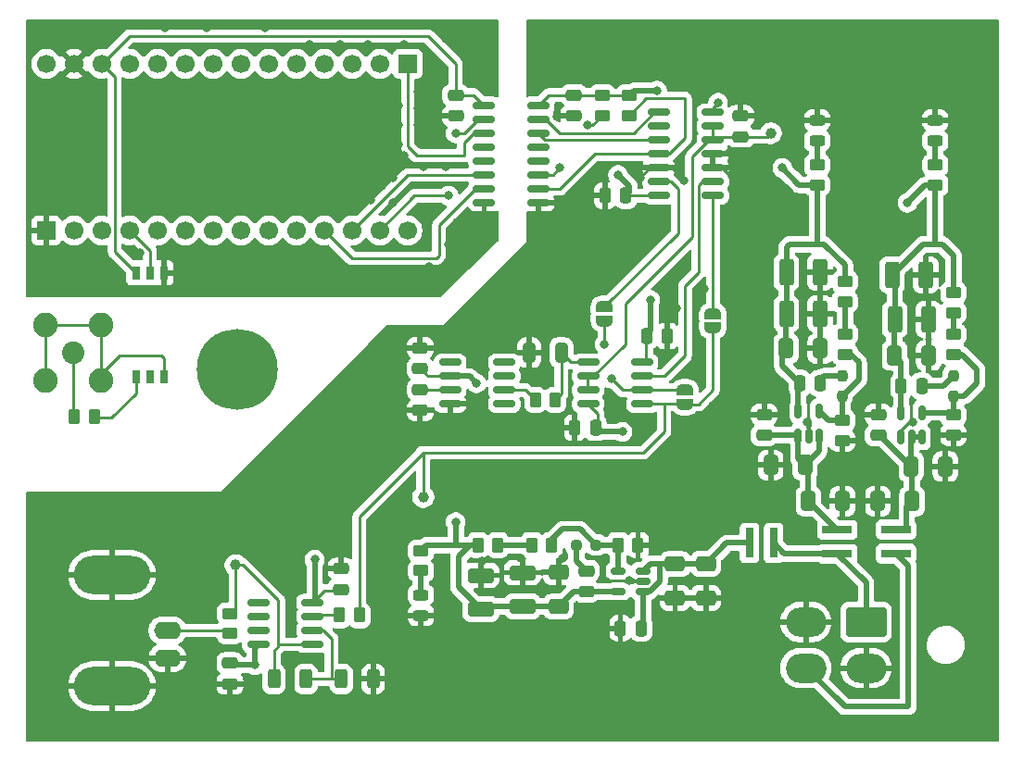
<source format=gbr>
%TF.GenerationSoftware,KiCad,Pcbnew,9.0.4*%
%TF.CreationDate,2025-09-05T01:27:12-04:00*%
%TF.ProjectId,max5719_breakout,6d617835-3731-4395-9f62-7265616b6f75,rev?*%
%TF.SameCoordinates,Original*%
%TF.FileFunction,Copper,L1,Top*%
%TF.FilePolarity,Positive*%
%FSLAX46Y46*%
G04 Gerber Fmt 4.6, Leading zero omitted, Abs format (unit mm)*
G04 Created by KiCad (PCBNEW 9.0.4) date 2025-09-05 01:27:12*
%MOMM*%
%LPD*%
G01*
G04 APERTURE LIST*
G04 Aperture macros list*
%AMRoundRect*
0 Rectangle with rounded corners*
0 $1 Rounding radius*
0 $2 $3 $4 $5 $6 $7 $8 $9 X,Y pos of 4 corners*
0 Add a 4 corners polygon primitive as box body*
4,1,4,$2,$3,$4,$5,$6,$7,$8,$9,$2,$3,0*
0 Add four circle primitives for the rounded corners*
1,1,$1+$1,$2,$3*
1,1,$1+$1,$4,$5*
1,1,$1+$1,$6,$7*
1,1,$1+$1,$8,$9*
0 Add four rect primitives between the rounded corners*
20,1,$1+$1,$2,$3,$4,$5,0*
20,1,$1+$1,$4,$5,$6,$7,0*
20,1,$1+$1,$6,$7,$8,$9,0*
20,1,$1+$1,$8,$9,$2,$3,0*%
%AMFreePoly0*
4,1,23,0.500000,-0.750000,0.000000,-0.750000,0.000000,-0.745722,-0.065263,-0.745722,-0.191342,-0.711940,-0.304381,-0.646677,-0.396677,-0.554381,-0.461940,-0.441342,-0.495722,-0.315263,-0.495722,-0.250000,-0.500000,-0.250000,-0.500000,0.250000,-0.495722,0.250000,-0.495722,0.315263,-0.461940,0.441342,-0.396677,0.554381,-0.304381,0.646677,-0.191342,0.711940,-0.065263,0.745722,0.000000,0.745722,
0.000000,0.750000,0.500000,0.750000,0.500000,-0.750000,0.500000,-0.750000,$1*%
%AMFreePoly1*
4,1,23,0.000000,0.745722,0.065263,0.745722,0.191342,0.711940,0.304381,0.646677,0.396677,0.554381,0.461940,0.441342,0.495722,0.315263,0.495722,0.250000,0.500000,0.250000,0.500000,-0.250000,0.495722,-0.250000,0.495722,-0.315263,0.461940,-0.441342,0.396677,-0.554381,0.304381,-0.646677,0.191342,-0.711940,0.065263,-0.745722,0.000000,-0.745722,0.000000,-0.750000,-0.500000,-0.750000,
-0.500000,0.750000,0.000000,0.750000,0.000000,0.745722,0.000000,0.745722,$1*%
G04 Aperture macros list end*
%TA.AperFunction,SMDPad,CuDef*%
%ADD10RoundRect,0.250000X0.325000X0.650000X-0.325000X0.650000X-0.325000X-0.650000X0.325000X-0.650000X0*%
%TD*%
%TA.AperFunction,SMDPad,CuDef*%
%ADD11RoundRect,0.250000X0.312500X0.625000X-0.312500X0.625000X-0.312500X-0.625000X0.312500X-0.625000X0*%
%TD*%
%TA.AperFunction,SMDPad,CuDef*%
%ADD12RoundRect,0.250000X-0.312500X-0.625000X0.312500X-0.625000X0.312500X0.625000X-0.312500X0.625000X0*%
%TD*%
%TA.AperFunction,SMDPad,CuDef*%
%ADD13RoundRect,0.243750X0.456250X-0.243750X0.456250X0.243750X-0.456250X0.243750X-0.456250X-0.243750X0*%
%TD*%
%TA.AperFunction,SMDPad,CuDef*%
%ADD14RoundRect,0.243750X-0.456250X0.243750X-0.456250X-0.243750X0.456250X-0.243750X0.456250X0.243750X0*%
%TD*%
%TA.AperFunction,SMDPad,CuDef*%
%ADD15RoundRect,0.250000X-0.450000X0.262500X-0.450000X-0.262500X0.450000X-0.262500X0.450000X0.262500X0*%
%TD*%
%TA.AperFunction,SMDPad,CuDef*%
%ADD16RoundRect,0.250000X0.450000X-0.262500X0.450000X0.262500X-0.450000X0.262500X-0.450000X-0.262500X0*%
%TD*%
%TA.AperFunction,SMDPad,CuDef*%
%ADD17R,0.800000X2.700000*%
%TD*%
%TA.AperFunction,SMDPad,CuDef*%
%ADD18RoundRect,0.250000X-0.262500X-0.450000X0.262500X-0.450000X0.262500X0.450000X-0.262500X0.450000X0*%
%TD*%
%TA.AperFunction,SMDPad,CuDef*%
%ADD19RoundRect,0.150000X-0.825000X-0.150000X0.825000X-0.150000X0.825000X0.150000X-0.825000X0.150000X0*%
%TD*%
%TA.AperFunction,SMDPad,CuDef*%
%ADD20RoundRect,0.250000X-0.412500X-0.650000X0.412500X-0.650000X0.412500X0.650000X-0.412500X0.650000X0*%
%TD*%
%TA.AperFunction,SMDPad,CuDef*%
%ADD21RoundRect,0.250000X0.420000X0.945000X-0.420000X0.945000X-0.420000X-0.945000X0.420000X-0.945000X0*%
%TD*%
%TA.AperFunction,SMDPad,CuDef*%
%ADD22RoundRect,0.250000X-0.475000X0.250000X-0.475000X-0.250000X0.475000X-0.250000X0.475000X0.250000X0*%
%TD*%
%TA.AperFunction,SMDPad,CuDef*%
%ADD23C,1.000000*%
%TD*%
%TA.AperFunction,ComponentPad*%
%ADD24C,0.800000*%
%TD*%
%TA.AperFunction,ComponentPad*%
%ADD25C,7.400000*%
%TD*%
%TA.AperFunction,ComponentPad*%
%ADD26RoundRect,0.250001X-1.599999X1.099999X-1.599999X-1.099999X1.599999X-1.099999X1.599999X1.099999X0*%
%TD*%
%TA.AperFunction,ComponentPad*%
%ADD27O,3.700000X2.700000*%
%TD*%
%TA.AperFunction,SMDPad,CuDef*%
%ADD28FreePoly0,90.000000*%
%TD*%
%TA.AperFunction,SMDPad,CuDef*%
%ADD29FreePoly1,90.000000*%
%TD*%
%TA.AperFunction,SMDPad,CuDef*%
%ADD30RoundRect,0.250000X-0.650000X0.412500X-0.650000X-0.412500X0.650000X-0.412500X0.650000X0.412500X0*%
%TD*%
%TA.AperFunction,SMDPad,CuDef*%
%ADD31RoundRect,0.150000X0.825000X0.150000X-0.825000X0.150000X-0.825000X-0.150000X0.825000X-0.150000X0*%
%TD*%
%TA.AperFunction,SMDPad,CuDef*%
%ADD32RoundRect,0.237500X-0.237500X0.250000X-0.237500X-0.250000X0.237500X-0.250000X0.237500X0.250000X0*%
%TD*%
%TA.AperFunction,ComponentPad*%
%ADD33O,2.500000X1.600000*%
%TD*%
%TA.AperFunction,ComponentPad*%
%ADD34O,7.000000X3.500000*%
%TD*%
%TA.AperFunction,SMDPad,CuDef*%
%ADD35RoundRect,0.250000X0.262500X0.450000X-0.262500X0.450000X-0.262500X-0.450000X0.262500X-0.450000X0*%
%TD*%
%TA.AperFunction,SMDPad,CuDef*%
%ADD36RoundRect,0.250000X0.250000X0.475000X-0.250000X0.475000X-0.250000X-0.475000X0.250000X-0.475000X0*%
%TD*%
%TA.AperFunction,SMDPad,CuDef*%
%ADD37RoundRect,0.250000X-0.250000X-0.475000X0.250000X-0.475000X0.250000X0.475000X-0.250000X0.475000X0*%
%TD*%
%TA.AperFunction,ComponentPad*%
%ADD38C,2.050000*%
%TD*%
%TA.AperFunction,ComponentPad*%
%ADD39C,2.250000*%
%TD*%
%TA.AperFunction,SMDPad,CuDef*%
%ADD40R,2.700000X0.800000*%
%TD*%
%TA.AperFunction,SMDPad,CuDef*%
%ADD41R,0.800000X1.300000*%
%TD*%
%TA.AperFunction,SMDPad,CuDef*%
%ADD42RoundRect,0.250000X0.945000X-0.420000X0.945000X0.420000X-0.945000X0.420000X-0.945000X-0.420000X0*%
%TD*%
%TA.AperFunction,SMDPad,CuDef*%
%ADD43RoundRect,0.250000X0.475000X-0.250000X0.475000X0.250000X-0.475000X0.250000X-0.475000X-0.250000X0*%
%TD*%
%TA.AperFunction,SMDPad,CuDef*%
%ADD44RoundRect,0.150000X0.150000X-0.512500X0.150000X0.512500X-0.150000X0.512500X-0.150000X-0.512500X0*%
%TD*%
%TA.AperFunction,SMDPad,CuDef*%
%ADD45RoundRect,0.250000X0.412500X0.650000X-0.412500X0.650000X-0.412500X-0.650000X0.412500X-0.650000X0*%
%TD*%
%TA.AperFunction,ComponentPad*%
%ADD46R,1.700000X1.700000*%
%TD*%
%TA.AperFunction,ComponentPad*%
%ADD47C,1.700000*%
%TD*%
%TA.AperFunction,SMDPad,CuDef*%
%ADD48RoundRect,0.250000X-0.420000X-0.945000X0.420000X-0.945000X0.420000X0.945000X-0.420000X0.945000X0*%
%TD*%
%TA.AperFunction,SMDPad,CuDef*%
%ADD49FreePoly0,270.000000*%
%TD*%
%TA.AperFunction,SMDPad,CuDef*%
%ADD50FreePoly1,270.000000*%
%TD*%
%TA.AperFunction,SMDPad,CuDef*%
%ADD51RoundRect,0.150000X0.512500X0.150000X-0.512500X0.150000X-0.512500X-0.150000X0.512500X-0.150000X0*%
%TD*%
%TA.AperFunction,SMDPad,CuDef*%
%ADD52RoundRect,0.237500X-0.250000X-0.237500X0.250000X-0.237500X0.250000X0.237500X-0.250000X0.237500X0*%
%TD*%
%TA.AperFunction,SMDPad,CuDef*%
%ADD53RoundRect,0.250000X0.650000X-0.412500X0.650000X0.412500X-0.650000X0.412500X-0.650000X-0.412500X0*%
%TD*%
%TA.AperFunction,ViaPad*%
%ADD54C,0.800000*%
%TD*%
%TA.AperFunction,Conductor*%
%ADD55C,0.250000*%
%TD*%
%TA.AperFunction,Conductor*%
%ADD56C,0.500000*%
%TD*%
G04 APERTURE END LIST*
D10*
%TO.P,C25,1*%
%TO.N,Net-(U7B-+)*%
X69261000Y-60960000D03*
%TO.P,C25,2*%
%TO.N,GND*%
X66311000Y-60960000D03*
%TD*%
D11*
%TO.P,R22,1*%
%TO.N,Net-(U9A--)*%
X45912500Y-90805000D03*
%TO.P,R22,2*%
%TO.N,Net-(R22-Pad2)*%
X42987500Y-90805000D03*
%TD*%
D12*
%TO.P,R21,1*%
%TO.N,Net-(U9A--)*%
X49145000Y-90805000D03*
%TO.P,R21,2*%
%TO.N,GND*%
X52070000Y-90805000D03*
%TD*%
D13*
%TO.P,D3,1,K*%
%TO.N,Net-(D3-K)*%
X103411000Y-41577500D03*
%TO.P,D3,2,A*%
%TO.N,GND*%
X103411000Y-39702500D03*
%TD*%
D14*
%TO.P,D1,1,K*%
%TO.N,GND*%
X92616000Y-39702500D03*
%TO.P,D1,2,A*%
%TO.N,Net-(D1-A)*%
X92616000Y-41577500D03*
%TD*%
D15*
%TO.P,R12,1*%
%TO.N,-12V*%
X105062000Y-55475500D03*
%TO.P,R12,2*%
%TO.N,Net-(R11-Pad1)*%
X105062000Y-57300500D03*
%TD*%
D16*
%TO.P,R10,1*%
%TO.N,GND*%
X105062000Y-68476500D03*
%TO.P,R10,2*%
%TO.N,Net-(U3-ADJ)*%
X105062000Y-66651500D03*
%TD*%
D17*
%TO.P,L2,1,1*%
%TO.N,Vp_unreg*%
X88636000Y-78359000D03*
%TO.P,L2,2,2*%
%TO.N,Net-(U2-EN)*%
X86436000Y-78359000D03*
%TD*%
D18*
%TO.P,R7,1*%
%TO.N,+12V*%
X61628000Y-78552000D03*
%TO.P,R7,2*%
%TO.N,Net-(R7-Pad2)*%
X63453000Y-78552000D03*
%TD*%
D19*
%TO.P,U6,1,VCCA*%
%TO.N,+3.3V*%
X62201000Y-38354000D03*
%TO.P,U6,2,INA1*%
%TO.N,/core/SCLK*%
X62201000Y-39624000D03*
%TO.P,U6,3,INA2*%
%TO.N,/core/DIN*%
X62201000Y-40894000D03*
%TO.P,U6,4,OUTA1*%
%TO.N,unconnected-(U6-OUTA1-Pad4)*%
X62201000Y-42164000D03*
%TO.P,U6,5,OUTA2*%
%TO.N,unconnected-(U6-OUTA2-Pad5)*%
X62201000Y-43434000D03*
%TO.P,U6,6,I/OA1*%
%TO.N,/core/CS*%
X62201000Y-44704000D03*
%TO.P,U6,7,I/OA2*%
%TO.N,/core/LDAC*%
X62201000Y-45974000D03*
%TO.P,U6,8,GNDA*%
%TO.N,GNDD*%
X62201000Y-47244000D03*
%TO.P,U6,9,GNDB*%
%TO.N,GND*%
X67151000Y-47244000D03*
%TO.P,U6,10,I/OB2*%
%TO.N,Net-(U6-I{slash}OB2)*%
X67151000Y-45974000D03*
%TO.P,U6,11,I/OB1*%
%TO.N,Net-(U6-I{slash}OB1)*%
X67151000Y-44704000D03*
%TO.P,U6,12,INB2*%
%TO.N,unconnected-(U6-INB2-Pad12)*%
X67151000Y-43434000D03*
%TO.P,U6,13,INB1*%
%TO.N,unconnected-(U6-INB1-Pad13)*%
X67151000Y-42164000D03*
%TO.P,U6,14,OUTB2*%
%TO.N,Net-(U6-OUTB2)*%
X67151000Y-40894000D03*
%TO.P,U6,15,OUTB1*%
%TO.N,Net-(U6-OUTB1)*%
X67151000Y-39624000D03*
%TO.P,U6,16,VCCB*%
%TO.N,+5V*%
X67151000Y-38354000D03*
%TD*%
D20*
%TO.P,C15,1*%
%TO.N,-12V*%
X99689500Y-61214000D03*
%TO.P,C15,2*%
%TO.N,GND*%
X102814500Y-61214000D03*
%TD*%
D21*
%TO.P,C18,1*%
%TO.N,GND*%
X102792000Y-57912000D03*
%TO.P,C18,2*%
%TO.N,-12V*%
X99712000Y-57912000D03*
%TD*%
D20*
%TO.P,C6,1*%
%TO.N,Net-(U3-EN)*%
X101213500Y-71374000D03*
%TO.P,C6,2*%
%TO.N,GND*%
X104338500Y-71374000D03*
%TD*%
D13*
%TO.P,D2,1,K*%
%TO.N,GND*%
X56421000Y-84988000D03*
%TO.P,D2,2,A*%
%TO.N,Net-(D2-A)*%
X56421000Y-83113000D03*
%TD*%
D22*
%TO.P,C22,1*%
%TO.N,GND*%
X56356000Y-60518000D03*
%TO.P,C22,2*%
%TO.N,+12V*%
X56356000Y-62418000D03*
%TD*%
D23*
%TO.P,TP1,1,1*%
%TO.N,/core/+4.096VREF*%
X88392000Y-40894000D03*
%TD*%
D22*
%TO.P,C26,1*%
%TO.N,+5V*%
X70391000Y-37404000D03*
%TO.P,C26,2*%
%TO.N,GND*%
X70391000Y-39304000D03*
%TD*%
D24*
%TO.P,H1,1,1*%
%TO.N,unconnected-(H1-Pad1)*%
X36849000Y-62484000D03*
X37661779Y-60521779D03*
X37661779Y-64446221D03*
X39624000Y-59709000D03*
D25*
X39624000Y-62484000D03*
D24*
X39624000Y-65259000D03*
X41586221Y-60521779D03*
X41586221Y-64446221D03*
X42399000Y-62484000D03*
%TD*%
D26*
%TO.P,J1,1,Pin_1*%
%TO.N,Vp_unreg*%
X97094000Y-85598000D03*
D27*
%TO.P,J1,2,Pin_2*%
%TO.N,GND*%
X97094000Y-89798000D03*
%TO.P,J1,3,Pin_3*%
X91594000Y-85598000D03*
%TO.P,J1,4,Pin_4*%
%TO.N,Vn_unreg*%
X91594000Y-89798000D03*
%TD*%
D28*
%TO.P,JP1,1,A*%
%TO.N,Net-(JP1-A)*%
X83091000Y-58689000D03*
D29*
%TO.P,JP1,2,B*%
%TO.N,Net-(JP1-B)*%
X83091000Y-57389000D03*
%TD*%
D30*
%TO.P,C5,1*%
%TO.N,Net-(U2-EN)*%
X82456000Y-80275500D03*
%TO.P,C5,2*%
%TO.N,GND*%
X82456000Y-83400500D03*
%TD*%
D18*
%TO.P,R9,1*%
%TO.N,Net-(U2-SENSE{slash}ADJ)*%
X74431500Y-78552000D03*
%TO.P,R9,2*%
%TO.N,GND*%
X76256500Y-78552000D03*
%TD*%
%TO.P,R16,1*%
%TO.N,Net-(J2-In)*%
X24741500Y-66802000D03*
%TO.P,R16,2*%
%TO.N,Net-(U4-A)*%
X26566500Y-66802000D03*
%TD*%
D31*
%TO.P,U9,1*%
%TO.N,Net-(R22-Pad2)*%
X46524750Y-87630000D03*
%TO.P,U9,2,-*%
%TO.N,Net-(U9A--)*%
X46524750Y-86360000D03*
%TO.P,U9,3,+*%
%TO.N,Net-(U9A-+)*%
X46524750Y-85090000D03*
%TO.P,U9,4,V-*%
%TO.N,-12V*%
X46524750Y-83820000D03*
%TO.P,U9,5,+*%
%TO.N,unconnected-(U9B-+-Pad5)*%
X41574750Y-83820000D03*
%TO.P,U9,6,-*%
%TO.N,unconnected-(U9B---Pad6)*%
X41574750Y-85090000D03*
%TO.P,U9,7*%
%TO.N,unconnected-(U9-Pad7)*%
X41574750Y-86360000D03*
%TO.P,U9,8,V+*%
%TO.N,+12V*%
X41574750Y-87630000D03*
%TD*%
D15*
%TO.P,R6,1*%
%TO.N,Net-(U1-SENSE{slash}ADJ)*%
X94902000Y-67159500D03*
%TO.P,R6,2*%
%TO.N,GND*%
X94902000Y-68984500D03*
%TD*%
D32*
%TO.P,R3,1*%
%TO.N,Net-(C12-Pad2)*%
X105062000Y-63095500D03*
%TO.P,R3,2*%
%TO.N,Net-(U3-ADJ)*%
X105062000Y-64920500D03*
%TD*%
D15*
%TO.P,R11,1*%
%TO.N,Net-(R11-Pad1)*%
X105062000Y-59285500D03*
%TO.P,R11,2*%
%TO.N,Net-(U3-ADJ)*%
X105062000Y-61110500D03*
%TD*%
D16*
%TO.P,R15,1*%
%TO.N,-12V*%
X103411000Y-45616500D03*
%TO.P,R15,2*%
%TO.N,Net-(D3-K)*%
X103411000Y-43791500D03*
%TD*%
D33*
%TO.P,J5,1,In*%
%TO.N,Net-(J5-In)*%
X33274000Y-86360000D03*
D34*
%TO.P,J5,2,Ext*%
%TO.N,GND*%
X28194000Y-91440000D03*
D33*
X33274000Y-88900000D03*
D34*
X28194000Y-81280000D03*
%TD*%
D21*
%TO.P,C21,1*%
%TO.N,GND*%
X102538000Y-53848000D03*
%TO.P,C21,2*%
%TO.N,-12V*%
X99458000Y-53848000D03*
%TD*%
D35*
%TO.P,R17,1*%
%TO.N,Net-(U7B-+)*%
X68698500Y-65278000D03*
%TO.P,R17,2*%
%TO.N,Net-(U5-OUT)*%
X66873500Y-65278000D03*
%TD*%
D36*
%TO.P,C29,1*%
%TO.N,+12V*%
X72390000Y-67818000D03*
%TO.P,C29,2*%
%TO.N,GND*%
X70490000Y-67818000D03*
%TD*%
D15*
%TO.P,R23,1*%
%TO.N,Net-(R22-Pad2)*%
X38969750Y-84812500D03*
%TO.P,R23,2*%
%TO.N,Net-(J5-In)*%
X38969750Y-86637500D03*
%TD*%
D37*
%TO.P,C12,1*%
%TO.N,-12V*%
X100302000Y-64008000D03*
%TO.P,C12,2*%
%TO.N,Net-(C12-Pad2)*%
X102202000Y-64008000D03*
%TD*%
D38*
%TO.P,J2,1,In*%
%TO.N,Net-(J2-In)*%
X24638000Y-60960000D03*
D39*
%TO.P,J2,2,Ext*%
%TO.N,Net-(J2-Ext)*%
X22098000Y-63500000D03*
X27178000Y-63500000D03*
X22098000Y-58420000D03*
X27178000Y-58420000D03*
%TD*%
D40*
%TO.P,L1,1,1*%
%TO.N,Vp_unreg*%
X94461000Y-79358000D03*
%TO.P,L1,2,2*%
%TO.N,Net-(U1-EN)*%
X94461000Y-77158000D03*
%TD*%
D41*
%TO.P,U4,1,A*%
%TO.N,Net-(U4-A)*%
X30386000Y-63170000D03*
%TO.P,U4,2,NC*%
%TO.N,unconnected-(U4-NC-Pad2)*%
X31656000Y-63170000D03*
%TO.P,U4,3,K*%
%TO.N,Net-(J2-Ext)*%
X32926000Y-63170000D03*
%TO.P,U4,4,GND*%
%TO.N,GNDD*%
X32926000Y-53670000D03*
%TO.P,U4,5,VO*%
%TO.N,Net-(J3-Pin_4)*%
X31656000Y-53670000D03*
%TO.P,U4,6,VDD*%
%TO.N,+3.3V*%
X30386000Y-53670000D03*
%TD*%
D42*
%TO.P,C17,1*%
%TO.N,+12V*%
X65692000Y-84156000D03*
%TO.P,C17,2*%
%TO.N,GND*%
X65692000Y-81076000D03*
%TD*%
D43*
%TO.P,C11,1*%
%TO.N,+12V*%
X71534000Y-82804000D03*
%TO.P,C11,2*%
%TO.N,Net-(C11-Pad2)*%
X71534000Y-80904000D03*
%TD*%
D42*
%TO.P,C20,1*%
%TO.N,+12V*%
X61882000Y-84410000D03*
%TO.P,C20,2*%
%TO.N,GND*%
X61882000Y-81330000D03*
%TD*%
D24*
%TO.P,H2,1,1*%
%TO.N,GND*%
X95199221Y-35744221D03*
X96012000Y-33782000D03*
X96012000Y-37706442D03*
X97974221Y-32969221D03*
D25*
X97974221Y-35744221D03*
D24*
X97974221Y-38519221D03*
X99936442Y-33782000D03*
X99936442Y-37706442D03*
X100749221Y-35744221D03*
%TD*%
D32*
%TO.P,R1,1*%
%TO.N,Net-(C10-Pad2)*%
X94902000Y-63095500D03*
%TO.P,R1,2*%
%TO.N,Net-(U1-SENSE{slash}ADJ)*%
X94902000Y-64920500D03*
%TD*%
D44*
%TO.P,U1,1,VIN*%
%TO.N,Net-(U1-EN)*%
X90904000Y-68574500D03*
%TO.P,U1,2,GND*%
%TO.N,GND*%
X91854000Y-68574500D03*
%TO.P,U1,3,EN*%
%TO.N,Net-(U1-EN)*%
X92804000Y-68574500D03*
%TO.P,U1,4,SENSE/ADJ*%
%TO.N,Net-(U1-SENSE{slash}ADJ)*%
X92804000Y-66299500D03*
%TO.P,U1,5,VOUT*%
%TO.N,+5V*%
X90904000Y-66299500D03*
%TD*%
D23*
%TO.P,TP2,1,1*%
%TO.N,Net-(R22-Pad2)*%
X39477750Y-80391000D03*
%TD*%
D15*
%TO.P,R14,1*%
%TO.N,+12V*%
X56421000Y-79074000D03*
%TO.P,R14,2*%
%TO.N,Net-(D2-A)*%
X56421000Y-80899000D03*
%TD*%
D37*
%TO.P,C10,1*%
%TO.N,+5V*%
X91031000Y-63754000D03*
%TO.P,C10,2*%
%TO.N,Net-(C10-Pad2)*%
X92931000Y-63754000D03*
%TD*%
D31*
%TO.P,U7,1*%
%TO.N,Net-(JP1-A)*%
X76643000Y-65659000D03*
%TO.P,U7,2,-*%
%TO.N,Net-(JP2-B)*%
X76643000Y-64389000D03*
%TO.P,U7,3,+*%
%TO.N,Net-(U7A-+)*%
X76643000Y-63119000D03*
%TO.P,U7,4,V-*%
%TO.N,-12V*%
X76643000Y-61849000D03*
%TO.P,U7,5,+*%
%TO.N,Net-(U7B-+)*%
X71693000Y-61849000D03*
%TO.P,U7,6,-*%
%TO.N,/core/+4.096VREF*%
X71693000Y-63119000D03*
%TO.P,U7,7*%
X71693000Y-64389000D03*
%TO.P,U7,8,V+*%
%TO.N,+12V*%
X71693000Y-65659000D03*
%TD*%
D45*
%TO.P,C3,1*%
%TO.N,Net-(U3-EN)*%
X101290500Y-74549000D03*
%TO.P,C3,2*%
%TO.N,GND*%
X98165500Y-74549000D03*
%TD*%
D43*
%TO.P,C32,1*%
%TO.N,-12V*%
X49129750Y-82611000D03*
%TO.P,C32,2*%
%TO.N,GND*%
X49129750Y-80711000D03*
%TD*%
D36*
%TO.P,C8,1*%
%TO.N,Net-(U2-EN)*%
X76548000Y-86172000D03*
%TO.P,C8,2*%
%TO.N,GND*%
X74648000Y-86172000D03*
%TD*%
D22*
%TO.P,C24,1*%
%TO.N,+3.3V*%
X59596000Y-37404000D03*
%TO.P,C24,2*%
%TO.N,GNDD*%
X59596000Y-39304000D03*
%TD*%
D37*
%TO.P,C30,1*%
%TO.N,-12V*%
X77028000Y-59436000D03*
%TO.P,C30,2*%
%TO.N,GND*%
X78928000Y-59436000D03*
%TD*%
D43*
%TO.P,C7,1*%
%TO.N,Net-(U1-EN)*%
X87790000Y-68514000D03*
%TO.P,C7,2*%
%TO.N,GND*%
X87790000Y-66614000D03*
%TD*%
D46*
%TO.P,J4,1,Pin_1*%
%TO.N,/core/DIN*%
X55213000Y-34544000D03*
D47*
%TO.P,J4,2,Pin_2*%
%TO.N,unconnected-(J4-Pin_2-Pad2)*%
X52673000Y-34544000D03*
%TO.P,J4,3,Pin_3*%
%TO.N,unconnected-(J4-Pin_3-Pad3)*%
X50133000Y-34544000D03*
%TO.P,J4,4,Pin_4*%
%TO.N,unconnected-(J4-Pin_4-Pad4)*%
X47593000Y-34544000D03*
%TO.P,J4,5,Pin_5*%
%TO.N,unconnected-(J4-Pin_5-Pad5)*%
X45053000Y-34544000D03*
%TO.P,J4,6,Pin_6*%
%TO.N,unconnected-(J4-Pin_6-Pad6)*%
X42513000Y-34544000D03*
%TO.P,J4,7,Pin_7*%
%TO.N,unconnected-(J4-Pin_7-Pad7)*%
X39973000Y-34544000D03*
%TO.P,J4,8,Pin_8*%
%TO.N,unconnected-(J4-Pin_8-Pad8)*%
X37433000Y-34544000D03*
%TO.P,J4,9,Pin_9*%
%TO.N,unconnected-(J4-Pin_9-Pad9)*%
X34893000Y-34544000D03*
%TO.P,J4,10,Pin_10*%
%TO.N,unconnected-(J4-Pin_10-Pad10)*%
X32353000Y-34544000D03*
%TO.P,J4,11,Pin_11*%
%TO.N,unconnected-(J4-Pin_11-Pad11)*%
X29813000Y-34544000D03*
%TO.P,J4,12,Pin_12*%
%TO.N,+3.3V*%
X27273000Y-34544000D03*
%TO.P,J4,13,Pin_13*%
%TO.N,GNDD*%
X24733000Y-34544000D03*
%TO.P,J4,14,Pin_14*%
%TO.N,unconnected-(J4-Pin_14-Pad14)*%
X22193000Y-34544000D03*
%TD*%
D24*
%TO.P,H3,1,1*%
%TO.N,GND*%
X79013000Y-91948000D03*
X79825779Y-89985779D03*
X79825779Y-93910221D03*
X81788000Y-89173000D03*
D25*
X81788000Y-91948000D03*
D24*
X81788000Y-94723000D03*
X83750221Y-89985779D03*
X83750221Y-93910221D03*
X84563000Y-91948000D03*
%TD*%
D48*
%TO.P,C19,1*%
%TO.N,+5V*%
X89806000Y-53594000D03*
%TO.P,C19,2*%
%TO.N,GND*%
X92886000Y-53594000D03*
%TD*%
D43*
%TO.P,C9,1*%
%TO.N,Net-(U3-EN)*%
X98204000Y-68514000D03*
%TO.P,C9,2*%
%TO.N,GND*%
X98204000Y-66614000D03*
%TD*%
D22*
%TO.P,C31,1*%
%TO.N,+12V*%
X38969750Y-89347000D03*
%TO.P,C31,2*%
%TO.N,GND*%
X38969750Y-91247000D03*
%TD*%
D15*
%TO.P,R5,1*%
%TO.N,Net-(R4-Pad2)*%
X95156000Y-59285500D03*
%TO.P,R5,2*%
%TO.N,Net-(U1-SENSE{slash}ADJ)*%
X95156000Y-61110500D03*
%TD*%
%TO.P,R19,1*%
%TO.N,+5V*%
X72996000Y-37441500D03*
%TO.P,R19,2*%
%TO.N,Net-(U6-I{slash}OB1)*%
X72996000Y-39266500D03*
%TD*%
D49*
%TO.P,JP2,1,A*%
%TO.N,Net-(JP2-A)*%
X73181000Y-56754000D03*
D50*
%TO.P,JP2,2,B*%
%TO.N,Net-(JP2-B)*%
X73181000Y-58054000D03*
%TD*%
D16*
%TO.P,R13,1*%
%TO.N,+5V*%
X92616000Y-45616500D03*
%TO.P,R13,2*%
%TO.N,Net-(D1-A)*%
X92616000Y-43791500D03*
%TD*%
D40*
%TO.P,L3,1,1*%
%TO.N,Vn_unreg*%
X99822000Y-79332000D03*
%TO.P,L3,2,2*%
%TO.N,Net-(U3-EN)*%
X99822000Y-77132000D03*
%TD*%
D46*
%TO.P,J3,1,Pin_1*%
%TO.N,GNDD*%
X22193000Y-49784000D03*
D47*
%TO.P,J3,2,Pin_2*%
%TO.N,unconnected-(J3-Pin_2-Pad2)*%
X24733000Y-49784000D03*
%TO.P,J3,3,Pin_3*%
%TO.N,unconnected-(J3-Pin_3-Pad3)*%
X27273000Y-49784000D03*
%TO.P,J3,4,Pin_4*%
%TO.N,Net-(J3-Pin_4)*%
X29813000Y-49784000D03*
%TO.P,J3,5,Pin_5*%
%TO.N,unconnected-(J3-Pin_5-Pad5)*%
X32353000Y-49784000D03*
%TO.P,J3,6,Pin_6*%
%TO.N,unconnected-(J3-Pin_6-Pad6)*%
X34893000Y-49784000D03*
%TO.P,J3,7,Pin_7*%
%TO.N,unconnected-(J3-Pin_7-Pad7)*%
X37433000Y-49784000D03*
%TO.P,J3,8,Pin_8*%
%TO.N,unconnected-(J3-Pin_8-Pad8)*%
X39973000Y-49784000D03*
%TO.P,J3,9,Pin_9*%
%TO.N,unconnected-(J3-Pin_9-Pad9)*%
X42513000Y-49784000D03*
%TO.P,J3,10,Pin_10*%
%TO.N,unconnected-(J3-Pin_10-Pad10)*%
X45053000Y-49784000D03*
%TO.P,J3,11,Pin_11*%
%TO.N,/core/LDAC*%
X47593000Y-49784000D03*
%TO.P,J3,12,Pin_12*%
%TO.N,/core/CS*%
X50133000Y-49784000D03*
%TO.P,J3,13,Pin_13*%
%TO.N,/core/SCLK*%
X52673000Y-49784000D03*
%TO.P,J3,14,Pin_14*%
%TO.N,unconnected-(J3-Pin_14-Pad14)*%
X55213000Y-49784000D03*
%TD*%
D49*
%TO.P,JP3,1,A*%
%TO.N,Net-(JP2-B)*%
X80551000Y-64374000D03*
D50*
%TO.P,JP3,2,B*%
%TO.N,Net-(JP1-A)*%
X80551000Y-65674000D03*
%TD*%
D31*
%TO.P,U8,1,RFB*%
%TO.N,Net-(JP1-B)*%
X83091000Y-46609000D03*
%TO.P,U8,2,OUT*%
%TO.N,Net-(U7A-+)*%
X83091000Y-45339000D03*
%TO.P,U8,3,AGNDF*%
%TO.N,GND*%
X83091000Y-44069000D03*
%TO.P,U8,4,AGNDS*%
X83091000Y-42799000D03*
%TO.P,U8,5,REFS*%
%TO.N,/core/+4.096VREF*%
X83091000Y-41529000D03*
%TO.P,U8,6,REFF*%
X83091000Y-40259000D03*
%TO.P,U8,7,~{CS}*%
%TO.N,Net-(U6-I{slash}OB1)*%
X83091000Y-38989000D03*
%TO.P,U8,8,SCLK*%
%TO.N,Net-(U6-OUTB1)*%
X78141000Y-38989000D03*
%TO.P,U8,9,NC*%
%TO.N,unconnected-(U8-NC-Pad9)*%
X78141000Y-40259000D03*
%TO.P,U8,10,DIN*%
%TO.N,Net-(U6-OUTB2)*%
X78141000Y-41529000D03*
%TO.P,U8,11,~{LDAC}*%
%TO.N,Net-(U6-I{slash}OB2)*%
X78141000Y-42799000D03*
%TO.P,U8,12,DGND*%
%TO.N,GND*%
X78141000Y-44069000D03*
%TO.P,U8,13,INV*%
%TO.N,Net-(JP2-A)*%
X78141000Y-45339000D03*
%TO.P,U8,14,VDD*%
%TO.N,+5V*%
X78141000Y-46609000D03*
%TD*%
D18*
%TO.P,R20,1*%
%TO.N,Net-(U9A-+)*%
X48979250Y-84963000D03*
%TO.P,R20,2*%
%TO.N,Net-(JP1-A)*%
X50804250Y-84963000D03*
%TD*%
D19*
%TO.P,U5,1,NC*%
%TO.N,unconnected-(U5-NC-Pad1)*%
X59088000Y-61849000D03*
%TO.P,U5,2,IN*%
%TO.N,+12V*%
X59088000Y-63119000D03*
%TO.P,U5,3,NR*%
%TO.N,Net-(U5-NR)*%
X59088000Y-64389000D03*
%TO.P,U5,4,GND*%
%TO.N,GND*%
X59088000Y-65659000D03*
%TO.P,U5,5,TRIM*%
%TO.N,unconnected-(U5-TRIM-Pad5)*%
X64038000Y-65659000D03*
%TO.P,U5,6,OUT*%
%TO.N,Net-(U5-OUT)*%
X64038000Y-64389000D03*
%TO.P,U5,7,NC*%
%TO.N,unconnected-(U5-NC-Pad7)*%
X64038000Y-63119000D03*
%TO.P,U5,8,NC*%
%TO.N,unconnected-(U5-NC-Pad8)*%
X64038000Y-61849000D03*
%TD*%
D43*
%TO.P,C27,1*%
%TO.N,/core/+4.096VREF*%
X85631000Y-41209000D03*
%TO.P,C27,2*%
%TO.N,GND*%
X85631000Y-39309000D03*
%TD*%
D15*
%TO.P,R4,1*%
%TO.N,+5V*%
X95156000Y-54459500D03*
%TO.P,R4,2*%
%TO.N,Net-(R4-Pad2)*%
X95156000Y-56284500D03*
%TD*%
D20*
%TO.P,C1,1*%
%TO.N,Net-(U1-EN)*%
X91815500Y-74549000D03*
%TO.P,C1,2*%
%TO.N,GND*%
X94940500Y-74549000D03*
%TD*%
D51*
%TO.P,U2,1,VIN*%
%TO.N,Net-(U2-EN)*%
X76735500Y-82804000D03*
%TO.P,U2,2,GND*%
%TO.N,GND*%
X76735500Y-81854000D03*
%TO.P,U2,3,EN*%
%TO.N,Net-(U2-EN)*%
X76735500Y-80904000D03*
%TO.P,U2,4,SENSE/ADJ*%
%TO.N,Net-(U2-SENSE{slash}ADJ)*%
X74460500Y-80904000D03*
%TO.P,U2,5,VOUT*%
%TO.N,+12V*%
X74460500Y-82804000D03*
%TD*%
D22*
%TO.P,C23,1*%
%TO.N,Net-(U5-NR)*%
X56356000Y-64328000D03*
%TO.P,C23,2*%
%TO.N,GND*%
X56356000Y-66228000D03*
%TD*%
D20*
%TO.P,C13,1*%
%TO.N,+5V*%
X89783500Y-60579000D03*
%TO.P,C13,2*%
%TO.N,GND*%
X92908500Y-60579000D03*
%TD*%
D15*
%TO.P,R18,1*%
%TO.N,+5V*%
X75471000Y-37441500D03*
%TO.P,R18,2*%
%TO.N,Net-(U6-I{slash}OB2)*%
X75471000Y-39266500D03*
%TD*%
D37*
%TO.P,C28,1*%
%TO.N,GND*%
X73251000Y-46609000D03*
%TO.P,C28,2*%
%TO.N,+5V*%
X75151000Y-46609000D03*
%TD*%
D48*
%TO.P,C16,1*%
%TO.N,+5V*%
X89806000Y-57404000D03*
%TO.P,C16,2*%
%TO.N,GND*%
X92886000Y-57404000D03*
%TD*%
D52*
%TO.P,R2,1*%
%TO.N,Net-(C11-Pad2)*%
X70621500Y-78552000D03*
%TO.P,R2,2*%
%TO.N,Net-(U2-SENSE{slash}ADJ)*%
X72446500Y-78552000D03*
%TD*%
D18*
%TO.P,R8,1*%
%TO.N,Net-(R7-Pad2)*%
X66557500Y-78552000D03*
%TO.P,R8,2*%
%TO.N,Net-(U2-SENSE{slash}ADJ)*%
X68382500Y-78552000D03*
%TD*%
D44*
%TO.P,U3,1,GND*%
%TO.N,GND*%
X100302000Y-68701500D03*
%TO.P,U3,2,VIN*%
%TO.N,Net-(U3-EN)*%
X101252000Y-68701500D03*
%TO.P,U3,3,EN*%
X102202000Y-68701500D03*
%TO.P,U3,4,ADJ*%
%TO.N,Net-(U3-ADJ)*%
X102202000Y-66426500D03*
%TO.P,U3,5,VOUT*%
%TO.N,-12V*%
X100302000Y-66426500D03*
%TD*%
D53*
%TO.P,C14,1*%
%TO.N,+12V*%
X68994000Y-84178500D03*
%TO.P,C14,2*%
%TO.N,GND*%
X68994000Y-81053500D03*
%TD*%
D45*
%TO.P,C4,1*%
%TO.N,Net-(U1-EN)*%
X91511500Y-71247000D03*
%TO.P,C4,2*%
%TO.N,GND*%
X88386500Y-71247000D03*
%TD*%
D23*
%TO.P,TP3,1,1*%
%TO.N,Net-(JP1-A)*%
X56642000Y-74168000D03*
%TD*%
D30*
%TO.P,C2,1*%
%TO.N,Net-(U2-EN)*%
X79642000Y-80279500D03*
%TO.P,C2,2*%
%TO.N,GND*%
X79642000Y-83404500D03*
%TD*%
D54*
%TO.N,GND*%
X62865000Y-67310000D03*
%TO.N,+5V*%
X89441000Y-44069000D03*
X78011000Y-36994000D03*
X74422000Y-44704000D03*
%TO.N,-12V*%
X77376000Y-56134000D03*
X100871000Y-47244000D03*
X46716750Y-79883000D03*
%TO.N,+12V*%
X61501000Y-63754000D03*
X74836000Y-68199000D03*
X41255750Y-89535000D03*
X59596000Y-76454000D03*
%TO.N,GND*%
X78486000Y-70104000D03*
X91346000Y-53594000D03*
X49022000Y-79248000D03*
X73152000Y-48260000D03*
X84582000Y-49530000D03*
X82296000Y-85090000D03*
X75438000Y-81788000D03*
X72898000Y-86106000D03*
X87630000Y-38862000D03*
X64262000Y-71374000D03*
X52070000Y-80518000D03*
X68834000Y-39370000D03*
X84582000Y-47752000D03*
X83058000Y-65786000D03*
X28448000Y-95504000D03*
X69088000Y-71374000D03*
X77216000Y-67564000D03*
X46355000Y-93980000D03*
X61976000Y-80010000D03*
X65532000Y-79756000D03*
X70866000Y-60198000D03*
X82296000Y-55118000D03*
X52070000Y-82550000D03*
X38354000Y-82042000D03*
X49530000Y-88900000D03*
X92202000Y-37084000D03*
X82042000Y-61214000D03*
X38862000Y-92964000D03*
X52578000Y-76962000D03*
X101600000Y-39624000D03*
X101252000Y-57912000D03*
X80461000Y-45212000D03*
X88392000Y-73406000D03*
X91346000Y-57404000D03*
X69342000Y-79756000D03*
X28194000Y-77470000D03*
X78740000Y-61468000D03*
X95250000Y-72644000D03*
X80264000Y-34290000D03*
X67056000Y-48514000D03*
X66294000Y-67056000D03*
X106680000Y-68326000D03*
X79756000Y-56896000D03*
X94996000Y-70358000D03*
X66548000Y-68834000D03*
X56388000Y-67564000D03*
X80772000Y-62738000D03*
X86360000Y-71120000D03*
X41656000Y-80518000D03*
X53594000Y-75184000D03*
X98204000Y-65278000D03*
X98552000Y-72644000D03*
X78994000Y-55626000D03*
X91346000Y-60579000D03*
X101252000Y-61214000D03*
X79502000Y-85090000D03*
X60960000Y-68834000D03*
X42545000Y-93980000D03*
X87630000Y-65278000D03*
X58166000Y-60452000D03*
X69088000Y-67818000D03*
X84836000Y-58674000D03*
X101346000Y-67310000D03*
X66040000Y-59055000D03*
X76454000Y-76708000D03*
X37330079Y-85089481D03*
X67310000Y-62865000D03*
X89408000Y-34544000D03*
X56388000Y-86360000D03*
X43688000Y-82550000D03*
X73914000Y-71374000D03*
X49530000Y-93345000D03*
X50800000Y-74168000D03*
X85598000Y-45720000D03*
X105918000Y-71374000D03*
X59690000Y-71374000D03*
X80264000Y-53340000D03*
X76454000Y-44958000D03*
X52705000Y-93345000D03*
X54356000Y-70612000D03*
X91694000Y-67310000D03*
X68834000Y-58420000D03*
X100998000Y-53848000D03*
X84582000Y-42672000D03*
X84328000Y-62992000D03*
X94234000Y-39624000D03*
%TO.N,Net-(JP2-B)*%
X73816000Y-63354250D03*
X73181000Y-60179250D03*
%TO.N,/core/SCLK*%
X58961000Y-46609000D03*
X59596000Y-40894000D03*
%TO.N,GNDD*%
X33020000Y-31242000D03*
X60960000Y-34544000D03*
X32766000Y-52070000D03*
X42164000Y-31242000D03*
X49022000Y-32766000D03*
X22098000Y-46990000D03*
X54356000Y-38354000D03*
X54356000Y-40132000D03*
X54356000Y-41910000D03*
X58674000Y-43942000D03*
X58674000Y-32258000D03*
X51562000Y-32766000D03*
X26924000Y-42672000D03*
X36830000Y-31242000D03*
X56134000Y-40132000D03*
X47752000Y-52070000D03*
X39878000Y-38862000D03*
X54864000Y-32766000D03*
X22352000Y-36830000D03*
X26924000Y-39116000D03*
X61976000Y-48768000D03*
X56134000Y-37084000D03*
X58166000Y-35560000D03*
X28194000Y-31750000D03*
X43180000Y-42418000D03*
X59690000Y-49022000D03*
X50546000Y-53340000D03*
X26924000Y-36830000D03*
X56642000Y-43942000D03*
X57912000Y-39370000D03*
X52832000Y-45720000D03*
X27178000Y-52324000D03*
X54610000Y-53340000D03*
X29718000Y-40386000D03*
X54864000Y-42926000D03*
X48260000Y-46990000D03*
X57658000Y-48006000D03*
X28194000Y-53848000D03*
X30226000Y-46736000D03*
X57150000Y-53086000D03*
X53848000Y-47244000D03*
X54610000Y-43942000D03*
X36576000Y-44196000D03*
X45720000Y-43942000D03*
X29972000Y-43180000D03*
X26162000Y-45466000D03*
X23876000Y-43180000D03*
X24130000Y-39116000D03*
X51816000Y-46990000D03*
X32766000Y-40132000D03*
X48260000Y-39116000D03*
X58928000Y-51054000D03*
X52324000Y-53340000D03*
X30734000Y-51816000D03*
X53848000Y-44958000D03*
X56134000Y-38608000D03*
X46228000Y-32766000D03*
X56642000Y-41656000D03*
%TO.N,Net-(U6-I{slash}OB1)*%
X69121000Y-44069000D03*
X83566000Y-38100000D03*
X71661000Y-40167595D03*
%TD*%
D55*
%TO.N,Net-(U7B-+)*%
X69261000Y-64715500D02*
X68698500Y-65278000D01*
X69261000Y-60960000D02*
X69261000Y-64715500D01*
X70150000Y-61849000D02*
X69261000Y-60960000D01*
X71693000Y-61849000D02*
X70150000Y-61849000D01*
%TO.N,Net-(U9A--)*%
X47499749Y-86360000D02*
X46524750Y-86360000D01*
X48260000Y-87120251D02*
X47499749Y-86360000D01*
X48260000Y-90805000D02*
X49145000Y-90805000D01*
X48260000Y-90805000D02*
X48260000Y-87120251D01*
X45912500Y-90805000D02*
X48260000Y-90805000D01*
%TO.N,Net-(R22-Pad2)*%
X43391250Y-87841250D02*
X42987500Y-88245000D01*
X42987500Y-88245000D02*
X42987500Y-90805000D01*
X43391250Y-87630000D02*
X43391250Y-87841250D01*
D56*
%TO.N,Vn_unreg*%
X100965000Y-80475000D02*
X99822000Y-79332000D01*
X100965000Y-93345000D02*
X100965000Y-80475000D01*
X95141000Y-93345000D02*
X100965000Y-93345000D01*
X91594000Y-89798000D02*
X95141000Y-93345000D01*
D55*
%TO.N,+3.3V*%
X59596000Y-34544000D02*
X59596000Y-37404000D01*
X29813000Y-32004000D02*
X57056000Y-32004000D01*
X27273000Y-34544000D02*
X29813000Y-32004000D01*
X61251000Y-37404000D02*
X62201000Y-38354000D01*
X28449000Y-35720000D02*
X27273000Y-34544000D01*
X57056000Y-32004000D02*
X59596000Y-34544000D01*
X28449000Y-51733000D02*
X28449000Y-35720000D01*
X30386000Y-53670000D02*
X28449000Y-51733000D01*
X59596000Y-37404000D02*
X61251000Y-37404000D01*
D56*
%TO.N,+5V*%
X75918500Y-36994000D02*
X75471000Y-37441500D01*
X89806000Y-57404000D02*
X89806000Y-53594000D01*
X91031000Y-63754000D02*
X89441000Y-62164000D01*
X92616000Y-45616500D02*
X92616000Y-51054000D01*
X89783500Y-60579000D02*
X89783500Y-57426500D01*
D55*
X70456000Y-37404000D02*
X68101000Y-37404000D01*
D56*
X78011000Y-36994000D02*
X75918500Y-36994000D01*
X89441000Y-62164000D02*
X89441000Y-60921500D01*
X92616000Y-45616500D02*
X90988500Y-45616500D01*
X95156000Y-52959000D02*
X95156000Y-54459500D01*
X74422000Y-44704000D02*
X75471000Y-45753000D01*
X75471000Y-45753000D02*
X75471000Y-46289000D01*
X89806000Y-51324000D02*
X90076000Y-51054000D01*
X90904000Y-66299500D02*
X90904000Y-63881000D01*
D55*
X68101000Y-37404000D02*
X67151000Y-38354000D01*
D56*
X89806000Y-53594000D02*
X89806000Y-51324000D01*
X93251000Y-51054000D02*
X95156000Y-52959000D01*
D55*
X75151000Y-46609000D02*
X78141000Y-46609000D01*
D56*
X92616000Y-51054000D02*
X93251000Y-51054000D01*
X90076000Y-51054000D02*
X92616000Y-51054000D01*
D55*
X70456000Y-37404000D02*
X72958500Y-37404000D01*
X72996000Y-37441500D02*
X75471000Y-37441500D01*
D56*
X75471000Y-46289000D02*
X75151000Y-46609000D01*
X90988500Y-45616500D02*
X89441000Y-44069000D01*
%TO.N,-12V*%
X99689500Y-61214000D02*
X99689500Y-57934500D01*
D55*
X47606750Y-82738000D02*
X46651750Y-83693000D01*
X76611000Y-61849000D02*
X76996000Y-61464000D01*
D56*
X103411000Y-45616500D02*
X102498500Y-45616500D01*
X99712000Y-57912000D02*
X99712000Y-54102000D01*
X102252000Y-51054000D02*
X99458000Y-53848000D01*
D55*
X49256750Y-82738000D02*
X47606750Y-82738000D01*
D56*
X103411000Y-45616500D02*
X103411000Y-51054000D01*
X100302000Y-64008000D02*
X100302000Y-61826500D01*
X103411000Y-51054000D02*
X102252000Y-51054000D01*
X46716750Y-83628000D02*
X46651750Y-83693000D01*
X46716750Y-79883000D02*
X46716750Y-83628000D01*
X100302000Y-64008000D02*
X100302000Y-66426500D01*
X102498500Y-45616500D02*
X100871000Y-47244000D01*
X105062000Y-52070000D02*
X104046000Y-51054000D01*
X77376000Y-58929000D02*
X76996000Y-59309000D01*
D55*
X76996000Y-61464000D02*
X76996000Y-59309000D01*
D56*
X104046000Y-51054000D02*
X103411000Y-51054000D01*
X100302000Y-61826500D02*
X99689500Y-61214000D01*
X105062000Y-55475500D02*
X105062000Y-52070000D01*
X77376000Y-56134000D02*
X77376000Y-58929000D01*
%TO.N,+12V*%
X65692000Y-84156000D02*
X68971500Y-84156000D01*
X59855500Y-79629000D02*
X59855500Y-82383500D01*
X41255750Y-89535000D02*
X39157750Y-89535000D01*
X61628000Y-78552000D02*
X60932500Y-78552000D01*
D55*
X56356000Y-62418000D02*
X57057000Y-63119000D01*
D56*
X72927000Y-68199000D02*
X72546000Y-67818000D01*
X71534000Y-82804000D02*
X70368500Y-82804000D01*
X59596000Y-78552000D02*
X56943000Y-78552000D01*
D55*
X57057000Y-63119000D02*
X59088000Y-63119000D01*
D56*
X74460500Y-82804000D02*
X71534000Y-82804000D01*
D55*
X72546000Y-66544000D02*
X72546000Y-67818000D01*
D56*
X61628000Y-78552000D02*
X59596000Y-78552000D01*
X41255750Y-87949000D02*
X41574750Y-87630000D01*
X74836000Y-68199000D02*
X72927000Y-68199000D01*
X65692000Y-84156000D02*
X62136000Y-84156000D01*
X56943000Y-78552000D02*
X56421000Y-79074000D01*
X59855500Y-82383500D02*
X61882000Y-84410000D01*
X70368500Y-82804000D02*
X68994000Y-84178500D01*
X59596000Y-78552000D02*
X59596000Y-76454000D01*
X61501000Y-63754000D02*
X60866000Y-63119000D01*
D55*
X71661000Y-65659000D02*
X72546000Y-66544000D01*
D56*
X41255750Y-89535000D02*
X41255750Y-87949000D01*
X60866000Y-63119000D02*
X59088000Y-63119000D01*
X60932500Y-78552000D02*
X59855500Y-79629000D01*
D55*
%TO.N,Net-(JP1-B)*%
X83091000Y-46609000D02*
X83091000Y-57389000D01*
%TO.N,Net-(JP1-A)*%
X50804250Y-75941750D02*
X50804250Y-84963000D01*
X83091000Y-64389000D02*
X81806000Y-65674000D01*
X78646000Y-65659000D02*
X76611000Y-65659000D01*
X56642000Y-70104000D02*
X58420000Y-70104000D01*
X81806000Y-65674000D02*
X80551000Y-65674000D01*
X56642000Y-70104000D02*
X50804250Y-75941750D01*
X78646000Y-65659000D02*
X78646000Y-68199000D01*
X76741000Y-70104000D02*
X58420000Y-70104000D01*
X58420000Y-70104000D02*
X56548000Y-70104000D01*
X83091000Y-58689000D02*
X83091000Y-64389000D01*
X56642000Y-74168000D02*
X56642000Y-70104000D01*
X79931000Y-65674000D02*
X79916000Y-65659000D01*
X78646000Y-68199000D02*
X76741000Y-70104000D01*
X79916000Y-65659000D02*
X78646000Y-65659000D01*
%TO.N,Net-(JP2-A)*%
X79916000Y-45974000D02*
X79916000Y-50019000D01*
X78141000Y-45339000D02*
X79281000Y-45339000D01*
X79916000Y-50019000D02*
X73181000Y-56754000D01*
X79281000Y-45339000D02*
X79916000Y-45974000D01*
%TO.N,/core/+4.096VREF*%
X88077000Y-41209000D02*
X88392000Y-40894000D01*
X83091000Y-40259000D02*
X83091000Y-41529000D01*
X71661000Y-63119000D02*
X71661000Y-64389000D01*
X85631000Y-41209000D02*
X88077000Y-41209000D01*
X75086000Y-56519000D02*
X75086000Y-60179250D01*
X83411000Y-41209000D02*
X83091000Y-41529000D01*
X81186000Y-50419000D02*
X81186000Y-43051678D01*
X85631000Y-41209000D02*
X83411000Y-41209000D01*
X81186000Y-50419000D02*
X75086000Y-56519000D01*
X72146250Y-63119000D02*
X75086000Y-60179250D01*
X81186000Y-43051678D02*
X82708678Y-41529000D01*
%TO.N,GND*%
X101031001Y-67310000D02*
X100302000Y-68039001D01*
X77343000Y-44069000D02*
X76454000Y-44958000D01*
X91854000Y-68574500D02*
X91854000Y-67470000D01*
X70391000Y-39304000D02*
X68900000Y-39304000D01*
X101346000Y-67310000D02*
X101031001Y-67310000D01*
X75504000Y-81854000D02*
X75438000Y-81788000D01*
X79318000Y-44069000D02*
X80461000Y-45212000D01*
X100302000Y-68039001D02*
X100302000Y-68701500D01*
X78141000Y-44069000D02*
X79318000Y-44069000D01*
X83091000Y-44069000D02*
X83947000Y-44069000D01*
X83947000Y-44069000D02*
X85598000Y-45720000D01*
X84455000Y-42799000D02*
X84582000Y-42672000D01*
X91854000Y-67470000D02*
X91694000Y-67310000D01*
X68900000Y-39304000D02*
X68834000Y-39370000D01*
X76735500Y-81854000D02*
X75504000Y-81854000D01*
X83091000Y-42799000D02*
X84455000Y-42799000D01*
D56*
%TO.N,Net-(D1-A)*%
X92616000Y-43791500D02*
X92616000Y-41577500D01*
%TO.N,Vp_unreg*%
X89635000Y-79358000D02*
X94461000Y-79358000D01*
X97094000Y-81991000D02*
X94461000Y-79358000D01*
X97094000Y-85598000D02*
X97094000Y-81991000D01*
X88636000Y-78359000D02*
X89635000Y-79358000D01*
%TO.N,Net-(U1-EN)*%
X92804000Y-68574500D02*
X92804000Y-69954500D01*
X92804000Y-69954500D02*
X91511500Y-71247000D01*
X90904000Y-68574500D02*
X90904000Y-70639500D01*
X90843500Y-68514000D02*
X90904000Y-68574500D01*
X87790000Y-68514000D02*
X90843500Y-68514000D01*
X90904000Y-70639500D02*
X91511500Y-71247000D01*
X94424500Y-77158000D02*
X91815500Y-74549000D01*
X91815500Y-74549000D02*
X91815500Y-71551000D01*
%TO.N,Net-(U2-EN)*%
X76735500Y-82804000D02*
X77302100Y-82804000D01*
X86436000Y-78359000D02*
X84372500Y-78359000D01*
X78232000Y-81874100D02*
X78232000Y-80279500D01*
X79642000Y-80279500D02*
X78232000Y-80279500D01*
X76735500Y-82804000D02*
X76735500Y-85984500D01*
X84372500Y-78359000D02*
X82456000Y-80275500D01*
X82456000Y-80275500D02*
X79646000Y-80275500D01*
X77360000Y-80279500D02*
X76735500Y-80904000D01*
X78232000Y-80279500D02*
X77360000Y-80279500D01*
X77302100Y-82804000D02*
X78232000Y-81874100D01*
D55*
%TO.N,Net-(JP2-B)*%
X74850750Y-64389000D02*
X76611000Y-64389000D01*
X76611000Y-64389000D02*
X80536000Y-64389000D01*
X73816000Y-63354250D02*
X74850750Y-64389000D01*
X73181000Y-58054000D02*
X73181000Y-60179250D01*
D56*
%TO.N,Net-(U1-SENSE{slash}ADJ)*%
X96426000Y-63396500D02*
X94902000Y-64920500D01*
X95156000Y-61110500D02*
X95687500Y-61110500D01*
X93664000Y-67159500D02*
X92804000Y-66299500D01*
X94902000Y-64920500D02*
X94902000Y-67159500D01*
X94902000Y-67159500D02*
X93664000Y-67159500D01*
X96426000Y-61849000D02*
X96426000Y-63396500D01*
X95687500Y-61110500D02*
X96426000Y-61849000D01*
D55*
%TO.N,/core/SCLK*%
X58961000Y-46609000D02*
X55848000Y-46609000D01*
X60358000Y-40894000D02*
X61628000Y-39624000D01*
X55848000Y-46609000D02*
X52673000Y-49784000D01*
X59596000Y-40894000D02*
X60358000Y-40894000D01*
%TO.N,/core/LDAC*%
X57818000Y-52324000D02*
X58072000Y-52070000D01*
X47593000Y-49784000D02*
X50133000Y-52324000D01*
X58072000Y-52070000D02*
X58072000Y-49276000D01*
X50133000Y-52324000D02*
X57818000Y-52324000D01*
X58072000Y-49276000D02*
X61374000Y-45974000D01*
%TO.N,GNDD*%
X57978000Y-39304000D02*
X57912000Y-39370000D01*
X62201000Y-48543000D02*
X61976000Y-48768000D01*
X59596000Y-39304000D02*
X57978000Y-39304000D01*
X62201000Y-47244000D02*
X62201000Y-48543000D01*
%TO.N,/core/CS*%
X55213000Y-44704000D02*
X62201000Y-44704000D01*
X50133000Y-49784000D02*
X55213000Y-44704000D01*
%TO.N,/core/DIN*%
X55213000Y-42099000D02*
X56040000Y-42926000D01*
X60358000Y-42926000D02*
X60358000Y-41762001D01*
X55213000Y-34544000D02*
X55213000Y-42099000D01*
X56040000Y-42926000D02*
X60358000Y-42926000D01*
X60358000Y-41762001D02*
X61226001Y-40894000D01*
X61226001Y-40894000D02*
X62201000Y-40894000D01*
%TO.N,Net-(J2-In)*%
X24638000Y-60960000D02*
X24638000Y-66698500D01*
%TO.N,Net-(J2-Ext)*%
X27178000Y-58420000D02*
X27178000Y-63500000D01*
X22098000Y-58420000D02*
X22098000Y-63500000D01*
X26576000Y-63500000D02*
X28862000Y-61214000D01*
X32672000Y-61214000D02*
X32926000Y-61468000D01*
X27178000Y-58420000D02*
X22098000Y-58420000D01*
X28862000Y-61214000D02*
X32672000Y-61214000D01*
X32926000Y-61468000D02*
X32926000Y-63170000D01*
D56*
%TO.N,Net-(U3-EN)*%
X100811000Y-75028500D02*
X101290500Y-74549000D01*
X101252000Y-68701500D02*
X102202000Y-68701500D01*
X98353500Y-68514000D02*
X101213500Y-71374000D01*
X101290500Y-74549000D02*
X101290500Y-71451000D01*
X101213500Y-71374000D02*
X101213500Y-68740000D01*
X100811000Y-77158000D02*
X100811000Y-75028500D01*
%TO.N,Net-(C10-Pad2)*%
X92931000Y-63439000D02*
X93274500Y-63095500D01*
X93274500Y-63095500D02*
X94902000Y-63095500D01*
%TO.N,Net-(C11-Pad2)*%
X70621500Y-78552000D02*
X70621500Y-79991500D01*
X70621500Y-79991500D02*
X71534000Y-80904000D01*
%TO.N,Net-(C12-Pad2)*%
X102202000Y-64008000D02*
X104149500Y-64008000D01*
X104149500Y-64008000D02*
X105062000Y-63095500D01*
%TO.N,Net-(D2-A)*%
X56421000Y-80899000D02*
X56421000Y-83113000D01*
%TO.N,Net-(D3-K)*%
X103411000Y-43791500D02*
X103411000Y-41577500D01*
D55*
%TO.N,Net-(J3-Pin_4)*%
X31656000Y-53670000D02*
X31656000Y-51627000D01*
X31656000Y-51627000D02*
X29813000Y-49784000D01*
%TO.N,Net-(J5-In)*%
X33274000Y-86360000D02*
X38692250Y-86360000D01*
D56*
%TO.N,Net-(U2-SENSE{slash}ADJ)*%
X69380500Y-77089000D02*
X70983500Y-77089000D01*
X74431500Y-78552000D02*
X74431500Y-80875000D01*
X74431500Y-78552000D02*
X72446500Y-78552000D01*
X68382500Y-78552000D02*
X68382500Y-78087000D01*
X70983500Y-77089000D02*
X72446500Y-78552000D01*
X68382500Y-78087000D02*
X69380500Y-77089000D01*
%TO.N,Net-(U3-ADJ)*%
X105847500Y-61110500D02*
X107221000Y-62484000D01*
X107221000Y-63754000D02*
X106054500Y-64920500D01*
X105062000Y-64920500D02*
X105062000Y-66651500D01*
X102202000Y-66426500D02*
X104837000Y-66426500D01*
X107221000Y-62484000D02*
X107221000Y-63754000D01*
X106054500Y-64920500D02*
X105062000Y-64920500D01*
X105062000Y-61110500D02*
X105847500Y-61110500D01*
D55*
%TO.N,Net-(U4-A)*%
X30386000Y-64694000D02*
X30386000Y-63170000D01*
X28151000Y-66929000D02*
X30386000Y-64694000D01*
X26693500Y-66929000D02*
X28151000Y-66929000D01*
%TO.N,Net-(U6-I{slash}OB2)*%
X77018500Y-37719000D02*
X80551000Y-37719000D01*
X72296000Y-42799000D02*
X69121000Y-45974000D01*
X72296000Y-42799000D02*
X78141000Y-42799000D01*
X80551000Y-37719000D02*
X80551000Y-41363999D01*
X80551000Y-41363999D02*
X79115999Y-42799000D01*
X75471000Y-39266500D02*
X77018500Y-37719000D01*
X69121000Y-45974000D02*
X67151000Y-45974000D01*
X79115999Y-42799000D02*
X78141000Y-42799000D01*
%TO.N,Net-(U6-I{slash}OB1)*%
X71661000Y-40167595D02*
X72094905Y-40167595D01*
X83091000Y-38575000D02*
X83091000Y-38989000D01*
X83566000Y-38100000D02*
X83091000Y-38575000D01*
X67151000Y-44704000D02*
X68486000Y-44704000D01*
X68486000Y-44704000D02*
X69121000Y-44069000D01*
X72094905Y-40167595D02*
X72996000Y-39266500D01*
%TO.N,Net-(U5-NR)*%
X56356000Y-64328000D02*
X59027000Y-64328000D01*
%TO.N,Net-(U5-OUT)*%
X64038000Y-64389000D02*
X65984500Y-64389000D01*
X65984500Y-64389000D02*
X66873500Y-65278000D01*
%TO.N,Net-(U6-OUTB1)*%
X69121000Y-40894000D02*
X75853678Y-40894000D01*
X67851000Y-39624000D02*
X69121000Y-40894000D01*
X75853678Y-40894000D02*
X77758678Y-38989000D01*
%TO.N,Net-(U6-OUTB2)*%
X67151000Y-40894000D02*
X67786000Y-41529000D01*
X67786000Y-41529000D02*
X78141000Y-41529000D01*
%TO.N,Net-(U7A-+)*%
X80551000Y-61214000D02*
X78646000Y-63119000D01*
X78646000Y-63119000D02*
X76611000Y-63119000D01*
X82116001Y-45339000D02*
X81790000Y-45665001D01*
X81790000Y-53625000D02*
X80551000Y-54864000D01*
X80551000Y-54864000D02*
X80551000Y-61214000D01*
X81790000Y-45665001D02*
X81790000Y-53625000D01*
X83091000Y-45339000D02*
X82116001Y-45339000D01*
D56*
%TO.N,Net-(R4-Pad2)*%
X95156000Y-59285500D02*
X95156000Y-56284500D01*
%TO.N,Net-(R7-Pad2)*%
X63453000Y-78552000D02*
X66557500Y-78552000D01*
%TO.N,Net-(R11-Pad1)*%
X105062000Y-57300500D02*
X105062000Y-59285500D01*
D55*
%TO.N,Net-(U9A-+)*%
X48979250Y-84963000D02*
X46651750Y-84963000D01*
%TO.N,Net-(R22-Pad2)*%
X43391250Y-87630000D02*
X43391250Y-83597394D01*
X43391250Y-83597394D02*
X40184856Y-80391000D01*
X39477750Y-84304500D02*
X38969750Y-84812500D01*
X40184856Y-80391000D02*
X39477750Y-80391000D01*
X39477750Y-80391000D02*
X39477750Y-84304500D01*
X46524750Y-87630000D02*
X43391250Y-87630000D01*
%TD*%
%TA.AperFunction,Conductor*%
%TO.N,GNDD*%
G36*
X63443039Y-30500185D02*
G01*
X63488794Y-30552989D01*
X63500000Y-30604500D01*
X63500000Y-37511184D01*
X63480315Y-37578223D01*
X63427511Y-37623978D01*
X63358353Y-37633922D01*
X63312881Y-37617918D01*
X63286393Y-37602253D01*
X63128573Y-37556402D01*
X63128567Y-37556401D01*
X63091701Y-37553500D01*
X63091694Y-37553500D01*
X62336452Y-37553500D01*
X62269413Y-37533815D01*
X62248771Y-37517181D01*
X61744384Y-37012794D01*
X61736860Y-37005270D01*
X61736858Y-37005267D01*
X61649733Y-36918142D01*
X61590830Y-36878784D01*
X61584435Y-36874511D01*
X61584433Y-36874509D01*
X61547289Y-36849690D01*
X61547288Y-36849689D01*
X61547286Y-36849688D01*
X61443980Y-36806898D01*
X61433452Y-36802537D01*
X61373029Y-36790518D01*
X61370142Y-36789943D01*
X61370127Y-36789940D01*
X61312610Y-36778500D01*
X61312607Y-36778500D01*
X61312606Y-36778500D01*
X60790378Y-36778500D01*
X60723339Y-36758815D01*
X60684839Y-36719597D01*
X60663712Y-36685344D01*
X60539656Y-36561288D01*
X60390334Y-36469186D01*
X60306495Y-36441404D01*
X60249051Y-36401632D01*
X60222228Y-36337116D01*
X60221500Y-36323699D01*
X60221500Y-34482394D01*
X60214153Y-34445459D01*
X60212612Y-34437713D01*
X60197464Y-34361555D01*
X60197463Y-34361548D01*
X60150311Y-34247714D01*
X60112046Y-34190446D01*
X60081857Y-34145265D01*
X60081854Y-34145262D01*
X57551822Y-31615232D01*
X57541859Y-31605269D01*
X57541858Y-31605267D01*
X57454733Y-31518142D01*
X57403509Y-31483915D01*
X57352286Y-31449688D01*
X57352283Y-31449686D01*
X57352280Y-31449685D01*
X57278603Y-31419168D01*
X57278601Y-31419167D01*
X57271792Y-31416347D01*
X57238452Y-31402537D01*
X57178029Y-31390518D01*
X57173306Y-31389578D01*
X57173304Y-31389578D01*
X57117610Y-31378500D01*
X57117607Y-31378500D01*
X57117606Y-31378500D01*
X29874606Y-31378500D01*
X29751393Y-31378500D01*
X29751388Y-31378500D01*
X29630555Y-31402535D01*
X29630547Y-31402537D01*
X29516716Y-31449687D01*
X29414265Y-31518142D01*
X27730837Y-33201570D01*
X27669514Y-33235055D01*
X27604842Y-33231821D01*
X27589246Y-33226754D01*
X27430239Y-33201570D01*
X27379287Y-33193500D01*
X27166713Y-33193500D01*
X27118042Y-33201208D01*
X26956760Y-33226753D01*
X26754585Y-33292444D01*
X26565179Y-33388951D01*
X26393213Y-33513890D01*
X26242890Y-33664213D01*
X26117949Y-33836182D01*
X26113202Y-33845499D01*
X26065227Y-33896293D01*
X25997405Y-33913087D01*
X25931271Y-33890548D01*
X25892234Y-33845495D01*
X25887626Y-33836452D01*
X25848270Y-33782282D01*
X25848269Y-33782282D01*
X25215962Y-34414590D01*
X25198925Y-34351007D01*
X25133099Y-34236993D01*
X25040007Y-34143901D01*
X24925993Y-34078075D01*
X24862409Y-34061037D01*
X25494716Y-33428728D01*
X25440550Y-33389375D01*
X25251217Y-33292904D01*
X25049129Y-33227242D01*
X24839246Y-33194000D01*
X24626754Y-33194000D01*
X24416872Y-33227242D01*
X24416869Y-33227242D01*
X24214782Y-33292904D01*
X24025439Y-33389380D01*
X23971282Y-33428727D01*
X23971282Y-33428728D01*
X24603591Y-34061037D01*
X24540007Y-34078075D01*
X24425993Y-34143901D01*
X24332901Y-34236993D01*
X24267075Y-34351007D01*
X24250037Y-34414591D01*
X23617728Y-33782282D01*
X23617727Y-33782282D01*
X23578380Y-33836440D01*
X23578376Y-33836446D01*
X23573760Y-33845505D01*
X23525781Y-33896297D01*
X23457959Y-33913087D01*
X23391826Y-33890543D01*
X23352794Y-33845493D01*
X23348051Y-33836184D01*
X23348049Y-33836181D01*
X23348048Y-33836179D01*
X23223109Y-33664213D01*
X23072786Y-33513890D01*
X22900820Y-33388951D01*
X22711414Y-33292444D01*
X22711413Y-33292443D01*
X22711412Y-33292443D01*
X22509243Y-33226754D01*
X22509241Y-33226753D01*
X22509240Y-33226753D01*
X22347957Y-33201208D01*
X22299287Y-33193500D01*
X22086713Y-33193500D01*
X22038042Y-33201208D01*
X21876760Y-33226753D01*
X21674585Y-33292444D01*
X21485179Y-33388951D01*
X21313213Y-33513890D01*
X21162890Y-33664213D01*
X21037951Y-33836179D01*
X20941444Y-34025585D01*
X20875753Y-34227760D01*
X20842500Y-34437713D01*
X20842500Y-34650286D01*
X20875753Y-34860239D01*
X20941444Y-35062414D01*
X21037951Y-35251820D01*
X21162890Y-35423786D01*
X21313213Y-35574109D01*
X21485179Y-35699048D01*
X21485181Y-35699049D01*
X21485184Y-35699051D01*
X21674588Y-35795557D01*
X21876757Y-35861246D01*
X22086713Y-35894500D01*
X22086714Y-35894500D01*
X22299286Y-35894500D01*
X22299287Y-35894500D01*
X22509243Y-35861246D01*
X22711412Y-35795557D01*
X22900816Y-35699051D01*
X22987138Y-35636335D01*
X23072786Y-35574109D01*
X23072788Y-35574106D01*
X23072792Y-35574104D01*
X23223104Y-35423792D01*
X23223106Y-35423788D01*
X23223109Y-35423786D01*
X23308890Y-35305717D01*
X23348051Y-35251816D01*
X23352793Y-35242508D01*
X23400763Y-35191711D01*
X23468583Y-35174911D01*
X23534719Y-35197445D01*
X23573763Y-35242500D01*
X23578373Y-35251547D01*
X23617728Y-35305716D01*
X24250037Y-34673408D01*
X24267075Y-34736993D01*
X24332901Y-34851007D01*
X24425993Y-34944099D01*
X24540007Y-35009925D01*
X24603590Y-35026962D01*
X23971282Y-35659269D01*
X23971282Y-35659270D01*
X24025449Y-35698624D01*
X24214782Y-35795095D01*
X24416870Y-35860757D01*
X24626754Y-35894000D01*
X24839246Y-35894000D01*
X25049127Y-35860757D01*
X25049130Y-35860757D01*
X25251217Y-35795095D01*
X25440554Y-35698622D01*
X25494716Y-35659270D01*
X25494717Y-35659270D01*
X24862408Y-35026962D01*
X24925993Y-35009925D01*
X25040007Y-34944099D01*
X25133099Y-34851007D01*
X25198925Y-34736993D01*
X25215962Y-34673408D01*
X25848270Y-35305717D01*
X25848270Y-35305716D01*
X25887622Y-35251555D01*
X25892232Y-35242507D01*
X25940205Y-35191709D01*
X26008025Y-35174912D01*
X26074161Y-35197447D01*
X26113204Y-35242504D01*
X26117949Y-35251817D01*
X26242890Y-35423786D01*
X26393213Y-35574109D01*
X26565179Y-35699048D01*
X26565181Y-35699049D01*
X26565184Y-35699051D01*
X26754588Y-35795557D01*
X26956757Y-35861246D01*
X27166713Y-35894500D01*
X27166714Y-35894500D01*
X27379286Y-35894500D01*
X27379287Y-35894500D01*
X27589243Y-35861246D01*
X27604840Y-35856177D01*
X27620051Y-35855743D01*
X27634311Y-35850425D01*
X27654266Y-35854766D01*
X27674679Y-35854183D01*
X27688765Y-35862270D01*
X27702584Y-35865277D01*
X27730838Y-35886428D01*
X27787181Y-35942771D01*
X27820666Y-36004094D01*
X27823500Y-36030452D01*
X27823500Y-48372197D01*
X27803815Y-48439236D01*
X27751011Y-48484991D01*
X27681853Y-48494935D01*
X27661183Y-48490128D01*
X27589244Y-48466754D01*
X27589240Y-48466753D01*
X27427957Y-48441208D01*
X27379287Y-48433500D01*
X27166713Y-48433500D01*
X27118042Y-48441208D01*
X26956760Y-48466753D01*
X26754585Y-48532444D01*
X26565179Y-48628951D01*
X26393213Y-48753890D01*
X26242890Y-48904213D01*
X26117950Y-49076181D01*
X26113484Y-49084946D01*
X26065509Y-49135742D01*
X25997688Y-49152536D01*
X25931553Y-49129998D01*
X25892516Y-49084946D01*
X25888050Y-49076181D01*
X25763109Y-48904213D01*
X25612786Y-48753890D01*
X25440820Y-48628951D01*
X25251414Y-48532444D01*
X25251413Y-48532443D01*
X25251412Y-48532443D01*
X25049243Y-48466754D01*
X25049241Y-48466753D01*
X25049240Y-48466753D01*
X24887957Y-48441208D01*
X24839287Y-48433500D01*
X24626713Y-48433500D01*
X24578042Y-48441208D01*
X24416760Y-48466753D01*
X24214585Y-48532444D01*
X24025179Y-48628951D01*
X23853215Y-48753889D01*
X23739285Y-48867819D01*
X23677962Y-48901303D01*
X23608270Y-48896319D01*
X23552337Y-48854447D01*
X23535422Y-48823470D01*
X23486354Y-48691913D01*
X23486350Y-48691906D01*
X23400190Y-48576812D01*
X23400187Y-48576809D01*
X23285093Y-48490649D01*
X23285086Y-48490645D01*
X23150379Y-48440403D01*
X23150372Y-48440401D01*
X23090844Y-48434000D01*
X22443000Y-48434000D01*
X22443000Y-49350988D01*
X22385993Y-49318075D01*
X22258826Y-49284000D01*
X22127174Y-49284000D01*
X22000007Y-49318075D01*
X21943000Y-49350988D01*
X21943000Y-48434000D01*
X21295155Y-48434000D01*
X21235627Y-48440401D01*
X21235620Y-48440403D01*
X21100913Y-48490645D01*
X21100906Y-48490649D01*
X20985812Y-48576809D01*
X20985809Y-48576812D01*
X20899649Y-48691906D01*
X20899645Y-48691913D01*
X20849403Y-48826620D01*
X20849401Y-48826627D01*
X20843000Y-48886155D01*
X20843000Y-49534000D01*
X21759988Y-49534000D01*
X21727075Y-49591007D01*
X21693000Y-49718174D01*
X21693000Y-49849826D01*
X21727075Y-49976993D01*
X21759988Y-50034000D01*
X20843000Y-50034000D01*
X20843000Y-50681844D01*
X20849401Y-50741372D01*
X20849403Y-50741379D01*
X20899645Y-50876086D01*
X20899649Y-50876093D01*
X20985809Y-50991187D01*
X20985812Y-50991190D01*
X21100906Y-51077350D01*
X21100913Y-51077354D01*
X21235620Y-51127596D01*
X21235627Y-51127598D01*
X21295155Y-51133999D01*
X21295172Y-51134000D01*
X21943000Y-51134000D01*
X21943000Y-50217012D01*
X22000007Y-50249925D01*
X22127174Y-50284000D01*
X22258826Y-50284000D01*
X22385993Y-50249925D01*
X22443000Y-50217012D01*
X22443000Y-51134000D01*
X23090828Y-51134000D01*
X23090844Y-51133999D01*
X23150372Y-51127598D01*
X23150379Y-51127596D01*
X23285086Y-51077354D01*
X23285093Y-51077350D01*
X23400187Y-50991190D01*
X23400190Y-50991187D01*
X23486350Y-50876093D01*
X23486354Y-50876086D01*
X23535422Y-50744529D01*
X23577293Y-50688595D01*
X23642757Y-50664178D01*
X23711030Y-50679030D01*
X23739285Y-50700181D01*
X23853213Y-50814109D01*
X24025179Y-50939048D01*
X24025181Y-50939049D01*
X24025184Y-50939051D01*
X24214588Y-51035557D01*
X24416757Y-51101246D01*
X24626713Y-51134500D01*
X24626714Y-51134500D01*
X24839286Y-51134500D01*
X24839287Y-51134500D01*
X25049243Y-51101246D01*
X25251412Y-51035557D01*
X25440816Y-50939051D01*
X25527471Y-50876093D01*
X25612786Y-50814109D01*
X25612788Y-50814106D01*
X25612792Y-50814104D01*
X25763104Y-50663792D01*
X25763106Y-50663788D01*
X25763109Y-50663786D01*
X25888048Y-50491820D01*
X25888047Y-50491820D01*
X25888051Y-50491816D01*
X25892514Y-50483054D01*
X25940488Y-50432259D01*
X26008308Y-50415463D01*
X26074444Y-50437999D01*
X26113486Y-50483056D01*
X26117951Y-50491820D01*
X26242890Y-50663786D01*
X26393213Y-50814109D01*
X26565179Y-50939048D01*
X26565181Y-50939049D01*
X26565184Y-50939051D01*
X26754588Y-51035557D01*
X26956757Y-51101246D01*
X27166713Y-51134500D01*
X27166714Y-51134500D01*
X27379286Y-51134500D01*
X27379287Y-51134500D01*
X27589243Y-51101246D01*
X27661183Y-51077870D01*
X27731023Y-51075876D01*
X27790856Y-51111956D01*
X27821684Y-51174657D01*
X27823500Y-51195802D01*
X27823500Y-51794609D01*
X27831680Y-51835732D01*
X27831683Y-51835746D01*
X27832160Y-51838142D01*
X27847537Y-51915452D01*
X27851602Y-51925266D01*
X27855339Y-51934288D01*
X27894685Y-52029281D01*
X27894690Y-52029290D01*
X27917399Y-52063275D01*
X27917400Y-52063276D01*
X27963140Y-52131731D01*
X27963141Y-52131732D01*
X27963142Y-52131733D01*
X28050267Y-52218858D01*
X28050268Y-52218858D01*
X28057335Y-52225925D01*
X28057334Y-52225925D01*
X28057338Y-52225928D01*
X29449181Y-53617772D01*
X29482666Y-53679095D01*
X29485500Y-53705453D01*
X29485500Y-54367870D01*
X29485501Y-54367876D01*
X29491908Y-54427483D01*
X29542202Y-54562328D01*
X29542206Y-54562335D01*
X29628452Y-54677544D01*
X29628455Y-54677547D01*
X29743664Y-54763793D01*
X29743671Y-54763797D01*
X29878517Y-54814091D01*
X29878516Y-54814091D01*
X29885444Y-54814835D01*
X29938127Y-54820500D01*
X30833872Y-54820499D01*
X30893483Y-54814091D01*
X30977668Y-54782691D01*
X31047356Y-54777708D01*
X31064329Y-54782691D01*
X31148517Y-54814091D01*
X31208127Y-54820500D01*
X32103872Y-54820499D01*
X32163483Y-54814091D01*
X32248382Y-54782425D01*
X32318070Y-54777440D01*
X32335047Y-54782425D01*
X32418623Y-54813598D01*
X32478155Y-54819999D01*
X32478172Y-54820000D01*
X32676000Y-54820000D01*
X33176000Y-54820000D01*
X33373828Y-54820000D01*
X33373844Y-54819999D01*
X33433372Y-54813598D01*
X33433379Y-54813596D01*
X33568086Y-54763354D01*
X33568093Y-54763350D01*
X33683187Y-54677190D01*
X33683190Y-54677187D01*
X33769350Y-54562093D01*
X33769354Y-54562086D01*
X33819596Y-54427379D01*
X33819598Y-54427372D01*
X33825999Y-54367844D01*
X33826000Y-54367827D01*
X33826000Y-53920000D01*
X33176000Y-53920000D01*
X33176000Y-54820000D01*
X32676000Y-54820000D01*
X32676000Y-53420000D01*
X33176000Y-53420000D01*
X33826000Y-53420000D01*
X33826000Y-52972172D01*
X33825999Y-52972155D01*
X33819598Y-52912627D01*
X33819596Y-52912620D01*
X33769354Y-52777913D01*
X33769350Y-52777906D01*
X33683190Y-52662812D01*
X33683187Y-52662809D01*
X33568093Y-52576649D01*
X33568086Y-52576645D01*
X33433379Y-52526403D01*
X33433372Y-52526401D01*
X33373844Y-52520000D01*
X33176000Y-52520000D01*
X33176000Y-53420000D01*
X32676000Y-53420000D01*
X32676000Y-52520000D01*
X32478172Y-52520000D01*
X32418755Y-52526388D01*
X32349995Y-52513982D01*
X32298858Y-52466372D01*
X32281500Y-52403098D01*
X32281500Y-51694741D01*
X32281501Y-51694720D01*
X32281501Y-51565391D01*
X32257464Y-51444555D01*
X32257463Y-51444549D01*
X32210312Y-51330715D01*
X32210309Y-51330710D01*
X32208090Y-51327388D01*
X32207461Y-51325381D01*
X32207437Y-51325335D01*
X32207445Y-51325330D01*
X32187214Y-51260710D01*
X32205700Y-51193330D01*
X32257681Y-51146641D01*
X32311194Y-51134500D01*
X32459286Y-51134500D01*
X32459287Y-51134500D01*
X32669243Y-51101246D01*
X32871412Y-51035557D01*
X33060816Y-50939051D01*
X33147471Y-50876093D01*
X33232786Y-50814109D01*
X33232788Y-50814106D01*
X33232792Y-50814104D01*
X33383104Y-50663792D01*
X33383106Y-50663788D01*
X33383109Y-50663786D01*
X33508048Y-50491820D01*
X33508047Y-50491820D01*
X33508051Y-50491816D01*
X33512514Y-50483054D01*
X33560488Y-50432259D01*
X33628308Y-50415463D01*
X33694444Y-50437999D01*
X33733486Y-50483056D01*
X33737951Y-50491820D01*
X33862890Y-50663786D01*
X34013213Y-50814109D01*
X34185179Y-50939048D01*
X34185181Y-50939049D01*
X34185184Y-50939051D01*
X34374588Y-51035557D01*
X34576757Y-51101246D01*
X34786713Y-51134500D01*
X34786714Y-51134500D01*
X34999286Y-51134500D01*
X34999287Y-51134500D01*
X35209243Y-51101246D01*
X35411412Y-51035557D01*
X35600816Y-50939051D01*
X35687471Y-50876093D01*
X35772786Y-50814109D01*
X35772788Y-50814106D01*
X35772792Y-50814104D01*
X35923104Y-50663792D01*
X35923106Y-50663788D01*
X35923109Y-50663786D01*
X36048048Y-50491820D01*
X36048047Y-50491820D01*
X36048051Y-50491816D01*
X36052514Y-50483054D01*
X36100488Y-50432259D01*
X36168308Y-50415463D01*
X36234444Y-50437999D01*
X36273486Y-50483056D01*
X36277951Y-50491820D01*
X36402890Y-50663786D01*
X36553213Y-50814109D01*
X36725179Y-50939048D01*
X36725181Y-50939049D01*
X36725184Y-50939051D01*
X36914588Y-51035557D01*
X37116757Y-51101246D01*
X37326713Y-51134500D01*
X37326714Y-51134500D01*
X37539286Y-51134500D01*
X37539287Y-51134500D01*
X37749243Y-51101246D01*
X37951412Y-51035557D01*
X38140816Y-50939051D01*
X38227471Y-50876093D01*
X38312786Y-50814109D01*
X38312788Y-50814106D01*
X38312792Y-50814104D01*
X38463104Y-50663792D01*
X38463106Y-50663788D01*
X38463109Y-50663786D01*
X38588048Y-50491820D01*
X38588047Y-50491820D01*
X38588051Y-50491816D01*
X38592514Y-50483054D01*
X38640488Y-50432259D01*
X38708308Y-50415463D01*
X38774444Y-50437999D01*
X38813486Y-50483056D01*
X38817951Y-50491820D01*
X38942890Y-50663786D01*
X39093213Y-50814109D01*
X39265179Y-50939048D01*
X39265181Y-50939049D01*
X39265184Y-50939051D01*
X39454588Y-51035557D01*
X39656757Y-51101246D01*
X39866713Y-51134500D01*
X39866714Y-51134500D01*
X40079286Y-51134500D01*
X40079287Y-51134500D01*
X40289243Y-51101246D01*
X40491412Y-51035557D01*
X40680816Y-50939051D01*
X40767471Y-50876093D01*
X40852786Y-50814109D01*
X40852788Y-50814106D01*
X40852792Y-50814104D01*
X41003104Y-50663792D01*
X41003106Y-50663788D01*
X41003109Y-50663786D01*
X41128048Y-50491820D01*
X41128047Y-50491820D01*
X41128051Y-50491816D01*
X41132514Y-50483054D01*
X41180488Y-50432259D01*
X41248308Y-50415463D01*
X41314444Y-50437999D01*
X41353486Y-50483056D01*
X41357951Y-50491820D01*
X41482890Y-50663786D01*
X41633213Y-50814109D01*
X41805179Y-50939048D01*
X41805181Y-50939049D01*
X41805184Y-50939051D01*
X41994588Y-51035557D01*
X42196757Y-51101246D01*
X42406713Y-51134500D01*
X42406714Y-51134500D01*
X42619286Y-51134500D01*
X42619287Y-51134500D01*
X42829243Y-51101246D01*
X43031412Y-51035557D01*
X43220816Y-50939051D01*
X43307471Y-50876093D01*
X43392786Y-50814109D01*
X43392788Y-50814106D01*
X43392792Y-50814104D01*
X43543104Y-50663792D01*
X43543106Y-50663788D01*
X43543109Y-50663786D01*
X43668048Y-50491820D01*
X43668047Y-50491820D01*
X43668051Y-50491816D01*
X43672514Y-50483054D01*
X43720488Y-50432259D01*
X43788308Y-50415463D01*
X43854444Y-50437999D01*
X43893486Y-50483056D01*
X43897951Y-50491820D01*
X44022890Y-50663786D01*
X44173213Y-50814109D01*
X44345179Y-50939048D01*
X44345181Y-50939049D01*
X44345184Y-50939051D01*
X44534588Y-51035557D01*
X44736757Y-51101246D01*
X44946713Y-51134500D01*
X44946714Y-51134500D01*
X45159286Y-51134500D01*
X45159287Y-51134500D01*
X45369243Y-51101246D01*
X45571412Y-51035557D01*
X45760816Y-50939051D01*
X45847471Y-50876093D01*
X45932786Y-50814109D01*
X45932788Y-50814106D01*
X45932792Y-50814104D01*
X46083104Y-50663792D01*
X46083106Y-50663788D01*
X46083109Y-50663786D01*
X46208048Y-50491820D01*
X46208047Y-50491820D01*
X46208051Y-50491816D01*
X46212514Y-50483054D01*
X46260488Y-50432259D01*
X46328308Y-50415463D01*
X46394444Y-50437999D01*
X46433486Y-50483056D01*
X46437951Y-50491820D01*
X46562890Y-50663786D01*
X46713213Y-50814109D01*
X46885179Y-50939048D01*
X46885181Y-50939049D01*
X46885184Y-50939051D01*
X47074588Y-51035557D01*
X47276757Y-51101246D01*
X47486713Y-51134500D01*
X47486714Y-51134500D01*
X47699286Y-51134500D01*
X47699287Y-51134500D01*
X47909243Y-51101246D01*
X47924837Y-51096178D01*
X47994676Y-51094182D01*
X48050837Y-51126428D01*
X49647141Y-52722732D01*
X49647142Y-52722733D01*
X49691787Y-52767378D01*
X49734268Y-52809859D01*
X49836707Y-52878307D01*
X49836716Y-52878312D01*
X49837752Y-52878741D01*
X49950548Y-52925463D01*
X50071388Y-52949499D01*
X50071392Y-52949500D01*
X50071393Y-52949500D01*
X57879608Y-52949500D01*
X57879608Y-52949499D01*
X57953173Y-52934867D01*
X58000452Y-52925463D01*
X58033792Y-52911652D01*
X58114286Y-52878312D01*
X58173867Y-52838500D01*
X58216733Y-52809858D01*
X58303858Y-52722733D01*
X58303859Y-52722731D01*
X58310925Y-52715665D01*
X58310928Y-52715661D01*
X58470729Y-52555860D01*
X58470733Y-52555858D01*
X58557858Y-52468733D01*
X58626311Y-52366286D01*
X58673463Y-52252452D01*
X58691134Y-52163611D01*
X58695523Y-52141548D01*
X58695523Y-52141543D01*
X58697500Y-52131607D01*
X58697500Y-52008393D01*
X58697500Y-49586451D01*
X58717185Y-49519412D01*
X58733814Y-49498775D01*
X60588724Y-47643865D01*
X60650043Y-47610383D01*
X60719735Y-47615367D01*
X60775668Y-47657239D01*
X60783133Y-47668428D01*
X60858314Y-47795552D01*
X60858321Y-47795561D01*
X60974438Y-47911678D01*
X60974447Y-47911685D01*
X61115803Y-47995282D01*
X61115806Y-47995283D01*
X61273504Y-48041099D01*
X61273510Y-48041100D01*
X61310350Y-48043999D01*
X61310366Y-48044000D01*
X61951000Y-48044000D01*
X61951000Y-47368000D01*
X61970685Y-47300961D01*
X62023489Y-47255206D01*
X62075000Y-47244000D01*
X62327000Y-47244000D01*
X62394039Y-47263685D01*
X62439794Y-47316489D01*
X62451000Y-47368000D01*
X62451000Y-48044000D01*
X63091634Y-48044000D01*
X63091649Y-48043999D01*
X63128489Y-48041100D01*
X63128495Y-48041099D01*
X63286193Y-47995283D01*
X63286194Y-47995283D01*
X63312877Y-47979503D01*
X63380601Y-47962319D01*
X63446864Y-47984478D01*
X63490628Y-48038943D01*
X63500000Y-48086234D01*
X63500000Y-50746857D01*
X63480315Y-50813896D01*
X63461517Y-50836650D01*
X58201917Y-55845793D01*
X58139796Y-55877773D01*
X58116400Y-55880000D01*
X20444500Y-55880000D01*
X20377461Y-55860315D01*
X20331706Y-55807511D01*
X20320500Y-55756000D01*
X20320500Y-30604500D01*
X20340185Y-30537461D01*
X20392989Y-30491706D01*
X20444500Y-30480500D01*
X63376000Y-30480500D01*
X63443039Y-30500185D01*
G37*
%TD.AperFunction*%
%TA.AperFunction,Conductor*%
G36*
X29254796Y-51015282D02*
G01*
X29294583Y-51035555D01*
X29294585Y-51035555D01*
X29294588Y-51035557D01*
X29496757Y-51101246D01*
X29706713Y-51134500D01*
X29706714Y-51134500D01*
X29919286Y-51134500D01*
X29919287Y-51134500D01*
X30129243Y-51101246D01*
X30144837Y-51096178D01*
X30214676Y-51094182D01*
X30270837Y-51126428D01*
X30994181Y-51849771D01*
X31027666Y-51911094D01*
X31030500Y-51937452D01*
X31030500Y-52402594D01*
X31010815Y-52469633D01*
X30958011Y-52515388D01*
X30893247Y-52525883D01*
X30833873Y-52519500D01*
X30833865Y-52519500D01*
X30171453Y-52519500D01*
X30104414Y-52499815D01*
X30083772Y-52483181D01*
X29110819Y-51510228D01*
X29077334Y-51448905D01*
X29074500Y-51422547D01*
X29074500Y-51125766D01*
X29094185Y-51058727D01*
X29146989Y-51012972D01*
X29216147Y-51003028D01*
X29254796Y-51015282D01*
G37*
%TD.AperFunction*%
%TA.AperFunction,Conductor*%
G36*
X58291084Y-47243146D02*
G01*
X58321067Y-47249669D01*
X58326080Y-47253422D01*
X58328678Y-47254185D01*
X58349321Y-47270820D01*
X58386961Y-47308461D01*
X58386965Y-47308464D01*
X58534446Y-47407009D01*
X58534459Y-47407016D01*
X58592614Y-47431104D01*
X58698334Y-47474894D01*
X58712841Y-47477779D01*
X58774752Y-47510164D01*
X58809326Y-47570880D01*
X58805587Y-47640649D01*
X58776331Y-47687078D01*
X57675400Y-48788008D01*
X57675390Y-48788018D01*
X57673270Y-48790139D01*
X57673267Y-48790142D01*
X57586142Y-48877267D01*
X57568141Y-48904208D01*
X57563042Y-48911837D01*
X57563038Y-48911843D01*
X57517688Y-48979713D01*
X57517685Y-48979719D01*
X57506446Y-49006857D01*
X57506444Y-49006862D01*
X57477730Y-49076180D01*
X57477731Y-49076181D01*
X57470538Y-49093546D01*
X57470535Y-49093556D01*
X57452836Y-49182538D01*
X57452836Y-49182539D01*
X57446500Y-49214391D01*
X57446500Y-51574500D01*
X57426815Y-51641539D01*
X57374011Y-51687294D01*
X57322500Y-51698500D01*
X50443453Y-51698500D01*
X50376414Y-51678815D01*
X50355772Y-51662181D01*
X50039772Y-51346181D01*
X50006287Y-51284858D01*
X50011271Y-51215166D01*
X50053143Y-51159233D01*
X50118607Y-51134816D01*
X50127453Y-51134500D01*
X50239286Y-51134500D01*
X50239287Y-51134500D01*
X50449243Y-51101246D01*
X50651412Y-51035557D01*
X50840816Y-50939051D01*
X50927471Y-50876093D01*
X51012786Y-50814109D01*
X51012788Y-50814106D01*
X51012792Y-50814104D01*
X51163104Y-50663792D01*
X51163106Y-50663788D01*
X51163109Y-50663786D01*
X51288048Y-50491820D01*
X51288047Y-50491820D01*
X51288051Y-50491816D01*
X51292514Y-50483054D01*
X51340488Y-50432259D01*
X51408308Y-50415463D01*
X51474444Y-50437999D01*
X51513486Y-50483056D01*
X51517951Y-50491820D01*
X51642890Y-50663786D01*
X51793213Y-50814109D01*
X51965179Y-50939048D01*
X51965181Y-50939049D01*
X51965184Y-50939051D01*
X52154588Y-51035557D01*
X52356757Y-51101246D01*
X52566713Y-51134500D01*
X52566714Y-51134500D01*
X52779286Y-51134500D01*
X52779287Y-51134500D01*
X52989243Y-51101246D01*
X53191412Y-51035557D01*
X53380816Y-50939051D01*
X53467471Y-50876093D01*
X53552786Y-50814109D01*
X53552788Y-50814106D01*
X53552792Y-50814104D01*
X53703104Y-50663792D01*
X53703106Y-50663788D01*
X53703109Y-50663786D01*
X53828048Y-50491820D01*
X53828047Y-50491820D01*
X53828051Y-50491816D01*
X53832514Y-50483054D01*
X53880488Y-50432259D01*
X53948308Y-50415463D01*
X54014444Y-50437999D01*
X54053486Y-50483056D01*
X54057951Y-50491820D01*
X54182890Y-50663786D01*
X54333213Y-50814109D01*
X54505179Y-50939048D01*
X54505181Y-50939049D01*
X54505184Y-50939051D01*
X54694588Y-51035557D01*
X54896757Y-51101246D01*
X55106713Y-51134500D01*
X55106714Y-51134500D01*
X55319286Y-51134500D01*
X55319287Y-51134500D01*
X55529243Y-51101246D01*
X55731412Y-51035557D01*
X55920816Y-50939051D01*
X56007471Y-50876093D01*
X56092786Y-50814109D01*
X56092788Y-50814106D01*
X56092792Y-50814104D01*
X56243104Y-50663792D01*
X56243106Y-50663788D01*
X56243109Y-50663786D01*
X56368048Y-50491820D01*
X56368047Y-50491820D01*
X56368051Y-50491816D01*
X56464557Y-50302412D01*
X56530246Y-50100243D01*
X56563500Y-49890287D01*
X56563500Y-49677713D01*
X56530246Y-49467757D01*
X56464557Y-49265588D01*
X56368051Y-49076184D01*
X56368049Y-49076181D01*
X56368048Y-49076179D01*
X56243109Y-48904213D01*
X56092786Y-48753890D01*
X55920820Y-48628951D01*
X55731414Y-48532444D01*
X55731413Y-48532443D01*
X55731412Y-48532443D01*
X55529243Y-48466754D01*
X55529241Y-48466753D01*
X55529240Y-48466753D01*
X55367957Y-48441208D01*
X55319287Y-48433500D01*
X55207451Y-48433500D01*
X55140412Y-48413815D01*
X55094657Y-48361011D01*
X55084713Y-48291853D01*
X55113738Y-48228297D01*
X55119770Y-48221819D01*
X55528988Y-47812602D01*
X56070771Y-47270819D01*
X56132094Y-47237334D01*
X56158452Y-47234500D01*
X58261639Y-47234500D01*
X58291084Y-47243146D01*
G37*
%TD.AperFunction*%
%TA.AperFunction,Conductor*%
G36*
X51474444Y-35197999D02*
G01*
X51513486Y-35243056D01*
X51517951Y-35251820D01*
X51642890Y-35423786D01*
X51793213Y-35574109D01*
X51965179Y-35699048D01*
X51965181Y-35699049D01*
X51965184Y-35699051D01*
X52154588Y-35795557D01*
X52356757Y-35861246D01*
X52566713Y-35894500D01*
X52566714Y-35894500D01*
X52779286Y-35894500D01*
X52779287Y-35894500D01*
X52989243Y-35861246D01*
X53191412Y-35795557D01*
X53380816Y-35699051D01*
X53552792Y-35574104D01*
X53666329Y-35460566D01*
X53727648Y-35427084D01*
X53797340Y-35432068D01*
X53853274Y-35473939D01*
X53870189Y-35504917D01*
X53919202Y-35636328D01*
X53919206Y-35636335D01*
X54005452Y-35751544D01*
X54005455Y-35751547D01*
X54120664Y-35837793D01*
X54120671Y-35837797D01*
X54154529Y-35850425D01*
X54255517Y-35888091D01*
X54315127Y-35894500D01*
X54463500Y-35894499D01*
X54530539Y-35914183D01*
X54576294Y-35966987D01*
X54587500Y-36018499D01*
X54587500Y-42160608D01*
X54593697Y-42191760D01*
X54593697Y-42191764D01*
X54593698Y-42191764D01*
X54593698Y-42191765D01*
X54608976Y-42268579D01*
X54611537Y-42281451D01*
X54658688Y-42395286D01*
X54658689Y-42395288D01*
X54658690Y-42395289D01*
X54658690Y-42395290D01*
X54684316Y-42433640D01*
X54688661Y-42440142D01*
X54727142Y-42497733D01*
X54814267Y-42584858D01*
X54814269Y-42584859D01*
X54824430Y-42595020D01*
X55641263Y-43411855D01*
X55641267Y-43411858D01*
X55743710Y-43480309D01*
X55743711Y-43480309D01*
X55743715Y-43480312D01*
X55810397Y-43507932D01*
X55857548Y-43527463D01*
X55877597Y-43531451D01*
X55942624Y-43544385D01*
X55978392Y-43551501D01*
X55978394Y-43551501D01*
X56107721Y-43551501D01*
X56107741Y-43551500D01*
X60419607Y-43551500D01*
X60419608Y-43551499D01*
X60540452Y-43527463D01*
X60554047Y-43521831D01*
X60623513Y-43514362D01*
X60685994Y-43545635D01*
X60721647Y-43605723D01*
X60725500Y-43636392D01*
X60725500Y-43649701D01*
X60728401Y-43686567D01*
X60728402Y-43686573D01*
X60774254Y-43844393D01*
X60774254Y-43844394D01*
X60802041Y-43891380D01*
X60819222Y-43959104D01*
X60797062Y-44025366D01*
X60742596Y-44069129D01*
X60695308Y-44078500D01*
X55151389Y-44078500D01*
X55096488Y-44089420D01*
X55096481Y-44089422D01*
X55090971Y-44090518D01*
X55030548Y-44102537D01*
X54983397Y-44122067D01*
X54977335Y-44124577D01*
X54977328Y-44124580D01*
X54916719Y-44149685D01*
X54916715Y-44149688D01*
X54903905Y-44158248D01*
X54902676Y-44159069D01*
X54814268Y-44218140D01*
X54776309Y-44256100D01*
X54727142Y-44305267D01*
X54727139Y-44305270D01*
X50590837Y-48441571D01*
X50529514Y-48475056D01*
X50464838Y-48471821D01*
X50457219Y-48469345D01*
X50449241Y-48466753D01*
X50275502Y-48439236D01*
X50239287Y-48433500D01*
X50026713Y-48433500D01*
X49978042Y-48441208D01*
X49816760Y-48466753D01*
X49614585Y-48532444D01*
X49425179Y-48628951D01*
X49253213Y-48753890D01*
X49102890Y-48904213D01*
X48977950Y-49076181D01*
X48973484Y-49084946D01*
X48925509Y-49135742D01*
X48857688Y-49152536D01*
X48791553Y-49129998D01*
X48752516Y-49084946D01*
X48748050Y-49076181D01*
X48623109Y-48904213D01*
X48472786Y-48753890D01*
X48300820Y-48628951D01*
X48111414Y-48532444D01*
X48111413Y-48532443D01*
X48111412Y-48532443D01*
X47909243Y-48466754D01*
X47909241Y-48466753D01*
X47909240Y-48466753D01*
X47747957Y-48441208D01*
X47699287Y-48433500D01*
X47486713Y-48433500D01*
X47438042Y-48441208D01*
X47276760Y-48466753D01*
X47074585Y-48532444D01*
X46885179Y-48628951D01*
X46713213Y-48753890D01*
X46562890Y-48904213D01*
X46437950Y-49076181D01*
X46433484Y-49084946D01*
X46385509Y-49135742D01*
X46317688Y-49152536D01*
X46251553Y-49129998D01*
X46212516Y-49084946D01*
X46208050Y-49076181D01*
X46083109Y-48904213D01*
X45932786Y-48753890D01*
X45760820Y-48628951D01*
X45571414Y-48532444D01*
X45571413Y-48532443D01*
X45571412Y-48532443D01*
X45369243Y-48466754D01*
X45369241Y-48466753D01*
X45369240Y-48466753D01*
X45207957Y-48441208D01*
X45159287Y-48433500D01*
X44946713Y-48433500D01*
X44898042Y-48441208D01*
X44736760Y-48466753D01*
X44534585Y-48532444D01*
X44345179Y-48628951D01*
X44173213Y-48753890D01*
X44022890Y-48904213D01*
X43897950Y-49076181D01*
X43893484Y-49084946D01*
X43845509Y-49135742D01*
X43777688Y-49152536D01*
X43711553Y-49129998D01*
X43672516Y-49084946D01*
X43668050Y-49076181D01*
X43543109Y-48904213D01*
X43392786Y-48753890D01*
X43220820Y-48628951D01*
X43031414Y-48532444D01*
X43031413Y-48532443D01*
X43031412Y-48532443D01*
X42829243Y-48466754D01*
X42829241Y-48466753D01*
X42829240Y-48466753D01*
X42667957Y-48441208D01*
X42619287Y-48433500D01*
X42406713Y-48433500D01*
X42358042Y-48441208D01*
X42196760Y-48466753D01*
X41994585Y-48532444D01*
X41805179Y-48628951D01*
X41633213Y-48753890D01*
X41482890Y-48904213D01*
X41357950Y-49076181D01*
X41353484Y-49084946D01*
X41305509Y-49135742D01*
X41237688Y-49152536D01*
X41171553Y-49129998D01*
X41132516Y-49084946D01*
X41128050Y-49076181D01*
X41003109Y-48904213D01*
X40852786Y-48753890D01*
X40680820Y-48628951D01*
X40491414Y-48532444D01*
X40491413Y-48532443D01*
X40491412Y-48532443D01*
X40289243Y-48466754D01*
X40289241Y-48466753D01*
X40289240Y-48466753D01*
X40127957Y-48441208D01*
X40079287Y-48433500D01*
X39866713Y-48433500D01*
X39818042Y-48441208D01*
X39656760Y-48466753D01*
X39454585Y-48532444D01*
X39265179Y-48628951D01*
X39093213Y-48753890D01*
X38942890Y-48904213D01*
X38817950Y-49076181D01*
X38813484Y-49084946D01*
X38765509Y-49135742D01*
X38697688Y-49152536D01*
X38631553Y-49129998D01*
X38592516Y-49084946D01*
X38588050Y-49076181D01*
X38463109Y-48904213D01*
X38312786Y-48753890D01*
X38140820Y-48628951D01*
X37951414Y-48532444D01*
X37951413Y-48532443D01*
X37951412Y-48532443D01*
X37749243Y-48466754D01*
X37749241Y-48466753D01*
X37749240Y-48466753D01*
X37587957Y-48441208D01*
X37539287Y-48433500D01*
X37326713Y-48433500D01*
X37278042Y-48441208D01*
X37116760Y-48466753D01*
X36914585Y-48532444D01*
X36725179Y-48628951D01*
X36553213Y-48753890D01*
X36402890Y-48904213D01*
X36277950Y-49076181D01*
X36273484Y-49084946D01*
X36225509Y-49135742D01*
X36157688Y-49152536D01*
X36091553Y-49129998D01*
X36052516Y-49084946D01*
X36048050Y-49076181D01*
X35923109Y-48904213D01*
X35772786Y-48753890D01*
X35600820Y-48628951D01*
X35411414Y-48532444D01*
X35411413Y-48532443D01*
X35411412Y-48532443D01*
X35209243Y-48466754D01*
X35209241Y-48466753D01*
X35209240Y-48466753D01*
X35047957Y-48441208D01*
X34999287Y-48433500D01*
X34786713Y-48433500D01*
X34738042Y-48441208D01*
X34576760Y-48466753D01*
X34374585Y-48532444D01*
X34185179Y-48628951D01*
X34013213Y-48753890D01*
X33862890Y-48904213D01*
X33737950Y-49076181D01*
X33733484Y-49084946D01*
X33685509Y-49135742D01*
X33617688Y-49152536D01*
X33551553Y-49129998D01*
X33512516Y-49084946D01*
X33508050Y-49076181D01*
X33383109Y-48904213D01*
X33232786Y-48753890D01*
X33060820Y-48628951D01*
X32871414Y-48532444D01*
X32871413Y-48532443D01*
X32871412Y-48532443D01*
X32669243Y-48466754D01*
X32669241Y-48466753D01*
X32669240Y-48466753D01*
X32507957Y-48441208D01*
X32459287Y-48433500D01*
X32246713Y-48433500D01*
X32198042Y-48441208D01*
X32036760Y-48466753D01*
X31834585Y-48532444D01*
X31645179Y-48628951D01*
X31473213Y-48753890D01*
X31322890Y-48904213D01*
X31197950Y-49076181D01*
X31193484Y-49084946D01*
X31145509Y-49135742D01*
X31077688Y-49152536D01*
X31011553Y-49129998D01*
X30972516Y-49084946D01*
X30968050Y-49076181D01*
X30843109Y-48904213D01*
X30692786Y-48753890D01*
X30520820Y-48628951D01*
X30331414Y-48532444D01*
X30331413Y-48532443D01*
X30331412Y-48532443D01*
X30129243Y-48466754D01*
X30129241Y-48466753D01*
X30129240Y-48466753D01*
X29967957Y-48441208D01*
X29919287Y-48433500D01*
X29706713Y-48433500D01*
X29658042Y-48441208D01*
X29496760Y-48466753D01*
X29294582Y-48532445D01*
X29254794Y-48552718D01*
X29186125Y-48565614D01*
X29121385Y-48539337D01*
X29081128Y-48482230D01*
X29074500Y-48442233D01*
X29074500Y-35885766D01*
X29094185Y-35818727D01*
X29146989Y-35772972D01*
X29216147Y-35763028D01*
X29254796Y-35775282D01*
X29294583Y-35795555D01*
X29294585Y-35795555D01*
X29294588Y-35795557D01*
X29496757Y-35861246D01*
X29706713Y-35894500D01*
X29706714Y-35894500D01*
X29919286Y-35894500D01*
X29919287Y-35894500D01*
X30129243Y-35861246D01*
X30331412Y-35795557D01*
X30520816Y-35699051D01*
X30607138Y-35636335D01*
X30692786Y-35574109D01*
X30692788Y-35574106D01*
X30692792Y-35574104D01*
X30843104Y-35423792D01*
X30843106Y-35423788D01*
X30843109Y-35423786D01*
X30968048Y-35251820D01*
X30968047Y-35251820D01*
X30968051Y-35251816D01*
X30972514Y-35243054D01*
X31020488Y-35192259D01*
X31088308Y-35175463D01*
X31154444Y-35197999D01*
X31193486Y-35243056D01*
X31197951Y-35251820D01*
X31322890Y-35423786D01*
X31473213Y-35574109D01*
X31645179Y-35699048D01*
X31645181Y-35699049D01*
X31645184Y-35699051D01*
X31834588Y-35795557D01*
X32036757Y-35861246D01*
X32246713Y-35894500D01*
X32246714Y-35894500D01*
X32459286Y-35894500D01*
X32459287Y-35894500D01*
X32669243Y-35861246D01*
X32871412Y-35795557D01*
X33060816Y-35699051D01*
X33147138Y-35636335D01*
X33232786Y-35574109D01*
X33232788Y-35574106D01*
X33232792Y-35574104D01*
X33383104Y-35423792D01*
X33383106Y-35423788D01*
X33383109Y-35423786D01*
X33508048Y-35251820D01*
X33508047Y-35251820D01*
X33508051Y-35251816D01*
X33512514Y-35243054D01*
X33560488Y-35192259D01*
X33628308Y-35175463D01*
X33694444Y-35197999D01*
X33733486Y-35243056D01*
X33737951Y-35251820D01*
X33862890Y-35423786D01*
X34013213Y-35574109D01*
X34185179Y-35699048D01*
X34185181Y-35699049D01*
X34185184Y-35699051D01*
X34374588Y-35795557D01*
X34576757Y-35861246D01*
X34786713Y-35894500D01*
X34786714Y-35894500D01*
X34999286Y-35894500D01*
X34999287Y-35894500D01*
X35209243Y-35861246D01*
X35411412Y-35795557D01*
X35600816Y-35699051D01*
X35687138Y-35636335D01*
X35772786Y-35574109D01*
X35772788Y-35574106D01*
X35772792Y-35574104D01*
X35923104Y-35423792D01*
X35923106Y-35423788D01*
X35923109Y-35423786D01*
X36048048Y-35251820D01*
X36048047Y-35251820D01*
X36048051Y-35251816D01*
X36052514Y-35243054D01*
X36100488Y-35192259D01*
X36168308Y-35175463D01*
X36234444Y-35197999D01*
X36273486Y-35243056D01*
X36277951Y-35251820D01*
X36402890Y-35423786D01*
X36553213Y-35574109D01*
X36725179Y-35699048D01*
X36725181Y-35699049D01*
X36725184Y-35699051D01*
X36914588Y-35795557D01*
X37116757Y-35861246D01*
X37326713Y-35894500D01*
X37326714Y-35894500D01*
X37539286Y-35894500D01*
X37539287Y-35894500D01*
X37749243Y-35861246D01*
X37951412Y-35795557D01*
X38140816Y-35699051D01*
X38227138Y-35636335D01*
X38312786Y-35574109D01*
X38312788Y-35574106D01*
X38312792Y-35574104D01*
X38463104Y-35423792D01*
X38463106Y-35423788D01*
X38463109Y-35423786D01*
X38588048Y-35251820D01*
X38588047Y-35251820D01*
X38588051Y-35251816D01*
X38592514Y-35243054D01*
X38640488Y-35192259D01*
X38708308Y-35175463D01*
X38774444Y-35197999D01*
X38813486Y-35243056D01*
X38817951Y-35251820D01*
X38942890Y-35423786D01*
X39093213Y-35574109D01*
X39265179Y-35699048D01*
X39265181Y-35699049D01*
X39265184Y-35699051D01*
X39454588Y-35795557D01*
X39656757Y-35861246D01*
X39866713Y-35894500D01*
X39866714Y-35894500D01*
X40079286Y-35894500D01*
X40079287Y-35894500D01*
X40289243Y-35861246D01*
X40491412Y-35795557D01*
X40680816Y-35699051D01*
X40767138Y-35636335D01*
X40852786Y-35574109D01*
X40852788Y-35574106D01*
X40852792Y-35574104D01*
X41003104Y-35423792D01*
X41003106Y-35423788D01*
X41003109Y-35423786D01*
X41128048Y-35251820D01*
X41128047Y-35251820D01*
X41128051Y-35251816D01*
X41132514Y-35243054D01*
X41180488Y-35192259D01*
X41248308Y-35175463D01*
X41314444Y-35197999D01*
X41353486Y-35243056D01*
X41357951Y-35251820D01*
X41482890Y-35423786D01*
X41633213Y-35574109D01*
X41805179Y-35699048D01*
X41805181Y-35699049D01*
X41805184Y-35699051D01*
X41994588Y-35795557D01*
X42196757Y-35861246D01*
X42406713Y-35894500D01*
X42406714Y-35894500D01*
X42619286Y-35894500D01*
X42619287Y-35894500D01*
X42829243Y-35861246D01*
X43031412Y-35795557D01*
X43220816Y-35699051D01*
X43307138Y-35636335D01*
X43392786Y-35574109D01*
X43392788Y-35574106D01*
X43392792Y-35574104D01*
X43543104Y-35423792D01*
X43543106Y-35423788D01*
X43543109Y-35423786D01*
X43668048Y-35251820D01*
X43668047Y-35251820D01*
X43668051Y-35251816D01*
X43672514Y-35243054D01*
X43720488Y-35192259D01*
X43788308Y-35175463D01*
X43854444Y-35197999D01*
X43893486Y-35243056D01*
X43897951Y-35251820D01*
X44022890Y-35423786D01*
X44173213Y-35574109D01*
X44345179Y-35699048D01*
X44345181Y-35699049D01*
X44345184Y-35699051D01*
X44534588Y-35795557D01*
X44736757Y-35861246D01*
X44946713Y-35894500D01*
X44946714Y-35894500D01*
X45159286Y-35894500D01*
X45159287Y-35894500D01*
X45369243Y-35861246D01*
X45571412Y-35795557D01*
X45760816Y-35699051D01*
X45847138Y-35636335D01*
X45932786Y-35574109D01*
X45932788Y-35574106D01*
X45932792Y-35574104D01*
X46083104Y-35423792D01*
X46083106Y-35423788D01*
X46083109Y-35423786D01*
X46208048Y-35251820D01*
X46208047Y-35251820D01*
X46208051Y-35251816D01*
X46212514Y-35243054D01*
X46260488Y-35192259D01*
X46328308Y-35175463D01*
X46394444Y-35197999D01*
X46433486Y-35243056D01*
X46437951Y-35251820D01*
X46562890Y-35423786D01*
X46713213Y-35574109D01*
X46885179Y-35699048D01*
X46885181Y-35699049D01*
X46885184Y-35699051D01*
X47074588Y-35795557D01*
X47276757Y-35861246D01*
X47486713Y-35894500D01*
X47486714Y-35894500D01*
X47699286Y-35894500D01*
X47699287Y-35894500D01*
X47909243Y-35861246D01*
X48111412Y-35795557D01*
X48300816Y-35699051D01*
X48387138Y-35636335D01*
X48472786Y-35574109D01*
X48472788Y-35574106D01*
X48472792Y-35574104D01*
X48623104Y-35423792D01*
X48623106Y-35423788D01*
X48623109Y-35423786D01*
X48748048Y-35251820D01*
X48748047Y-35251820D01*
X48748051Y-35251816D01*
X48752514Y-35243054D01*
X48800488Y-35192259D01*
X48868308Y-35175463D01*
X48934444Y-35197999D01*
X48973486Y-35243056D01*
X48977951Y-35251820D01*
X49102890Y-35423786D01*
X49253213Y-35574109D01*
X49425179Y-35699048D01*
X49425181Y-35699049D01*
X49425184Y-35699051D01*
X49614588Y-35795557D01*
X49816757Y-35861246D01*
X50026713Y-35894500D01*
X50026714Y-35894500D01*
X50239286Y-35894500D01*
X50239287Y-35894500D01*
X50449243Y-35861246D01*
X50651412Y-35795557D01*
X50840816Y-35699051D01*
X50927138Y-35636335D01*
X51012786Y-35574109D01*
X51012788Y-35574106D01*
X51012792Y-35574104D01*
X51163104Y-35423792D01*
X51163106Y-35423788D01*
X51163109Y-35423786D01*
X51288048Y-35251820D01*
X51288047Y-35251820D01*
X51288051Y-35251816D01*
X51292514Y-35243054D01*
X51340488Y-35192259D01*
X51408308Y-35175463D01*
X51474444Y-35197999D01*
G37*
%TD.AperFunction*%
%TA.AperFunction,Conductor*%
G36*
X60701765Y-45331396D02*
G01*
X60708386Y-45330192D01*
X60734864Y-45341115D01*
X60762347Y-45349185D01*
X60766753Y-45354270D01*
X60772975Y-45356837D01*
X60789346Y-45380343D01*
X60808102Y-45401989D01*
X60809059Y-45408649D01*
X60812906Y-45414172D01*
X60813969Y-45442795D01*
X60818046Y-45471147D01*
X60815311Y-45478916D01*
X60815500Y-45483993D01*
X60802041Y-45516620D01*
X60774254Y-45563605D01*
X60731724Y-45709994D01*
X60700329Y-45763079D01*
X60039078Y-46424331D01*
X59977755Y-46457816D01*
X59908064Y-46452832D01*
X59852130Y-46410961D01*
X59829779Y-46360840D01*
X59826894Y-46346334D01*
X59788235Y-46253002D01*
X59759016Y-46182459D01*
X59759009Y-46182446D01*
X59660464Y-46034965D01*
X59660461Y-46034961D01*
X59535038Y-45909538D01*
X59535034Y-45909535D01*
X59387553Y-45810990D01*
X59387540Y-45810983D01*
X59223667Y-45743106D01*
X59223658Y-45743103D01*
X59049694Y-45708500D01*
X59049691Y-45708500D01*
X58872309Y-45708500D01*
X58872306Y-45708500D01*
X58698341Y-45743103D01*
X58698332Y-45743106D01*
X58534459Y-45810983D01*
X58534446Y-45810990D01*
X58386965Y-45909535D01*
X58386961Y-45909538D01*
X58349321Y-45947180D01*
X58287999Y-45980666D01*
X58261639Y-45983500D01*
X55786389Y-45983500D01*
X55729968Y-45994722D01*
X55729953Y-45994725D01*
X55725971Y-45995518D01*
X55665548Y-46007537D01*
X55642454Y-46017103D01*
X55634969Y-46020203D01*
X55634959Y-46020206D01*
X55551718Y-46054685D01*
X55551715Y-46054687D01*
X55532976Y-46067209D01*
X55513323Y-46080341D01*
X55449268Y-46123140D01*
X55405705Y-46166703D01*
X55362142Y-46210267D01*
X55362139Y-46210270D01*
X53130837Y-48441571D01*
X53069514Y-48475056D01*
X53004838Y-48471821D01*
X52997219Y-48469345D01*
X52989241Y-48466753D01*
X52815502Y-48439236D01*
X52779287Y-48433500D01*
X52667451Y-48433500D01*
X52600412Y-48413815D01*
X52554657Y-48361011D01*
X52544713Y-48291853D01*
X52573738Y-48228297D01*
X52579770Y-48221819D01*
X53898821Y-46902769D01*
X55435771Y-45365819D01*
X55497094Y-45332334D01*
X55523452Y-45329500D01*
X60695308Y-45329500D01*
X60701765Y-45331396D01*
G37*
%TD.AperFunction*%
%TA.AperFunction,Conductor*%
G36*
X56812587Y-32649185D02*
G01*
X56833229Y-32665819D01*
X58934181Y-34766771D01*
X58967666Y-34828094D01*
X58970500Y-34854452D01*
X58970500Y-36323699D01*
X58950815Y-36390738D01*
X58898011Y-36436493D01*
X58885507Y-36441403D01*
X58852962Y-36452188D01*
X58801668Y-36469185D01*
X58801663Y-36469187D01*
X58652342Y-36561289D01*
X58528289Y-36685342D01*
X58436187Y-36834663D01*
X58436185Y-36834668D01*
X58422983Y-36874509D01*
X58381001Y-37001203D01*
X58381001Y-37001204D01*
X58381000Y-37001204D01*
X58370500Y-37103983D01*
X58370500Y-37704001D01*
X58370501Y-37704019D01*
X58381000Y-37806796D01*
X58381001Y-37806799D01*
X58436185Y-37973331D01*
X58436187Y-37973336D01*
X58454840Y-38003577D01*
X58528288Y-38122656D01*
X58652344Y-38246712D01*
X58655628Y-38248737D01*
X58655653Y-38248753D01*
X58657445Y-38250746D01*
X58658011Y-38251193D01*
X58657934Y-38251289D01*
X58702379Y-38300699D01*
X58713603Y-38369661D01*
X58685761Y-38433744D01*
X58655665Y-38459826D01*
X58652660Y-38461679D01*
X58652655Y-38461683D01*
X58528684Y-38585654D01*
X58436643Y-38734875D01*
X58436641Y-38734880D01*
X58381494Y-38901302D01*
X58381493Y-38901309D01*
X58371000Y-39004013D01*
X58371000Y-39054000D01*
X59472000Y-39054000D01*
X59539039Y-39073685D01*
X59584794Y-39126489D01*
X59596000Y-39178000D01*
X59596000Y-39430000D01*
X59576315Y-39497039D01*
X59523511Y-39542794D01*
X59472000Y-39554000D01*
X58371001Y-39554000D01*
X58371001Y-39603986D01*
X58381494Y-39706697D01*
X58436641Y-39873119D01*
X58436643Y-39873124D01*
X58528684Y-40022345D01*
X58652656Y-40146317D01*
X58798074Y-40236011D01*
X58844799Y-40287959D01*
X58856022Y-40356921D01*
X58836081Y-40410440D01*
X58797989Y-40467448D01*
X58797983Y-40467459D01*
X58730106Y-40631332D01*
X58730103Y-40631341D01*
X58695500Y-40805304D01*
X58695500Y-40982695D01*
X58730103Y-41156658D01*
X58730106Y-41156667D01*
X58797983Y-41320540D01*
X58797990Y-41320553D01*
X58896535Y-41468034D01*
X58896538Y-41468038D01*
X59021961Y-41593461D01*
X59021965Y-41593464D01*
X59169446Y-41692009D01*
X59169459Y-41692016D01*
X59283077Y-41739077D01*
X59333334Y-41759894D01*
X59333336Y-41759894D01*
X59333341Y-41759896D01*
X59507304Y-41794499D01*
X59507307Y-41794500D01*
X59608500Y-41794500D01*
X59675539Y-41814185D01*
X59721294Y-41866989D01*
X59732500Y-41918500D01*
X59732500Y-42176500D01*
X59712815Y-42243539D01*
X59660011Y-42289294D01*
X59608500Y-42300500D01*
X56350453Y-42300500D01*
X56283414Y-42280815D01*
X56262772Y-42264181D01*
X55874819Y-41876228D01*
X55841334Y-41814905D01*
X55838500Y-41788547D01*
X55838500Y-36018499D01*
X55858185Y-35951460D01*
X55910989Y-35905705D01*
X55962500Y-35894499D01*
X56110871Y-35894499D01*
X56110872Y-35894499D01*
X56170483Y-35888091D01*
X56305331Y-35837796D01*
X56420546Y-35751546D01*
X56506796Y-35636331D01*
X56557091Y-35501483D01*
X56563500Y-35441873D01*
X56563499Y-33646128D01*
X56557091Y-33586517D01*
X56555810Y-33583083D01*
X56506797Y-33451671D01*
X56506793Y-33451664D01*
X56420547Y-33336455D01*
X56420544Y-33336452D01*
X56305335Y-33250206D01*
X56305328Y-33250202D01*
X56170482Y-33199908D01*
X56170483Y-33199908D01*
X56110883Y-33193501D01*
X56110881Y-33193500D01*
X56110873Y-33193500D01*
X56110864Y-33193500D01*
X54315129Y-33193500D01*
X54315123Y-33193501D01*
X54255516Y-33199908D01*
X54120671Y-33250202D01*
X54120664Y-33250206D01*
X54005455Y-33336452D01*
X54005452Y-33336455D01*
X53919206Y-33451664D01*
X53919203Y-33451669D01*
X53870189Y-33583083D01*
X53828317Y-33639016D01*
X53762853Y-33663433D01*
X53694580Y-33648581D01*
X53666326Y-33627430D01*
X53552786Y-33513890D01*
X53380820Y-33388951D01*
X53191414Y-33292444D01*
X53191413Y-33292443D01*
X53191412Y-33292443D01*
X52989243Y-33226754D01*
X52989241Y-33226753D01*
X52989240Y-33226753D01*
X52827957Y-33201208D01*
X52779287Y-33193500D01*
X52566713Y-33193500D01*
X52518042Y-33201208D01*
X52356760Y-33226753D01*
X52154585Y-33292444D01*
X51965179Y-33388951D01*
X51793213Y-33513890D01*
X51642890Y-33664213D01*
X51517949Y-33836182D01*
X51513484Y-33844946D01*
X51465509Y-33895742D01*
X51397688Y-33912536D01*
X51331553Y-33889998D01*
X51292516Y-33844946D01*
X51288050Y-33836182D01*
X51163109Y-33664213D01*
X51012786Y-33513890D01*
X50840820Y-33388951D01*
X50651414Y-33292444D01*
X50651413Y-33292443D01*
X50651412Y-33292443D01*
X50449243Y-33226754D01*
X50449241Y-33226753D01*
X50449240Y-33226753D01*
X50287957Y-33201208D01*
X50239287Y-33193500D01*
X50026713Y-33193500D01*
X49978042Y-33201208D01*
X49816760Y-33226753D01*
X49614585Y-33292444D01*
X49425179Y-33388951D01*
X49253213Y-33513890D01*
X49102890Y-33664213D01*
X48977949Y-33836182D01*
X48973484Y-33844946D01*
X48925509Y-33895742D01*
X48857688Y-33912536D01*
X48791553Y-33889998D01*
X48752516Y-33844946D01*
X48748050Y-33836182D01*
X48623109Y-33664213D01*
X48472786Y-33513890D01*
X48300820Y-33388951D01*
X48111414Y-33292444D01*
X48111413Y-33292443D01*
X48111412Y-33292443D01*
X47909243Y-33226754D01*
X47909241Y-33226753D01*
X47909240Y-33226753D01*
X47747957Y-33201208D01*
X47699287Y-33193500D01*
X47486713Y-33193500D01*
X47438042Y-33201208D01*
X47276760Y-33226753D01*
X47074585Y-33292444D01*
X46885179Y-33388951D01*
X46713213Y-33513890D01*
X46562890Y-33664213D01*
X46437949Y-33836182D01*
X46433484Y-33844946D01*
X46385509Y-33895742D01*
X46317688Y-33912536D01*
X46251553Y-33889998D01*
X46212516Y-33844946D01*
X46208050Y-33836182D01*
X46083109Y-33664213D01*
X45932786Y-33513890D01*
X45760820Y-33388951D01*
X45571414Y-33292444D01*
X45571413Y-33292443D01*
X45571412Y-33292443D01*
X45369243Y-33226754D01*
X45369241Y-33226753D01*
X45369240Y-33226753D01*
X45207957Y-33201208D01*
X45159287Y-33193500D01*
X44946713Y-33193500D01*
X44898042Y-33201208D01*
X44736760Y-33226753D01*
X44534585Y-33292444D01*
X44345179Y-33388951D01*
X44173213Y-33513890D01*
X44022890Y-33664213D01*
X43897949Y-33836182D01*
X43893484Y-33844946D01*
X43845509Y-33895742D01*
X43777688Y-33912536D01*
X43711553Y-33889998D01*
X43672516Y-33844946D01*
X43668050Y-33836182D01*
X43543109Y-33664213D01*
X43392786Y-33513890D01*
X43220820Y-33388951D01*
X43031414Y-33292444D01*
X43031413Y-33292443D01*
X43031412Y-33292443D01*
X42829243Y-33226754D01*
X42829241Y-33226753D01*
X42829240Y-33226753D01*
X42667957Y-33201208D01*
X42619287Y-33193500D01*
X42406713Y-33193500D01*
X42358042Y-33201208D01*
X42196760Y-33226753D01*
X41994585Y-33292444D01*
X41805179Y-33388951D01*
X41633213Y-33513890D01*
X41482890Y-33664213D01*
X41357949Y-33836182D01*
X41353484Y-33844946D01*
X41305509Y-33895742D01*
X41237688Y-33912536D01*
X41171553Y-33889998D01*
X41132516Y-33844946D01*
X41128050Y-33836182D01*
X41003109Y-33664213D01*
X40852786Y-33513890D01*
X40680820Y-33388951D01*
X40491414Y-33292444D01*
X40491413Y-33292443D01*
X40491412Y-33292443D01*
X40289243Y-33226754D01*
X40289241Y-33226753D01*
X40289240Y-33226753D01*
X40127957Y-33201208D01*
X40079287Y-33193500D01*
X39866713Y-33193500D01*
X39818042Y-33201208D01*
X39656760Y-33226753D01*
X39454585Y-33292444D01*
X39265179Y-33388951D01*
X39093213Y-33513890D01*
X38942890Y-33664213D01*
X38817949Y-33836182D01*
X38813484Y-33844946D01*
X38765509Y-33895742D01*
X38697688Y-33912536D01*
X38631553Y-33889998D01*
X38592516Y-33844946D01*
X38588050Y-33836182D01*
X38463109Y-33664213D01*
X38312786Y-33513890D01*
X38140820Y-33388951D01*
X37951414Y-33292444D01*
X37951413Y-33292443D01*
X37951412Y-33292443D01*
X37749243Y-33226754D01*
X37749241Y-33226753D01*
X37749240Y-33226753D01*
X37587957Y-33201208D01*
X37539287Y-33193500D01*
X37326713Y-33193500D01*
X37278042Y-33201208D01*
X37116760Y-33226753D01*
X36914585Y-33292444D01*
X36725179Y-33388951D01*
X36553213Y-33513890D01*
X36402890Y-33664213D01*
X36277949Y-33836182D01*
X36273484Y-33844946D01*
X36225509Y-33895742D01*
X36157688Y-33912536D01*
X36091553Y-33889998D01*
X36052516Y-33844946D01*
X36048050Y-33836182D01*
X35923109Y-33664213D01*
X35772786Y-33513890D01*
X35600820Y-33388951D01*
X35411414Y-33292444D01*
X35411413Y-33292443D01*
X35411412Y-33292443D01*
X35209243Y-33226754D01*
X35209241Y-33226753D01*
X35209240Y-33226753D01*
X35047957Y-33201208D01*
X34999287Y-33193500D01*
X34786713Y-33193500D01*
X34738042Y-33201208D01*
X34576760Y-33226753D01*
X34374585Y-33292444D01*
X34185179Y-33388951D01*
X34013213Y-33513890D01*
X33862890Y-33664213D01*
X33737949Y-33836182D01*
X33733484Y-33844946D01*
X33685509Y-33895742D01*
X33617688Y-33912536D01*
X33551553Y-33889998D01*
X33512516Y-33844946D01*
X33508050Y-33836182D01*
X33383109Y-33664213D01*
X33232786Y-33513890D01*
X33060820Y-33388951D01*
X32871414Y-33292444D01*
X32871413Y-33292443D01*
X32871412Y-33292443D01*
X32669243Y-33226754D01*
X32669241Y-33226753D01*
X32669240Y-33226753D01*
X32507957Y-33201208D01*
X32459287Y-33193500D01*
X32246713Y-33193500D01*
X32198042Y-33201208D01*
X32036760Y-33226753D01*
X31834585Y-33292444D01*
X31645179Y-33388951D01*
X31473213Y-33513890D01*
X31322890Y-33664213D01*
X31197949Y-33836182D01*
X31193484Y-33844946D01*
X31145509Y-33895742D01*
X31077688Y-33912536D01*
X31011553Y-33889998D01*
X30972516Y-33844946D01*
X30968050Y-33836182D01*
X30843109Y-33664213D01*
X30692786Y-33513890D01*
X30520820Y-33388951D01*
X30331414Y-33292444D01*
X30331413Y-33292443D01*
X30331412Y-33292443D01*
X30129243Y-33226754D01*
X30129241Y-33226753D01*
X30129240Y-33226753D01*
X29967957Y-33201208D01*
X29919287Y-33193500D01*
X29807452Y-33193500D01*
X29740413Y-33173815D01*
X29694658Y-33121011D01*
X29684714Y-33051853D01*
X29713739Y-32988297D01*
X29719771Y-32981819D01*
X30035772Y-32665819D01*
X30097095Y-32632334D01*
X30123453Y-32629500D01*
X56745548Y-32629500D01*
X56812587Y-32649185D01*
G37*
%TD.AperFunction*%
%TD*%
%TA.AperFunction,Conductor*%
%TO.N,GND*%
G36*
X82384834Y-54017271D02*
G01*
X82440767Y-54059143D01*
X82465184Y-54124607D01*
X82465500Y-54133453D01*
X82465500Y-56373551D01*
X82445815Y-56440590D01*
X82398513Y-56482821D01*
X82398772Y-56483269D01*
X82396624Y-56484509D01*
X82396333Y-56484769D01*
X82395244Y-56485305D01*
X82281250Y-56551120D01*
X82281232Y-56551132D01*
X82176555Y-56631455D01*
X82176545Y-56631464D01*
X82083464Y-56724545D01*
X82083455Y-56724555D01*
X82003132Y-56829232D01*
X82003120Y-56829250D01*
X81937303Y-56943248D01*
X81937302Y-56943249D01*
X81886800Y-57065170D01*
X81852724Y-57192341D01*
X81835500Y-57323166D01*
X81835500Y-57889002D01*
X81840644Y-57960939D01*
X81851603Y-57998262D01*
X81855363Y-58050841D01*
X81835500Y-58188998D01*
X81835500Y-58754833D01*
X81852724Y-58885658D01*
X81852725Y-58885662D01*
X81876127Y-58972998D01*
X81886800Y-59012829D01*
X81937302Y-59134750D01*
X81937303Y-59134751D01*
X82003120Y-59248749D01*
X82003132Y-59248767D01*
X82070594Y-59336683D01*
X82083459Y-59353449D01*
X82176551Y-59446541D01*
X82186552Y-59454215D01*
X82281232Y-59526867D01*
X82281235Y-59526869D01*
X82281243Y-59526875D01*
X82395257Y-59592701D01*
X82395263Y-59592703D01*
X82396342Y-59593236D01*
X82396608Y-59593481D01*
X82398773Y-59594731D01*
X82398493Y-59595215D01*
X82447762Y-59640540D01*
X82465500Y-59704449D01*
X82465500Y-64078547D01*
X82445815Y-64145586D01*
X82429181Y-64166228D01*
X82018181Y-64577228D01*
X81956858Y-64610713D01*
X81887166Y-64605729D01*
X81831233Y-64563857D01*
X81806816Y-64498393D01*
X81806500Y-64489547D01*
X81806500Y-64308180D01*
X81806499Y-64308166D01*
X81799871Y-64257824D01*
X81789275Y-64177338D01*
X81755200Y-64050171D01*
X81704701Y-63928257D01*
X81704698Y-63928252D01*
X81704697Y-63928249D01*
X81704696Y-63928248D01*
X81638879Y-63814250D01*
X81638875Y-63814243D01*
X81632818Y-63806350D01*
X81562712Y-63714987D01*
X81558541Y-63709551D01*
X81465449Y-63616459D01*
X81452185Y-63606281D01*
X81360767Y-63536132D01*
X81360749Y-63536120D01*
X81246751Y-63470303D01*
X81246750Y-63470302D01*
X81124829Y-63419800D01*
X81031097Y-63394684D01*
X80997662Y-63385725D01*
X80997661Y-63385724D01*
X80997658Y-63385724D01*
X80866833Y-63368500D01*
X80866826Y-63368500D01*
X80235174Y-63368500D01*
X80235166Y-63368500D01*
X80104341Y-63385724D01*
X79977170Y-63419800D01*
X79855249Y-63470302D01*
X79855248Y-63470303D01*
X79741250Y-63536120D01*
X79741232Y-63536132D01*
X79636555Y-63616455D01*
X79636553Y-63616457D01*
X79543464Y-63709545D01*
X79543460Y-63709549D01*
X79543459Y-63709551D01*
X79539286Y-63714989D01*
X79526676Y-63724195D01*
X79517627Y-63736922D01*
X79499036Y-63744378D01*
X79482861Y-63756189D01*
X79466392Y-63757470D01*
X79452778Y-63762931D01*
X79440913Y-63763500D01*
X79185453Y-63763500D01*
X79118414Y-63743815D01*
X79072659Y-63691011D01*
X79062715Y-63621853D01*
X79091740Y-63558297D01*
X79097772Y-63551819D01*
X79116482Y-63533109D01*
X79131858Y-63517733D01*
X79131858Y-63517731D01*
X79138919Y-63510671D01*
X79138925Y-63510664D01*
X80949729Y-61699860D01*
X80949733Y-61699858D01*
X81036858Y-61612733D01*
X81095074Y-61525607D01*
X81105312Y-61510285D01*
X81139395Y-61428001D01*
X81152463Y-61396452D01*
X81169325Y-61311679D01*
X81174523Y-61285548D01*
X81174523Y-61285543D01*
X81176500Y-61275607D01*
X81176500Y-61152393D01*
X81176500Y-55174452D01*
X81196185Y-55107413D01*
X81212819Y-55086771D01*
X81731877Y-54567714D01*
X82253819Y-54045772D01*
X82315142Y-54012287D01*
X82384834Y-54017271D01*
G37*
%TD.AperFunction*%
%TA.AperFunction,Conductor*%
G36*
X81083834Y-51508269D02*
G01*
X81139767Y-51550141D01*
X81164184Y-51615605D01*
X81164500Y-51624451D01*
X81164500Y-53314547D01*
X81144815Y-53381586D01*
X81128181Y-53402228D01*
X80152269Y-54378140D01*
X80152267Y-54378142D01*
X80108704Y-54421704D01*
X80065142Y-54465266D01*
X80036375Y-54508318D01*
X80036368Y-54508329D01*
X80033192Y-54513084D01*
X79996688Y-54567714D01*
X79974912Y-54620288D01*
X79972443Y-54626248D01*
X79972439Y-54626256D01*
X79949538Y-54681545D01*
X79949535Y-54681555D01*
X79925500Y-54802389D01*
X79925500Y-58348477D01*
X79905815Y-58415516D01*
X79853011Y-58461271D01*
X79783853Y-58471215D01*
X79720297Y-58442190D01*
X79713819Y-58436158D01*
X79646345Y-58368684D01*
X79497124Y-58276643D01*
X79497119Y-58276641D01*
X79330697Y-58221494D01*
X79330690Y-58221493D01*
X79227986Y-58211000D01*
X79178000Y-58211000D01*
X79178000Y-60660999D01*
X79227972Y-60660999D01*
X79227986Y-60660998D01*
X79330697Y-60650505D01*
X79497119Y-60595358D01*
X79497124Y-60595356D01*
X79646345Y-60503315D01*
X79713819Y-60435842D01*
X79775142Y-60402357D01*
X79844834Y-60407341D01*
X79900767Y-60449213D01*
X79925184Y-60514677D01*
X79925500Y-60523523D01*
X79925500Y-60903548D01*
X79905815Y-60970587D01*
X79889181Y-60991229D01*
X78423229Y-62457181D01*
X78396301Y-62471884D01*
X78370483Y-62488477D01*
X78364282Y-62489368D01*
X78361906Y-62490666D01*
X78335548Y-62493500D01*
X78148692Y-62493500D01*
X78081653Y-62473815D01*
X78035898Y-62421011D01*
X78025954Y-62351853D01*
X78041959Y-62306380D01*
X78048799Y-62294814D01*
X78069744Y-62259398D01*
X78109227Y-62123499D01*
X78115597Y-62101573D01*
X78115598Y-62101567D01*
X78118500Y-62064694D01*
X78118500Y-61633306D01*
X78115598Y-61596431D01*
X78109455Y-61575288D01*
X78076580Y-61462131D01*
X78069744Y-61438602D01*
X77986081Y-61297135D01*
X77986079Y-61297133D01*
X77986076Y-61297129D01*
X77869870Y-61180923D01*
X77869862Y-61180917D01*
X77728396Y-61097255D01*
X77728394Y-61097254D01*
X77710900Y-61092171D01*
X77652016Y-61054562D01*
X77622812Y-60991088D01*
X77621500Y-60973096D01*
X77621500Y-60650114D01*
X77641185Y-60583075D01*
X77680400Y-60544578D01*
X77746656Y-60503712D01*
X77870712Y-60379656D01*
X77872752Y-60376347D01*
X77874745Y-60374555D01*
X77875193Y-60373989D01*
X77875289Y-60374065D01*
X77924694Y-60329623D01*
X77993656Y-60318395D01*
X78057740Y-60346234D01*
X78083829Y-60376339D01*
X78085681Y-60379341D01*
X78085683Y-60379344D01*
X78209654Y-60503315D01*
X78358875Y-60595356D01*
X78358880Y-60595358D01*
X78525302Y-60650505D01*
X78525309Y-60650506D01*
X78628019Y-60660999D01*
X78677999Y-60660998D01*
X78678000Y-60660998D01*
X78678000Y-58211000D01*
X78677999Y-58210999D01*
X78628029Y-58211000D01*
X78628011Y-58211001D01*
X78525302Y-58221494D01*
X78358880Y-58276641D01*
X78358871Y-58276645D01*
X78315596Y-58303338D01*
X78248204Y-58321778D01*
X78181540Y-58300855D01*
X78136771Y-58247213D01*
X78126500Y-58197799D01*
X78126500Y-56669269D01*
X78146185Y-56602230D01*
X78147398Y-56600378D01*
X78149034Y-56597930D01*
X78174013Y-56560547D01*
X78241894Y-56396666D01*
X78241894Y-56396661D01*
X78241896Y-56396658D01*
X78266402Y-56273455D01*
X78276500Y-56222691D01*
X78276500Y-56045309D01*
X78276500Y-56045306D01*
X78276499Y-56045304D01*
X78241896Y-55871341D01*
X78241893Y-55871332D01*
X78174016Y-55707459D01*
X78174009Y-55707446D01*
X78075464Y-55559965D01*
X78075461Y-55559961D01*
X77950038Y-55434538D01*
X77950034Y-55434535D01*
X77802553Y-55335990D01*
X77802540Y-55335983D01*
X77638667Y-55268106D01*
X77638659Y-55268104D01*
X77518227Y-55244148D01*
X77456316Y-55211763D01*
X77421742Y-55151047D01*
X77425483Y-55081277D01*
X77454736Y-55034852D01*
X80952821Y-51536768D01*
X81014142Y-51503285D01*
X81083834Y-51508269D01*
G37*
%TD.AperFunction*%
%TA.AperFunction,Conductor*%
G36*
X69600701Y-78849162D02*
G01*
X69638476Y-78907940D01*
X69642856Y-78930269D01*
X69643824Y-78939746D01*
X69643825Y-78939752D01*
X69644861Y-78942877D01*
X69686488Y-79068499D01*
X69698092Y-79103515D01*
X69698093Y-79103518D01*
X69710110Y-79123000D01*
X69780561Y-79237220D01*
X69788661Y-79250351D01*
X69834681Y-79296371D01*
X69868166Y-79357694D01*
X69871000Y-79384052D01*
X69871000Y-79771771D01*
X69851315Y-79838810D01*
X69798511Y-79884565D01*
X69734398Y-79895129D01*
X69693988Y-79891000D01*
X69244000Y-79891000D01*
X69244000Y-82215999D01*
X69595772Y-82215999D01*
X69662811Y-82235684D01*
X69708566Y-82288488D01*
X69718510Y-82357646D01*
X69689485Y-82421202D01*
X69683453Y-82427680D01*
X69131950Y-82979181D01*
X69070627Y-83012666D01*
X69044269Y-83015500D01*
X68293998Y-83015500D01*
X68293980Y-83015501D01*
X68191203Y-83026000D01*
X68191200Y-83026001D01*
X68024668Y-83081185D01*
X68024663Y-83081187D01*
X67875342Y-83173289D01*
X67751289Y-83297342D01*
X67720909Y-83346597D01*
X67713321Y-83353421D01*
X67709083Y-83362703D01*
X67687783Y-83376391D01*
X67668961Y-83393321D01*
X67657325Y-83395965D01*
X67650305Y-83400477D01*
X67615370Y-83405500D01*
X67384134Y-83405500D01*
X67317095Y-83385815D01*
X67278595Y-83346597D01*
X67229712Y-83267344D01*
X67105656Y-83143288D01*
X66984009Y-83068256D01*
X66956336Y-83051187D01*
X66956331Y-83051185D01*
X66954862Y-83050698D01*
X66789797Y-82996001D01*
X66789795Y-82996000D01*
X66687010Y-82985500D01*
X64696998Y-82985500D01*
X64696981Y-82985501D01*
X64594203Y-82996000D01*
X64594200Y-82996001D01*
X64427668Y-83051185D01*
X64427663Y-83051187D01*
X64278342Y-83143289D01*
X64154289Y-83267342D01*
X64154288Y-83267344D01*
X64120573Y-83322006D01*
X64105405Y-83346597D01*
X64053457Y-83393321D01*
X63999866Y-83405500D01*
X63344136Y-83405500D01*
X63279040Y-83387039D01*
X63146340Y-83305189D01*
X63146335Y-83305187D01*
X63146334Y-83305186D01*
X62979797Y-83250001D01*
X62979795Y-83250000D01*
X62877016Y-83239500D01*
X62877009Y-83239500D01*
X61824230Y-83239500D01*
X61757191Y-83219815D01*
X61736549Y-83203181D01*
X61245048Y-82711680D01*
X61211563Y-82650357D01*
X61216547Y-82580665D01*
X61258419Y-82524732D01*
X61323883Y-82500315D01*
X61332729Y-82499999D01*
X61632000Y-82499999D01*
X62132000Y-82499999D01*
X62876972Y-82499999D01*
X62876986Y-82499998D01*
X62979697Y-82489505D01*
X63146119Y-82434358D01*
X63146124Y-82434356D01*
X63295345Y-82342315D01*
X63419315Y-82218345D01*
X63511356Y-82069124D01*
X63511358Y-82069119D01*
X63566505Y-81902697D01*
X63566506Y-81902690D01*
X63576999Y-81799986D01*
X63577000Y-81799973D01*
X63577000Y-81580000D01*
X62132000Y-81580000D01*
X62132000Y-82499999D01*
X61632000Y-82499999D01*
X61632000Y-81545986D01*
X63997001Y-81545986D01*
X64007494Y-81648697D01*
X64062641Y-81815119D01*
X64062643Y-81815124D01*
X64154684Y-81964345D01*
X64278654Y-82088315D01*
X64427875Y-82180356D01*
X64427880Y-82180358D01*
X64594302Y-82235505D01*
X64594309Y-82235506D01*
X64697019Y-82245999D01*
X65441999Y-82245999D01*
X65442000Y-82245998D01*
X65442000Y-81326000D01*
X65942000Y-81326000D01*
X65942000Y-82245999D01*
X66686972Y-82245999D01*
X66686986Y-82245998D01*
X66789697Y-82235505D01*
X66956119Y-82180358D01*
X66956124Y-82180356D01*
X67105345Y-82088315D01*
X67229315Y-81964345D01*
X67321356Y-81815124D01*
X67321358Y-81815119D01*
X67377764Y-81644897D01*
X67417536Y-81587452D01*
X67482052Y-81560629D01*
X67550828Y-81572944D01*
X67602028Y-81620487D01*
X67613176Y-81644897D01*
X67659641Y-81785119D01*
X67659643Y-81785124D01*
X67751684Y-81934345D01*
X67875654Y-82058315D01*
X68024875Y-82150356D01*
X68024880Y-82150358D01*
X68191302Y-82205505D01*
X68191309Y-82205506D01*
X68294019Y-82215999D01*
X68743999Y-82215999D01*
X68744000Y-82215998D01*
X68744000Y-81303500D01*
X67594001Y-81303500D01*
X67566931Y-81330570D01*
X67505607Y-81364054D01*
X67435916Y-81359069D01*
X67391569Y-81330569D01*
X67387000Y-81326000D01*
X65942000Y-81326000D01*
X65442000Y-81326000D01*
X63997001Y-81326000D01*
X63997001Y-81545986D01*
X61632000Y-81545986D01*
X61632000Y-81080000D01*
X62132000Y-81080000D01*
X63576999Y-81080000D01*
X63576999Y-80860028D01*
X63576998Y-80860013D01*
X63566505Y-80757302D01*
X63528254Y-80641868D01*
X63516373Y-80606013D01*
X63997000Y-80606013D01*
X63997000Y-80826000D01*
X65442000Y-80826000D01*
X65442000Y-79906000D01*
X64697028Y-79906000D01*
X64697012Y-79906001D01*
X64594302Y-79916494D01*
X64427880Y-79971641D01*
X64427875Y-79971643D01*
X64278654Y-80063684D01*
X64154684Y-80187654D01*
X64062643Y-80336875D01*
X64062641Y-80336880D01*
X64007494Y-80503302D01*
X64007493Y-80503309D01*
X63997000Y-80606013D01*
X63516373Y-80606013D01*
X63511358Y-80590880D01*
X63511356Y-80590875D01*
X63419315Y-80441654D01*
X63295345Y-80317684D01*
X63146124Y-80225643D01*
X63146119Y-80225641D01*
X62979697Y-80170494D01*
X62979690Y-80170493D01*
X62876986Y-80160000D01*
X62132000Y-80160000D01*
X62132000Y-81080000D01*
X61632000Y-81080000D01*
X61632000Y-80160000D01*
X60887028Y-80160000D01*
X60887012Y-80160001D01*
X60784301Y-80170494D01*
X60769001Y-80175564D01*
X60740538Y-80176542D01*
X60712353Y-80180595D01*
X60706072Y-80177726D01*
X60699172Y-80177964D01*
X60674700Y-80163399D01*
X60648797Y-80151570D01*
X60645064Y-80145761D01*
X60639132Y-80142231D01*
X60626421Y-80116752D01*
X60611023Y-80092792D01*
X60609628Y-80083090D01*
X60607941Y-80079709D01*
X60606000Y-80057857D01*
X60606000Y-79991229D01*
X60625685Y-79924190D01*
X60642315Y-79903552D01*
X60861108Y-79684758D01*
X60922429Y-79651275D01*
X60992120Y-79656259D01*
X61013883Y-79666902D01*
X61046159Y-79686810D01*
X61046160Y-79686810D01*
X61046166Y-79686814D01*
X61212703Y-79741999D01*
X61315491Y-79752500D01*
X61940508Y-79752499D01*
X61940516Y-79752498D01*
X61940519Y-79752498D01*
X62023287Y-79744043D01*
X62043297Y-79741999D01*
X62209834Y-79686814D01*
X62359156Y-79594712D01*
X62452819Y-79501049D01*
X62514142Y-79467564D01*
X62583834Y-79472548D01*
X62628181Y-79501049D01*
X62721844Y-79594712D01*
X62871166Y-79686814D01*
X63037703Y-79741999D01*
X63140491Y-79752500D01*
X63765508Y-79752499D01*
X63765516Y-79752498D01*
X63765519Y-79752498D01*
X63848287Y-79744043D01*
X63868297Y-79741999D01*
X64034834Y-79686814D01*
X64184156Y-79594712D01*
X64308212Y-79470656D01*
X64375599Y-79361402D01*
X64427547Y-79314679D01*
X64481138Y-79302500D01*
X65529362Y-79302500D01*
X65596401Y-79322185D01*
X65634899Y-79361401D01*
X65702288Y-79470656D01*
X65702289Y-79470657D01*
X65826344Y-79594712D01*
X65958881Y-79676461D01*
X66005606Y-79728409D01*
X66016829Y-79797371D01*
X65988985Y-79861454D01*
X65977666Y-79869028D01*
X65978319Y-79869681D01*
X65942000Y-79906000D01*
X65942000Y-80826000D01*
X67386997Y-80826000D01*
X67414067Y-80798930D01*
X67475390Y-80765445D01*
X67545082Y-80770429D01*
X67589430Y-80798930D01*
X67594000Y-80803500D01*
X68744000Y-80803500D01*
X68744000Y-79849366D01*
X68763685Y-79782327D01*
X68816489Y-79736572D01*
X68828985Y-79731664D01*
X68964334Y-79686814D01*
X69113656Y-79594712D01*
X69237712Y-79470656D01*
X69329814Y-79321334D01*
X69384999Y-79154797D01*
X69395500Y-79052009D01*
X69395499Y-78942873D01*
X69415183Y-78875837D01*
X69467987Y-78830082D01*
X69537145Y-78820138D01*
X69600701Y-78849162D01*
G37*
%TD.AperFunction*%
%TA.AperFunction,Conductor*%
G36*
X71550974Y-79227984D02*
G01*
X71577334Y-79229870D01*
X71586387Y-79235688D01*
X71593427Y-79237220D01*
X71621681Y-79258371D01*
X71735650Y-79372340D01*
X71882484Y-79462908D01*
X72046247Y-79517174D01*
X72147323Y-79527500D01*
X72745676Y-79527499D01*
X72745684Y-79527498D01*
X72745687Y-79527498D01*
X72819313Y-79519977D01*
X72846753Y-79517174D01*
X73010516Y-79462908D01*
X73157350Y-79372340D01*
X73190871Y-79338819D01*
X73217798Y-79324115D01*
X73243617Y-79307523D01*
X73249817Y-79306631D01*
X73252194Y-79305334D01*
X73278552Y-79302500D01*
X73403362Y-79302500D01*
X73470401Y-79322185D01*
X73508899Y-79361401D01*
X73576288Y-79470656D01*
X73576289Y-79470657D01*
X73644681Y-79539049D01*
X73678166Y-79600372D01*
X73681000Y-79626730D01*
X73681000Y-80085431D01*
X73661315Y-80152470D01*
X73620122Y-80192163D01*
X73546135Y-80235919D01*
X73546129Y-80235923D01*
X73429923Y-80352129D01*
X73429917Y-80352137D01*
X73346255Y-80493603D01*
X73346254Y-80493606D01*
X73300402Y-80651426D01*
X73300401Y-80651432D01*
X73297500Y-80688298D01*
X73297500Y-81119701D01*
X73300401Y-81156567D01*
X73300402Y-81156573D01*
X73346254Y-81314393D01*
X73346255Y-81314396D01*
X73346256Y-81314398D01*
X73355820Y-81330570D01*
X73429917Y-81455862D01*
X73429923Y-81455870D01*
X73546129Y-81572076D01*
X73546133Y-81572079D01*
X73546135Y-81572081D01*
X73687602Y-81655744D01*
X73729224Y-81667836D01*
X73845426Y-81701597D01*
X73845429Y-81701597D01*
X73845431Y-81701598D01*
X73882306Y-81704500D01*
X73882314Y-81704500D01*
X75038686Y-81704500D01*
X75038694Y-81704500D01*
X75075569Y-81701598D01*
X75075571Y-81701597D01*
X75075573Y-81701597D01*
X75117191Y-81689505D01*
X75233398Y-81655744D01*
X75374865Y-81572081D01*
X75374870Y-81572075D01*
X75381031Y-81567298D01*
X75382339Y-81568984D01*
X75434009Y-81540761D01*
X75503701Y-81545735D01*
X75551441Y-81577752D01*
X75575704Y-81604000D01*
X75841185Y-81604000D01*
X75904306Y-81621268D01*
X75962602Y-81655744D01*
X76004224Y-81667836D01*
X76120426Y-81701597D01*
X76120429Y-81701597D01*
X76120431Y-81701598D01*
X76157306Y-81704500D01*
X76157314Y-81704500D01*
X76611500Y-81704500D01*
X76620185Y-81707050D01*
X76629147Y-81705762D01*
X76653187Y-81716740D01*
X76678539Y-81724185D01*
X76684466Y-81731025D01*
X76692703Y-81734787D01*
X76706992Y-81757021D01*
X76724294Y-81776989D01*
X76726581Y-81787503D01*
X76730477Y-81793565D01*
X76735500Y-81828500D01*
X76735500Y-81879500D01*
X76715815Y-81946539D01*
X76663011Y-81992294D01*
X76611500Y-82003500D01*
X76157298Y-82003500D01*
X76120432Y-82006401D01*
X76120426Y-82006402D01*
X75962606Y-82052254D01*
X75962603Y-82052255D01*
X75904306Y-82086732D01*
X75841185Y-82104000D01*
X75575704Y-82104000D01*
X75551440Y-82130248D01*
X75491479Y-82166114D01*
X75421645Y-82163869D01*
X75381987Y-82139468D01*
X75381031Y-82140702D01*
X75374862Y-82135917D01*
X75247566Y-82060635D01*
X75233398Y-82052256D01*
X75233397Y-82052255D01*
X75233396Y-82052255D01*
X75233393Y-82052254D01*
X75075573Y-82006402D01*
X75075567Y-82006401D01*
X75038701Y-82003500D01*
X75038694Y-82003500D01*
X73882306Y-82003500D01*
X73882298Y-82003500D01*
X73845432Y-82006401D01*
X73845426Y-82006402D01*
X73700267Y-82048576D01*
X73665672Y-82053500D01*
X72621230Y-82053500D01*
X72593906Y-82045476D01*
X72565876Y-82040459D01*
X72558341Y-82035033D01*
X72554191Y-82033815D01*
X72536858Y-82020370D01*
X72535179Y-82018811D01*
X72477656Y-81961288D01*
X72464460Y-81953149D01*
X72455544Y-81944870D01*
X72443650Y-81924886D01*
X72428096Y-81907594D01*
X72426115Y-81895422D01*
X72419810Y-81884829D01*
X72420608Y-81861587D01*
X72416872Y-81838632D01*
X72421784Y-81827323D01*
X72422208Y-81815001D01*
X72435445Y-81795879D01*
X72444713Y-81774549D01*
X72458460Y-81762636D01*
X72461979Y-81757554D01*
X72466491Y-81755677D01*
X72474817Y-81748462D01*
X72477656Y-81746712D01*
X72601712Y-81622656D01*
X72693814Y-81473334D01*
X72748999Y-81306797D01*
X72759500Y-81204009D01*
X72759499Y-80603992D01*
X72757711Y-80586492D01*
X72748999Y-80501203D01*
X72748998Y-80501200D01*
X72721517Y-80418269D01*
X72693814Y-80334666D01*
X72601712Y-80185344D01*
X72477656Y-80061288D01*
X72365759Y-79992270D01*
X72328336Y-79969187D01*
X72328331Y-79969185D01*
X72311718Y-79963680D01*
X72161797Y-79914001D01*
X72161795Y-79914000D01*
X72059016Y-79903500D01*
X72059009Y-79903500D01*
X71646230Y-79903500D01*
X71579191Y-79883815D01*
X71558549Y-79867181D01*
X71408319Y-79716951D01*
X71374834Y-79655628D01*
X71372000Y-79629270D01*
X71372000Y-79384052D01*
X71391685Y-79317013D01*
X71408319Y-79296371D01*
X71446319Y-79258371D01*
X71454264Y-79254032D01*
X71459690Y-79246785D01*
X71484449Y-79237550D01*
X71507642Y-79224886D01*
X71516671Y-79225531D01*
X71525154Y-79222368D01*
X71550974Y-79227984D01*
G37*
%TD.AperFunction*%
%TA.AperFunction,Conductor*%
G36*
X91998553Y-64637821D02*
G01*
X92000920Y-64637526D01*
X92030436Y-64651673D01*
X92060451Y-64664713D01*
X92062445Y-64667015D01*
X92063927Y-64667725D01*
X92086537Y-64694817D01*
X92088288Y-64697656D01*
X92212344Y-64821712D01*
X92361666Y-64913814D01*
X92434378Y-64937908D01*
X92491821Y-64977679D01*
X92518645Y-65042195D01*
X92506330Y-65110970D01*
X92458788Y-65162171D01*
X92429971Y-65174689D01*
X92393602Y-65185255D01*
X92252137Y-65268917D01*
X92252129Y-65268923D01*
X92135923Y-65385129D01*
X92135917Y-65385137D01*
X92052255Y-65526603D01*
X92052254Y-65526606D01*
X92006402Y-65684426D01*
X92006401Y-65684432D01*
X92003500Y-65721298D01*
X92003500Y-66877701D01*
X92006401Y-66914567D01*
X92006402Y-66914573D01*
X92052254Y-67072393D01*
X92052255Y-67072396D01*
X92135917Y-67213862D01*
X92140702Y-67220031D01*
X92139018Y-67221336D01*
X92167246Y-67273031D01*
X92162262Y-67342723D01*
X92130234Y-67390461D01*
X92104000Y-67414702D01*
X92104000Y-67680184D01*
X92086733Y-67743304D01*
X92052254Y-67801605D01*
X92052254Y-67801606D01*
X92006402Y-67959426D01*
X92006401Y-67959432D01*
X92003500Y-67996298D01*
X92003500Y-68450500D01*
X92000949Y-68459185D01*
X92002238Y-68468147D01*
X91991259Y-68492187D01*
X91983815Y-68517539D01*
X91976974Y-68523466D01*
X91973213Y-68531703D01*
X91950978Y-68545992D01*
X91931011Y-68563294D01*
X91920496Y-68565581D01*
X91914435Y-68569477D01*
X91879500Y-68574500D01*
X91828500Y-68574500D01*
X91761461Y-68554815D01*
X91715706Y-68502011D01*
X91704500Y-68450500D01*
X91704500Y-67996313D01*
X91704499Y-67996298D01*
X91701598Y-67959432D01*
X91701597Y-67959426D01*
X91655745Y-67801606D01*
X91655745Y-67801605D01*
X91655744Y-67801604D01*
X91655744Y-67801602D01*
X91625407Y-67750304D01*
X91621267Y-67743304D01*
X91604000Y-67680184D01*
X91604000Y-67414702D01*
X91577765Y-67390461D01*
X91541887Y-67330507D01*
X91544118Y-67260673D01*
X91568533Y-67220988D01*
X91567298Y-67220031D01*
X91572075Y-67213870D01*
X91572081Y-67213865D01*
X91655744Y-67072398D01*
X91701598Y-66914569D01*
X91704500Y-66877694D01*
X91704500Y-65721306D01*
X91701598Y-65684431D01*
X91700207Y-65679643D01*
X91659424Y-65539265D01*
X91654500Y-65504670D01*
X91654500Y-64949610D01*
X91674185Y-64882571D01*
X91713400Y-64844074D01*
X91749656Y-64821712D01*
X91873712Y-64697656D01*
X91875461Y-64694819D01*
X91877169Y-64693283D01*
X91877244Y-64693188D01*
X91877946Y-64690954D01*
X91903061Y-64669994D01*
X91927406Y-64648096D01*
X91929759Y-64647712D01*
X91931589Y-64646186D01*
X91964065Y-64642129D01*
X91996368Y-64636872D01*
X91998553Y-64637821D01*
G37*
%TD.AperFunction*%
%TA.AperFunction,Conductor*%
G36*
X92036311Y-51824185D02*
G01*
X92082066Y-51876989D01*
X92092010Y-51946147D01*
X92062985Y-52009703D01*
X92034368Y-52034039D01*
X91997656Y-52056682D01*
X91873684Y-52180654D01*
X91781643Y-52329875D01*
X91781641Y-52329880D01*
X91726494Y-52496302D01*
X91726493Y-52496309D01*
X91716000Y-52599013D01*
X91716000Y-53344000D01*
X94055999Y-53344000D01*
X94055999Y-53219729D01*
X94062237Y-53198483D01*
X94063817Y-53176395D01*
X94071889Y-53165611D01*
X94075684Y-53152690D01*
X94092417Y-53138190D01*
X94105689Y-53120462D01*
X94118309Y-53115754D01*
X94128488Y-53106935D01*
X94150405Y-53103783D01*
X94171153Y-53096045D01*
X94184313Y-53098907D01*
X94197646Y-53096991D01*
X94217789Y-53106190D01*
X94239426Y-53110897D01*
X94257151Y-53124165D01*
X94261202Y-53126016D01*
X94267680Y-53132048D01*
X94369181Y-53233549D01*
X94402666Y-53294872D01*
X94405500Y-53321230D01*
X94405500Y-53431362D01*
X94385815Y-53498401D01*
X94346598Y-53536899D01*
X94303646Y-53563393D01*
X94237342Y-53604289D01*
X94113289Y-53728342D01*
X94078283Y-53785097D01*
X94026335Y-53831821D01*
X93972744Y-53844000D01*
X93136000Y-53844000D01*
X93136000Y-55288999D01*
X93355972Y-55288999D01*
X93355986Y-55288998D01*
X93458697Y-55278505D01*
X93625119Y-55223358D01*
X93625124Y-55223356D01*
X93774342Y-55131317D01*
X93850452Y-55055207D01*
X93911775Y-55021722D01*
X93981467Y-55026706D01*
X94037401Y-55068577D01*
X94043670Y-55077786D01*
X94107081Y-55180593D01*
X94113289Y-55190657D01*
X94206951Y-55284319D01*
X94240436Y-55345642D01*
X94235452Y-55415334D01*
X94206951Y-55459681D01*
X94113289Y-55553342D01*
X94021187Y-55702663D01*
X94021185Y-55702668D01*
X93982161Y-55820436D01*
X93942388Y-55877881D01*
X93877872Y-55904704D01*
X93809097Y-55892389D01*
X93776774Y-55869113D01*
X93774345Y-55866684D01*
X93625124Y-55774643D01*
X93625119Y-55774641D01*
X93458697Y-55719494D01*
X93458690Y-55719493D01*
X93355986Y-55709000D01*
X93136000Y-55709000D01*
X93136000Y-57154000D01*
X94055998Y-57154000D01*
X94066133Y-57143865D01*
X94127456Y-57110379D01*
X94197147Y-57115363D01*
X94220294Y-57126871D01*
X94231828Y-57134196D01*
X94237344Y-57139712D01*
X94347312Y-57207540D01*
X94347979Y-57207964D01*
X94370481Y-57233654D01*
X94393321Y-57259047D01*
X94393530Y-57259967D01*
X94394016Y-57260522D01*
X94394704Y-57265135D01*
X94405500Y-57312638D01*
X94405500Y-58257362D01*
X94385815Y-58324401D01*
X94346596Y-58362901D01*
X94245096Y-58425506D01*
X94177704Y-58443946D01*
X94111040Y-58423023D01*
X94066271Y-58369381D01*
X94056000Y-58319967D01*
X94056000Y-57654000D01*
X93136000Y-57654000D01*
X93136000Y-59060488D01*
X93155666Y-59096504D01*
X93158500Y-59122862D01*
X93158500Y-61978999D01*
X93370972Y-61978999D01*
X93370986Y-61978998D01*
X93473697Y-61968505D01*
X93640119Y-61913358D01*
X93640124Y-61913356D01*
X93789342Y-61821317D01*
X93871053Y-61739606D01*
X93932376Y-61706121D01*
X94002068Y-61711105D01*
X94058002Y-61752976D01*
X94064274Y-61762191D01*
X94100986Y-61821712D01*
X94113288Y-61841656D01*
X94237344Y-61965712D01*
X94283801Y-61994367D01*
X94290105Y-61998255D01*
X94311177Y-62021682D01*
X94333564Y-62043862D01*
X94334364Y-62047462D01*
X94336830Y-62050203D01*
X94341891Y-62081303D01*
X94348733Y-62112065D01*
X94347460Y-62115525D01*
X94348053Y-62119165D01*
X94335495Y-62148066D01*
X94324621Y-62177642D01*
X94321334Y-62180660D01*
X94320210Y-62183247D01*
X94299780Y-62202715D01*
X94295095Y-62206256D01*
X94203650Y-62262660D01*
X94151559Y-62314750D01*
X94144719Y-62319921D01*
X94119738Y-62329370D01*
X94096306Y-62342166D01*
X94081787Y-62343726D01*
X94079369Y-62344642D01*
X94077323Y-62344206D01*
X94069948Y-62345000D01*
X93200580Y-62345000D01*
X93055592Y-62373840D01*
X93055582Y-62373843D01*
X92919011Y-62430412D01*
X92918998Y-62430419D01*
X92803487Y-62507602D01*
X92736809Y-62528480D01*
X92734597Y-62528500D01*
X92630999Y-62528500D01*
X92630980Y-62528501D01*
X92528203Y-62539000D01*
X92528200Y-62539001D01*
X92361668Y-62594185D01*
X92361663Y-62594187D01*
X92212342Y-62686289D01*
X92088285Y-62810346D01*
X92086537Y-62813182D01*
X92084829Y-62814717D01*
X92083807Y-62816011D01*
X92083585Y-62815836D01*
X92034589Y-62859905D01*
X91965626Y-62871126D01*
X91901544Y-62843282D01*
X91875463Y-62813182D01*
X91873714Y-62810346D01*
X91749657Y-62686289D01*
X91749656Y-62686288D01*
X91635313Y-62615761D01*
X91600336Y-62594187D01*
X91600331Y-62594185D01*
X91573925Y-62585435D01*
X91433797Y-62539001D01*
X91433795Y-62539000D01*
X91331016Y-62528500D01*
X91331009Y-62528500D01*
X90918230Y-62528500D01*
X90851191Y-62508815D01*
X90830549Y-62492181D01*
X90459830Y-62121462D01*
X90426345Y-62060139D01*
X90431329Y-61990447D01*
X90473201Y-61934514D01*
X90508506Y-61916076D01*
X90515334Y-61913814D01*
X90664656Y-61821712D01*
X90788712Y-61697656D01*
X90880814Y-61548334D01*
X90935999Y-61381797D01*
X90946500Y-61279009D01*
X90946500Y-61278986D01*
X91746001Y-61278986D01*
X91756494Y-61381697D01*
X91811641Y-61548119D01*
X91811643Y-61548124D01*
X91903684Y-61697345D01*
X92027654Y-61821315D01*
X92176875Y-61913356D01*
X92176880Y-61913358D01*
X92343302Y-61968505D01*
X92343309Y-61968506D01*
X92446019Y-61978999D01*
X92658499Y-61978999D01*
X92658500Y-61978998D01*
X92658500Y-60829000D01*
X91746001Y-60829000D01*
X91746001Y-61278986D01*
X90946500Y-61278986D01*
X90946499Y-60577983D01*
X90946499Y-59878998D01*
X90946498Y-59878981D01*
X90935999Y-59776203D01*
X90935998Y-59776200D01*
X90928212Y-59752703D01*
X90880814Y-59609666D01*
X90788712Y-59460344D01*
X90664656Y-59336288D01*
X90664655Y-59336287D01*
X90592902Y-59292029D01*
X90586078Y-59284442D01*
X90576797Y-59280204D01*
X90563109Y-59258905D01*
X90546178Y-59240081D01*
X90543533Y-59228444D01*
X90539023Y-59221426D01*
X90534000Y-59186491D01*
X90534000Y-59110011D01*
X90553685Y-59042972D01*
X90592901Y-59004474D01*
X90694656Y-58941712D01*
X90818712Y-58817656D01*
X90910814Y-58668334D01*
X90965999Y-58501797D01*
X90976500Y-58399009D01*
X90976500Y-58398986D01*
X91716001Y-58398986D01*
X91726494Y-58501697D01*
X91781641Y-58668119D01*
X91781643Y-58668124D01*
X91873684Y-58817345D01*
X91997654Y-58941315D01*
X92146875Y-59033356D01*
X92150599Y-59035092D01*
X92152726Y-59036964D01*
X92153025Y-59037149D01*
X92152993Y-59037200D01*
X92203042Y-59081261D01*
X92222198Y-59148453D01*
X92201987Y-59215336D01*
X92163299Y-59253016D01*
X92027659Y-59336680D01*
X92027655Y-59336683D01*
X91903684Y-59460654D01*
X91811643Y-59609875D01*
X91811641Y-59609880D01*
X91756494Y-59776302D01*
X91756493Y-59776309D01*
X91746000Y-59879013D01*
X91746000Y-60329000D01*
X92658500Y-60329000D01*
X92658500Y-59217511D01*
X92638834Y-59181496D01*
X92636000Y-59155138D01*
X92636000Y-57654000D01*
X91716001Y-57654000D01*
X91716001Y-58398986D01*
X90976500Y-58398986D01*
X90976499Y-57398500D01*
X90976499Y-56409013D01*
X91716000Y-56409013D01*
X91716000Y-57154000D01*
X92636000Y-57154000D01*
X92636000Y-55709000D01*
X92416029Y-55709000D01*
X92416012Y-55709001D01*
X92313302Y-55719494D01*
X92146880Y-55774641D01*
X92146875Y-55774643D01*
X91997654Y-55866684D01*
X91873684Y-55990654D01*
X91781643Y-56139875D01*
X91781641Y-56139880D01*
X91726494Y-56306302D01*
X91726493Y-56306309D01*
X91716000Y-56409013D01*
X90976499Y-56409013D01*
X90976499Y-56408998D01*
X90976498Y-56408981D01*
X90965999Y-56306203D01*
X90965998Y-56306200D01*
X90955147Y-56273455D01*
X90910814Y-56139666D01*
X90818712Y-55990344D01*
X90694656Y-55866288D01*
X90694655Y-55866287D01*
X90615402Y-55817403D01*
X90568678Y-55765455D01*
X90556500Y-55711865D01*
X90556500Y-55286133D01*
X90576185Y-55219094D01*
X90615403Y-55180594D01*
X90694656Y-55131712D01*
X90818712Y-55007656D01*
X90910814Y-54858334D01*
X90965999Y-54691797D01*
X90976500Y-54589009D01*
X90976500Y-54588986D01*
X91716001Y-54588986D01*
X91726494Y-54691697D01*
X91781641Y-54858119D01*
X91781643Y-54858124D01*
X91873684Y-55007345D01*
X91997654Y-55131315D01*
X92146875Y-55223356D01*
X92146880Y-55223358D01*
X92313302Y-55278505D01*
X92313309Y-55278506D01*
X92416019Y-55288999D01*
X92635999Y-55288999D01*
X92636000Y-55288998D01*
X92636000Y-53844000D01*
X91716001Y-53844000D01*
X91716001Y-54588986D01*
X90976500Y-54588986D01*
X90976499Y-53585334D01*
X90976499Y-52598998D01*
X90976498Y-52598981D01*
X90965999Y-52496203D01*
X90965998Y-52496200D01*
X90956896Y-52468733D01*
X90910814Y-52329666D01*
X90818712Y-52180344D01*
X90694656Y-52056288D01*
X90658583Y-52034038D01*
X90611859Y-51982091D01*
X90600638Y-51913128D01*
X90628481Y-51849046D01*
X90686550Y-51810190D01*
X90723681Y-51804500D01*
X91969272Y-51804500D01*
X92036311Y-51824185D01*
G37*
%TD.AperFunction*%
%TA.AperFunction,Conductor*%
G36*
X101269553Y-64891821D02*
G01*
X101271920Y-64891526D01*
X101301436Y-64905673D01*
X101331451Y-64918713D01*
X101333445Y-64921015D01*
X101334927Y-64921725D01*
X101357537Y-64948817D01*
X101359288Y-64951656D01*
X101483344Y-65075712D01*
X101632666Y-65167814D01*
X101632670Y-65167815D01*
X101639209Y-65170864D01*
X101638650Y-65172062D01*
X101689819Y-65207485D01*
X101716646Y-65271999D01*
X101704335Y-65340776D01*
X101656795Y-65391979D01*
X101656501Y-65392153D01*
X101650140Y-65395914D01*
X101650129Y-65395923D01*
X101533923Y-65512129D01*
X101533917Y-65512137D01*
X101450255Y-65653603D01*
X101450254Y-65653606D01*
X101404402Y-65811426D01*
X101404401Y-65811432D01*
X101401500Y-65848298D01*
X101401500Y-67004701D01*
X101404401Y-67041567D01*
X101404402Y-67041573D01*
X101450254Y-67199393D01*
X101450255Y-67199396D01*
X101450256Y-67199398D01*
X101460965Y-67217506D01*
X101537890Y-67347580D01*
X101536071Y-67348655D01*
X101557619Y-67403532D01*
X101543941Y-67472050D01*
X101495391Y-67522296D01*
X101434105Y-67538500D01*
X101069895Y-67538500D01*
X101002856Y-67518815D01*
X100957101Y-67466011D01*
X100947157Y-67396853D01*
X100967671Y-67348503D01*
X100966110Y-67347580D01*
X100998399Y-67292981D01*
X101053744Y-67199398D01*
X101099598Y-67041569D01*
X101102500Y-67004694D01*
X101102500Y-65848306D01*
X101099598Y-65811431D01*
X101095199Y-65796288D01*
X101057424Y-65666265D01*
X101052500Y-65631670D01*
X101052500Y-65095230D01*
X101072185Y-65028191D01*
X101088819Y-65007549D01*
X101115642Y-64980726D01*
X101144712Y-64951656D01*
X101146461Y-64948819D01*
X101148169Y-64947283D01*
X101148244Y-64947188D01*
X101148946Y-64944954D01*
X101174061Y-64923994D01*
X101198406Y-64902096D01*
X101200759Y-64901712D01*
X101202589Y-64900186D01*
X101235065Y-64896129D01*
X101267368Y-64890872D01*
X101269553Y-64891821D01*
G37*
%TD.AperFunction*%
%TA.AperFunction,Conductor*%
G36*
X103750809Y-51824185D02*
G01*
X103771451Y-51840819D01*
X104275181Y-52344549D01*
X104308666Y-52405872D01*
X104311500Y-52432230D01*
X104311500Y-54447362D01*
X104291815Y-54514401D01*
X104252598Y-54552899D01*
X104237308Y-54562331D01*
X104143342Y-54620289D01*
X104019289Y-54744342D01*
X103937539Y-54876881D01*
X103885591Y-54923605D01*
X103816628Y-54934828D01*
X103752546Y-54906984D01*
X103713690Y-54848915D01*
X103708000Y-54811784D01*
X103708000Y-54098000D01*
X102788000Y-54098000D01*
X102788000Y-55542999D01*
X103007972Y-55542999D01*
X103007986Y-55542998D01*
X103110697Y-55532505D01*
X103277119Y-55477358D01*
X103277124Y-55477356D01*
X103426345Y-55385315D01*
X103550315Y-55261345D01*
X103631961Y-55128977D01*
X103683909Y-55082253D01*
X103752872Y-55071030D01*
X103816954Y-55098874D01*
X103855810Y-55156942D01*
X103861500Y-55194074D01*
X103861500Y-55788001D01*
X103861501Y-55788019D01*
X103872000Y-55890796D01*
X103872001Y-55890799D01*
X103923200Y-56045304D01*
X103927186Y-56057334D01*
X104002832Y-56179977D01*
X104019289Y-56206657D01*
X104112951Y-56300319D01*
X104117288Y-56308263D01*
X104124538Y-56313690D01*
X104133773Y-56338452D01*
X104146436Y-56361642D01*
X104145790Y-56370672D01*
X104148954Y-56379155D01*
X104143337Y-56404975D01*
X104141452Y-56431334D01*
X104135633Y-56440388D01*
X104134102Y-56447427D01*
X104112953Y-56475678D01*
X104046771Y-56541861D01*
X104024186Y-56564446D01*
X103962862Y-56597930D01*
X103893171Y-56592946D01*
X103837237Y-56551074D01*
X103830967Y-56541861D01*
X103804319Y-56498659D01*
X103804316Y-56498655D01*
X103680345Y-56374684D01*
X103531124Y-56282643D01*
X103531119Y-56282641D01*
X103364697Y-56227494D01*
X103364690Y-56227493D01*
X103261986Y-56217000D01*
X103042000Y-56217000D01*
X103042000Y-59606999D01*
X103069069Y-59634068D01*
X103102554Y-59695391D01*
X103097570Y-59765083D01*
X103069070Y-59809429D01*
X103064500Y-59813999D01*
X103064500Y-62613999D01*
X103276972Y-62613999D01*
X103276986Y-62613998D01*
X103379697Y-62603505D01*
X103546119Y-62548358D01*
X103546124Y-62548356D01*
X103695345Y-62456315D01*
X103819315Y-62332345D01*
X103911356Y-62183124D01*
X103911359Y-62183117D01*
X103961214Y-62032663D01*
X103973312Y-62015187D01*
X103981132Y-61995419D01*
X103992805Y-61987032D01*
X104000986Y-61975218D01*
X104020612Y-61967057D01*
X104037878Y-61954655D01*
X104052231Y-61953911D01*
X104065502Y-61948394D01*
X104086425Y-61952140D01*
X104107654Y-61951041D01*
X104128435Y-61959662D01*
X104134278Y-61960709D01*
X104140474Y-61964022D01*
X104143229Y-61965597D01*
X104143344Y-61965712D01*
X104292666Y-62057814D01*
X104320795Y-62067135D01*
X104331564Y-62073293D01*
X104347526Y-62089895D01*
X104366460Y-62103005D01*
X104371282Y-62114604D01*
X104379989Y-62123660D01*
X104384441Y-62146255D01*
X104393282Y-62167521D01*
X104391067Y-62179886D01*
X104393496Y-62192212D01*
X104385025Y-62213628D01*
X104380966Y-62236296D01*
X104370080Y-62251413D01*
X104367798Y-62257184D01*
X104363918Y-62259970D01*
X104357692Y-62268618D01*
X104241659Y-62384651D01*
X104151093Y-62531481D01*
X104151091Y-62531486D01*
X104133214Y-62585435D01*
X104096826Y-62695247D01*
X104096826Y-62695248D01*
X104096825Y-62695248D01*
X104086500Y-62796315D01*
X104086500Y-62958269D01*
X104077855Y-62987709D01*
X104071332Y-63017696D01*
X104067577Y-63022711D01*
X104066815Y-63025308D01*
X104050181Y-63045950D01*
X103874951Y-63221181D01*
X103813628Y-63254666D01*
X103787270Y-63257500D01*
X103233058Y-63257500D01*
X103166019Y-63237815D01*
X103127519Y-63198597D01*
X103116027Y-63179965D01*
X103044712Y-63064344D01*
X102920656Y-62940288D01*
X102820901Y-62878759D01*
X102771336Y-62848187D01*
X102771331Y-62848185D01*
X102756535Y-62843282D01*
X102630908Y-62801653D01*
X102573464Y-62761881D01*
X102546641Y-62697365D01*
X102558956Y-62628590D01*
X102564500Y-62620891D01*
X102564500Y-61464000D01*
X101652001Y-61464000D01*
X101652001Y-61913986D01*
X101662494Y-62016697D01*
X101717641Y-62183119D01*
X101717643Y-62183124D01*
X101809684Y-62332345D01*
X101933654Y-62456315D01*
X102089025Y-62552149D01*
X102087577Y-62554495D01*
X102130491Y-62592252D01*
X102149667Y-62659438D01*
X102129476Y-62726327D01*
X102076327Y-62771681D01*
X102025672Y-62782500D01*
X101901999Y-62782500D01*
X101901980Y-62782501D01*
X101799203Y-62793000D01*
X101799200Y-62793001D01*
X101632668Y-62848185D01*
X101632663Y-62848187D01*
X101483342Y-62940289D01*
X101359285Y-63064346D01*
X101357537Y-63067182D01*
X101355829Y-63068717D01*
X101354807Y-63070011D01*
X101354585Y-63069836D01*
X101305589Y-63113905D01*
X101236626Y-63125126D01*
X101172544Y-63097282D01*
X101161131Y-63086456D01*
X101152849Y-63077536D01*
X101144712Y-63064344D01*
X101087189Y-63006821D01*
X101085631Y-63005143D01*
X101071018Y-62975851D01*
X101055334Y-62947128D01*
X101054961Y-62943665D01*
X101054441Y-62942622D01*
X101054646Y-62940734D01*
X101052500Y-62920770D01*
X101052500Y-61752579D01*
X101023659Y-61607592D01*
X101023658Y-61607591D01*
X101023658Y-61607587D01*
X101019041Y-61596440D01*
X100967087Y-61471011D01*
X100967083Y-61471004D01*
X100962403Y-61464000D01*
X100931333Y-61417500D01*
X100884952Y-61348084D01*
X100880750Y-61343882D01*
X100874291Y-61334479D01*
X100866828Y-61311679D01*
X100855333Y-61290627D01*
X100853080Y-61269674D01*
X100852557Y-61268076D01*
X100852805Y-61267121D01*
X100852499Y-61264269D01*
X100852499Y-60513998D01*
X100852498Y-60513981D01*
X100841999Y-60411203D01*
X100841998Y-60411200D01*
X100831545Y-60379656D01*
X100786814Y-60244666D01*
X100694712Y-60095344D01*
X100570656Y-59971288D01*
X100570655Y-59971287D01*
X100498902Y-59927029D01*
X100492078Y-59919442D01*
X100482797Y-59915204D01*
X100469109Y-59893905D01*
X100452178Y-59875081D01*
X100449533Y-59863444D01*
X100445023Y-59856426D01*
X100440000Y-59821491D01*
X100440000Y-59618011D01*
X100459685Y-59550972D01*
X100498901Y-59512474D01*
X100600656Y-59449712D01*
X100724712Y-59325656D01*
X100816814Y-59176334D01*
X100871999Y-59009797D01*
X100882500Y-58907009D01*
X100882500Y-58906986D01*
X101622001Y-58906986D01*
X101632494Y-59009697D01*
X101687641Y-59176119D01*
X101687643Y-59176124D01*
X101779684Y-59325345D01*
X101903654Y-59449315D01*
X102052875Y-59541356D01*
X102052880Y-59541358D01*
X102223102Y-59597764D01*
X102280547Y-59637536D01*
X102307370Y-59702052D01*
X102295055Y-59770828D01*
X102247512Y-59822028D01*
X102223103Y-59833176D01*
X102082878Y-59879642D01*
X102082875Y-59879643D01*
X101933654Y-59971684D01*
X101809684Y-60095654D01*
X101717643Y-60244875D01*
X101717641Y-60244880D01*
X101662494Y-60411302D01*
X101662493Y-60411309D01*
X101652000Y-60514013D01*
X101652000Y-60964000D01*
X102564500Y-60964000D01*
X102564500Y-59814000D01*
X102537430Y-59786931D01*
X102503945Y-59725608D01*
X102508929Y-59655916D01*
X102537431Y-59611567D01*
X102542000Y-59606998D01*
X102542000Y-58162000D01*
X101622001Y-58162000D01*
X101622001Y-58906986D01*
X100882500Y-58906986D01*
X100882499Y-57889002D01*
X100882499Y-56917013D01*
X101622000Y-56917013D01*
X101622000Y-57662000D01*
X102542000Y-57662000D01*
X102542000Y-56217000D01*
X102322029Y-56217000D01*
X102322012Y-56217001D01*
X102219302Y-56227494D01*
X102052880Y-56282641D01*
X102052875Y-56282643D01*
X101903654Y-56374684D01*
X101779684Y-56498654D01*
X101687643Y-56647875D01*
X101687641Y-56647880D01*
X101632494Y-56814302D01*
X101632493Y-56814309D01*
X101622000Y-56917013D01*
X100882499Y-56917013D01*
X100882499Y-56916998D01*
X100882498Y-56916981D01*
X100871999Y-56814203D01*
X100871998Y-56814200D01*
X100847997Y-56741770D01*
X100816814Y-56647666D01*
X100724712Y-56498344D01*
X100600656Y-56374288D01*
X100600655Y-56374287D01*
X100521402Y-56325403D01*
X100474678Y-56273455D01*
X100462500Y-56219865D01*
X100462500Y-55310135D01*
X100480960Y-55245041D01*
X100562814Y-55112334D01*
X100617999Y-54945797D01*
X100628500Y-54843009D01*
X100628500Y-54842986D01*
X101368001Y-54842986D01*
X101378494Y-54945697D01*
X101433641Y-55112119D01*
X101433643Y-55112124D01*
X101525684Y-55261345D01*
X101649654Y-55385315D01*
X101798875Y-55477356D01*
X101798880Y-55477358D01*
X101965302Y-55532505D01*
X101965309Y-55532506D01*
X102068019Y-55542999D01*
X102287999Y-55542999D01*
X102288000Y-55542998D01*
X102288000Y-54098000D01*
X101368001Y-54098000D01*
X101368001Y-54842986D01*
X100628500Y-54842986D01*
X100628499Y-53790228D01*
X100648184Y-53723190D01*
X100664813Y-53702553D01*
X101156319Y-53211047D01*
X101217642Y-53177563D01*
X101287334Y-53182547D01*
X101343267Y-53224419D01*
X101367684Y-53289883D01*
X101368000Y-53298729D01*
X101368000Y-53598000D01*
X102288000Y-53598000D01*
X102788000Y-53598000D01*
X103707999Y-53598000D01*
X103707999Y-52853028D01*
X103707998Y-52853013D01*
X103697505Y-52750302D01*
X103642358Y-52583880D01*
X103642356Y-52583875D01*
X103550315Y-52434654D01*
X103426345Y-52310684D01*
X103277124Y-52218643D01*
X103277119Y-52218641D01*
X103110697Y-52163494D01*
X103110690Y-52163493D01*
X103007986Y-52153000D01*
X102788000Y-52153000D01*
X102788000Y-53598000D01*
X102288000Y-53598000D01*
X102288000Y-52130728D01*
X102296644Y-52101287D01*
X102303168Y-52071301D01*
X102306922Y-52066285D01*
X102307685Y-52063689D01*
X102324311Y-52043056D01*
X102526551Y-51840816D01*
X102587873Y-51807334D01*
X102614230Y-51804500D01*
X103337082Y-51804500D01*
X103683770Y-51804500D01*
X103750809Y-51824185D01*
G37*
%TD.AperFunction*%
%TA.AperFunction,Conductor*%
G36*
X109162539Y-30500185D02*
G01*
X109208294Y-30552989D01*
X109219500Y-30604500D01*
X109219500Y-96395500D01*
X109199815Y-96462539D01*
X109147011Y-96508294D01*
X109095500Y-96519500D01*
X20444500Y-96519500D01*
X20377461Y-96499815D01*
X20331706Y-96447011D01*
X20320500Y-96395500D01*
X20320500Y-91190000D01*
X24207497Y-91190000D01*
X27219038Y-91190000D01*
X27189000Y-91341016D01*
X27189000Y-91538984D01*
X27219038Y-91690000D01*
X24207498Y-91690000D01*
X24232496Y-91879884D01*
X24232499Y-91879897D01*
X24308835Y-92164790D01*
X24308838Y-92164800D01*
X24421704Y-92437281D01*
X24421709Y-92437292D01*
X24569174Y-92692707D01*
X24569185Y-92692723D01*
X24748729Y-92926709D01*
X24748735Y-92926716D01*
X24957283Y-93135264D01*
X24957290Y-93135270D01*
X25191276Y-93314814D01*
X25191292Y-93314825D01*
X25446707Y-93462290D01*
X25446718Y-93462295D01*
X25719199Y-93575161D01*
X25719209Y-93575164D01*
X26004102Y-93651500D01*
X26004115Y-93651503D01*
X26296516Y-93689998D01*
X26296534Y-93690000D01*
X27944000Y-93690000D01*
X27944000Y-92414961D01*
X28095016Y-92445000D01*
X28292984Y-92445000D01*
X28444000Y-92414961D01*
X28444000Y-93690000D01*
X30091466Y-93690000D01*
X30091483Y-93689998D01*
X30383884Y-93651503D01*
X30383897Y-93651500D01*
X30668790Y-93575164D01*
X30668800Y-93575161D01*
X30941281Y-93462295D01*
X30941292Y-93462290D01*
X31196707Y-93314825D01*
X31196723Y-93314814D01*
X31430709Y-93135270D01*
X31430716Y-93135264D01*
X31639264Y-92926716D01*
X31639270Y-92926709D01*
X31818814Y-92692723D01*
X31818825Y-92692707D01*
X31966290Y-92437292D01*
X31966295Y-92437281D01*
X32079161Y-92164800D01*
X32079164Y-92164790D01*
X32155500Y-91879897D01*
X32155503Y-91879884D01*
X32180502Y-91690000D01*
X29168962Y-91690000D01*
X29197408Y-91546986D01*
X37744751Y-91546986D01*
X37755244Y-91649697D01*
X37810391Y-91816119D01*
X37810393Y-91816124D01*
X37902434Y-91965345D01*
X38026404Y-92089315D01*
X38175625Y-92181356D01*
X38175630Y-92181358D01*
X38342052Y-92236505D01*
X38342059Y-92236506D01*
X38444769Y-92246999D01*
X38719749Y-92246999D01*
X39219750Y-92246999D01*
X39494722Y-92246999D01*
X39494736Y-92246998D01*
X39597447Y-92236505D01*
X39763869Y-92181358D01*
X39763874Y-92181356D01*
X39913095Y-92089315D01*
X40037065Y-91965345D01*
X40129106Y-91816124D01*
X40129108Y-91816119D01*
X40184255Y-91649697D01*
X40184256Y-91649690D01*
X40194749Y-91546986D01*
X40194750Y-91546973D01*
X40194750Y-91497000D01*
X39219750Y-91497000D01*
X39219750Y-92246999D01*
X38719749Y-92246999D01*
X38719750Y-92246998D01*
X38719750Y-91497000D01*
X37744751Y-91497000D01*
X37744751Y-91546986D01*
X29197408Y-91546986D01*
X29199000Y-91538984D01*
X29199000Y-91341016D01*
X29168962Y-91190000D01*
X32180502Y-91190000D01*
X32155503Y-91000115D01*
X32155500Y-91000102D01*
X32079164Y-90715209D01*
X32079161Y-90715199D01*
X31966295Y-90442718D01*
X31966290Y-90442707D01*
X31818825Y-90187292D01*
X31818814Y-90187276D01*
X31639270Y-89953290D01*
X31639264Y-89953283D01*
X31430716Y-89744735D01*
X31430709Y-89744729D01*
X31196723Y-89565185D01*
X31196707Y-89565174D01*
X30941292Y-89417709D01*
X30941281Y-89417704D01*
X30668800Y-89304838D01*
X30668790Y-89304835D01*
X30399620Y-89232712D01*
X30383897Y-89228499D01*
X30383884Y-89228496D01*
X30091483Y-89190001D01*
X30091466Y-89190000D01*
X28444000Y-89190000D01*
X28444000Y-90465038D01*
X28292984Y-90435000D01*
X28095016Y-90435000D01*
X27944000Y-90465038D01*
X27944000Y-89190000D01*
X26296534Y-89190000D01*
X26296516Y-89190001D01*
X26004115Y-89228496D01*
X26004102Y-89228499D01*
X25719209Y-89304835D01*
X25719199Y-89304838D01*
X25446718Y-89417704D01*
X25446707Y-89417709D01*
X25191292Y-89565174D01*
X25191276Y-89565185D01*
X24957290Y-89744729D01*
X24957283Y-89744735D01*
X24748735Y-89953283D01*
X24748729Y-89953290D01*
X24569185Y-90187276D01*
X24569174Y-90187292D01*
X24421709Y-90442707D01*
X24421704Y-90442718D01*
X24308838Y-90715199D01*
X24308835Y-90715209D01*
X24232499Y-91000102D01*
X24232496Y-91000115D01*
X24207497Y-91190000D01*
X20320500Y-91190000D01*
X20320500Y-86257648D01*
X31523500Y-86257648D01*
X31523500Y-86462351D01*
X31555522Y-86664534D01*
X31618781Y-86859223D01*
X31665040Y-86950009D01*
X31699345Y-87017337D01*
X31711715Y-87041613D01*
X31832028Y-87207213D01*
X31976786Y-87351971D01*
X32125566Y-87460064D01*
X32142390Y-87472287D01*
X32210361Y-87506920D01*
X32235629Y-87519795D01*
X32286425Y-87567770D01*
X32303220Y-87635591D01*
X32280682Y-87701726D01*
X32235629Y-87740765D01*
X32142650Y-87788140D01*
X31977105Y-87908417D01*
X31977104Y-87908417D01*
X31832417Y-88053104D01*
X31832417Y-88053105D01*
X31712140Y-88218650D01*
X31619244Y-88400970D01*
X31556009Y-88595586D01*
X31547391Y-88650000D01*
X32904496Y-88650000D01*
X32859326Y-88728236D01*
X32829000Y-88841415D01*
X32829000Y-88958585D01*
X32859326Y-89071764D01*
X32904496Y-89150000D01*
X31547391Y-89150000D01*
X31556009Y-89204413D01*
X31619244Y-89399029D01*
X31712140Y-89581349D01*
X31832417Y-89746894D01*
X31832417Y-89746895D01*
X31977104Y-89891582D01*
X32142650Y-90011859D01*
X32324968Y-90104755D01*
X32519582Y-90167990D01*
X32721683Y-90200000D01*
X33024000Y-90200000D01*
X33024000Y-89269504D01*
X33102236Y-89314674D01*
X33215415Y-89345000D01*
X33332585Y-89345000D01*
X33445764Y-89314674D01*
X33524000Y-89269504D01*
X33524000Y-90200000D01*
X33826317Y-90200000D01*
X34028417Y-90167990D01*
X34223031Y-90104755D01*
X34405349Y-90011859D01*
X34570894Y-89891582D01*
X34570895Y-89891582D01*
X34715582Y-89746895D01*
X34715582Y-89746894D01*
X34835859Y-89581349D01*
X34928755Y-89399029D01*
X34991990Y-89204413D01*
X35000609Y-89150000D01*
X33643504Y-89150000D01*
X33688674Y-89071764D01*
X33719000Y-88958585D01*
X33719000Y-88841415D01*
X33688674Y-88728236D01*
X33643504Y-88650000D01*
X35000609Y-88650000D01*
X34991990Y-88595586D01*
X34928755Y-88400970D01*
X34835859Y-88218650D01*
X34715582Y-88053105D01*
X34715582Y-88053104D01*
X34570895Y-87908417D01*
X34405349Y-87788140D01*
X34312370Y-87740765D01*
X34261574Y-87692790D01*
X34244779Y-87624969D01*
X34267316Y-87558835D01*
X34312370Y-87519795D01*
X34405610Y-87472287D01*
X34438352Y-87448499D01*
X34571213Y-87351971D01*
X34571215Y-87351968D01*
X34571219Y-87351966D01*
X34715966Y-87207219D01*
X34715968Y-87207215D01*
X34715971Y-87207213D01*
X34839151Y-87037669D01*
X34840823Y-87038884D01*
X34886208Y-86997831D01*
X34940115Y-86985500D01*
X37667910Y-86985500D01*
X37734949Y-87005185D01*
X37780704Y-87057989D01*
X37785615Y-87070494D01*
X37834936Y-87219334D01*
X37927038Y-87368656D01*
X38051094Y-87492712D01*
X38200416Y-87584814D01*
X38366953Y-87639999D01*
X38469741Y-87650500D01*
X39469758Y-87650499D01*
X39469766Y-87650498D01*
X39469769Y-87650498D01*
X39526052Y-87644748D01*
X39572547Y-87639999D01*
X39739084Y-87584814D01*
X39888406Y-87492712D01*
X39888412Y-87492705D01*
X39894069Y-87488234D01*
X39895044Y-87489467D01*
X39948892Y-87460064D01*
X40018584Y-87465048D01*
X40074517Y-87506920D01*
X40098934Y-87572384D01*
X40099250Y-87581230D01*
X40099250Y-87845701D01*
X40102151Y-87882567D01*
X40102152Y-87882573D01*
X40148004Y-88040395D01*
X40231667Y-88181862D01*
X40231673Y-88181870D01*
X40347879Y-88298076D01*
X40347883Y-88298079D01*
X40347885Y-88298081D01*
X40347888Y-88298082D01*
X40347891Y-88298085D01*
X40444370Y-88355142D01*
X40452120Y-88363442D01*
X40462453Y-88368161D01*
X40475538Y-88388522D01*
X40492054Y-88406210D01*
X40495063Y-88418904D01*
X40500227Y-88426939D01*
X40505250Y-88461874D01*
X40505250Y-88660500D01*
X40485565Y-88727539D01*
X40432761Y-88773294D01*
X40381250Y-88784500D01*
X40202986Y-88784500D01*
X40135947Y-88764815D01*
X40097447Y-88725596D01*
X40064766Y-88672612D01*
X40037462Y-88628344D01*
X39913406Y-88504288D01*
X39789071Y-88427598D01*
X39764086Y-88412187D01*
X39764081Y-88412185D01*
X39762612Y-88411698D01*
X39597547Y-88357001D01*
X39597545Y-88357000D01*
X39494760Y-88346500D01*
X38444748Y-88346500D01*
X38444730Y-88346501D01*
X38341953Y-88357000D01*
X38341950Y-88357001D01*
X38175418Y-88412185D01*
X38175413Y-88412187D01*
X38026092Y-88504289D01*
X37902039Y-88628342D01*
X37809937Y-88777663D01*
X37809936Y-88777666D01*
X37754751Y-88944203D01*
X37754751Y-88944204D01*
X37754750Y-88944204D01*
X37744250Y-89046983D01*
X37744250Y-89647001D01*
X37744251Y-89647019D01*
X37754750Y-89749796D01*
X37754751Y-89749799D01*
X37809935Y-89916331D01*
X37809937Y-89916336D01*
X37844819Y-89972888D01*
X37902038Y-90065656D01*
X38026094Y-90189712D01*
X38029378Y-90191737D01*
X38029403Y-90191753D01*
X38031195Y-90193746D01*
X38031761Y-90194193D01*
X38031684Y-90194289D01*
X38076129Y-90243699D01*
X38087353Y-90312661D01*
X38059511Y-90376744D01*
X38029415Y-90402826D01*
X38026410Y-90404679D01*
X38026405Y-90404683D01*
X37902434Y-90528654D01*
X37810393Y-90677875D01*
X37810391Y-90677880D01*
X37755244Y-90844302D01*
X37755243Y-90844309D01*
X37744750Y-90947013D01*
X37744750Y-90997000D01*
X40194749Y-90997000D01*
X40194749Y-90947028D01*
X40194748Y-90947013D01*
X40184255Y-90844302D01*
X40129108Y-90677880D01*
X40129106Y-90677875D01*
X40037065Y-90528654D01*
X40005592Y-90497181D01*
X39972107Y-90435858D01*
X39977091Y-90366166D01*
X40018963Y-90310233D01*
X40084427Y-90285816D01*
X40093273Y-90285500D01*
X40720480Y-90285500D01*
X40787519Y-90305185D01*
X40789372Y-90306399D01*
X40829197Y-90333010D01*
X40829200Y-90333011D01*
X40829203Y-90333013D01*
X40993084Y-90400894D01*
X40993086Y-90400894D01*
X40993091Y-90400896D01*
X41167054Y-90435499D01*
X41167057Y-90435500D01*
X41167059Y-90435500D01*
X41344443Y-90435500D01*
X41344444Y-90435499D01*
X41402432Y-90423964D01*
X41518408Y-90400896D01*
X41518411Y-90400894D01*
X41518416Y-90400894D01*
X41682297Y-90333013D01*
X41731609Y-90300063D01*
X41798284Y-90279185D01*
X41865665Y-90297668D01*
X41912356Y-90349646D01*
X41924500Y-90403165D01*
X41924500Y-91480001D01*
X41924501Y-91480018D01*
X41935000Y-91582796D01*
X41935001Y-91582799D01*
X41984822Y-91733148D01*
X41990186Y-91749334D01*
X42082288Y-91898656D01*
X42206344Y-92022712D01*
X42355666Y-92114814D01*
X42522203Y-92169999D01*
X42624991Y-92180500D01*
X43350008Y-92180499D01*
X43350016Y-92180498D01*
X43350019Y-92180498D01*
X43406302Y-92174748D01*
X43452797Y-92169999D01*
X43619334Y-92114814D01*
X43768656Y-92022712D01*
X43892712Y-91898656D01*
X43984814Y-91749334D01*
X44039999Y-91582797D01*
X44050500Y-91480009D01*
X44050499Y-90129992D01*
X44048151Y-90107011D01*
X44039999Y-90027203D01*
X44039998Y-90027200D01*
X44028432Y-89992296D01*
X43984814Y-89860666D01*
X43892712Y-89711344D01*
X43768656Y-89587288D01*
X43671902Y-89527610D01*
X43625179Y-89475663D01*
X43613000Y-89422072D01*
X43613000Y-88555452D01*
X43621644Y-88526011D01*
X43628168Y-88496025D01*
X43631922Y-88491009D01*
X43632685Y-88488413D01*
X43649319Y-88467771D01*
X43825272Y-88291819D01*
X43886595Y-88258334D01*
X43912953Y-88255500D01*
X45203941Y-88255500D01*
X45270980Y-88275185D01*
X45291622Y-88291819D01*
X45297879Y-88298076D01*
X45297883Y-88298079D01*
X45297885Y-88298081D01*
X45439352Y-88381744D01*
X45455247Y-88386362D01*
X45597176Y-88427597D01*
X45597179Y-88427597D01*
X45597181Y-88427598D01*
X45634056Y-88430500D01*
X45634064Y-88430500D01*
X47415436Y-88430500D01*
X47415444Y-88430500D01*
X47452319Y-88427598D01*
X47452321Y-88427597D01*
X47452323Y-88427597D01*
X47475905Y-88420746D01*
X47545774Y-88420945D01*
X47604444Y-88458887D01*
X47633288Y-88522525D01*
X47634500Y-88539822D01*
X47634500Y-90055500D01*
X47614815Y-90122539D01*
X47562011Y-90168294D01*
X47510500Y-90179500D01*
X47092535Y-90179500D01*
X47025496Y-90159815D01*
X46979741Y-90107011D01*
X46969177Y-90068102D01*
X46968402Y-90060520D01*
X46964999Y-90027203D01*
X46909814Y-89860666D01*
X46817712Y-89711344D01*
X46693656Y-89587288D01*
X46544334Y-89495186D01*
X46377797Y-89440001D01*
X46377795Y-89440000D01*
X46275010Y-89429500D01*
X45549998Y-89429500D01*
X45549980Y-89429501D01*
X45447203Y-89440000D01*
X45447200Y-89440001D01*
X45280668Y-89495185D01*
X45280663Y-89495187D01*
X45131342Y-89587289D01*
X45007289Y-89711342D01*
X44915187Y-89860663D01*
X44915185Y-89860668D01*
X44887349Y-89944670D01*
X44860001Y-90027203D01*
X44860001Y-90027204D01*
X44860000Y-90027204D01*
X44849500Y-90129983D01*
X44849500Y-91480001D01*
X44849501Y-91480018D01*
X44860000Y-91582796D01*
X44860001Y-91582799D01*
X44909822Y-91733148D01*
X44915186Y-91749334D01*
X45007288Y-91898656D01*
X45131344Y-92022712D01*
X45280666Y-92114814D01*
X45447203Y-92169999D01*
X45549991Y-92180500D01*
X46275008Y-92180499D01*
X46275016Y-92180498D01*
X46275019Y-92180498D01*
X46331302Y-92174748D01*
X46377797Y-92169999D01*
X46544334Y-92114814D01*
X46693656Y-92022712D01*
X46817712Y-91898656D01*
X46909814Y-91749334D01*
X46964999Y-91582797D01*
X46969177Y-91541896D01*
X46995573Y-91477207D01*
X47052753Y-91437055D01*
X47092535Y-91430500D01*
X47964965Y-91430500D01*
X48032004Y-91450185D01*
X48077759Y-91502989D01*
X48088323Y-91541898D01*
X48092501Y-91582797D01*
X48092501Y-91582799D01*
X48142322Y-91733148D01*
X48147686Y-91749334D01*
X48239788Y-91898656D01*
X48363844Y-92022712D01*
X48513166Y-92114814D01*
X48679703Y-92169999D01*
X48782491Y-92180500D01*
X49507508Y-92180499D01*
X49507516Y-92180498D01*
X49507519Y-92180498D01*
X49563802Y-92174748D01*
X49610297Y-92169999D01*
X49776834Y-92114814D01*
X49926156Y-92022712D01*
X50050212Y-91898656D01*
X50142314Y-91749334D01*
X50197499Y-91582797D01*
X50208000Y-91480009D01*
X50208000Y-91479986D01*
X51007501Y-91479986D01*
X51017994Y-91582697D01*
X51073141Y-91749119D01*
X51073143Y-91749124D01*
X51165184Y-91898345D01*
X51289154Y-92022315D01*
X51438375Y-92114356D01*
X51438380Y-92114358D01*
X51604802Y-92169505D01*
X51604809Y-92169506D01*
X51707519Y-92179999D01*
X51819999Y-92179999D01*
X52320000Y-92179999D01*
X52432472Y-92179999D01*
X52432486Y-92179998D01*
X52535197Y-92169505D01*
X52701619Y-92114358D01*
X52701624Y-92114356D01*
X52850845Y-92022315D01*
X52974815Y-91898345D01*
X53066856Y-91749124D01*
X53066858Y-91749119D01*
X53122005Y-91582697D01*
X53122006Y-91582690D01*
X53132499Y-91479986D01*
X53132500Y-91479973D01*
X53132500Y-91055000D01*
X52320000Y-91055000D01*
X52320000Y-92179999D01*
X51819999Y-92179999D01*
X51820000Y-92179998D01*
X51820000Y-91055000D01*
X51007501Y-91055000D01*
X51007501Y-91479986D01*
X50208000Y-91479986D01*
X50207999Y-90802724D01*
X50207999Y-90130013D01*
X51007500Y-90130013D01*
X51007500Y-90555000D01*
X51820000Y-90555000D01*
X52320000Y-90555000D01*
X53132499Y-90555000D01*
X53132499Y-90130028D01*
X53132498Y-90130013D01*
X53122005Y-90027302D01*
X53066858Y-89860880D01*
X53066853Y-89860869D01*
X52990912Y-89737750D01*
X52990911Y-89737749D01*
X52974817Y-89711656D01*
X52939872Y-89676711D01*
X89243500Y-89676711D01*
X89243500Y-89919288D01*
X89275148Y-90159687D01*
X89275162Y-90159789D01*
X89283180Y-90189711D01*
X89337947Y-90394104D01*
X89380600Y-90497076D01*
X89430776Y-90618212D01*
X89552064Y-90828289D01*
X89552066Y-90828292D01*
X89552067Y-90828293D01*
X89699733Y-91020736D01*
X89699739Y-91020743D01*
X89871256Y-91192260D01*
X89871262Y-91192265D01*
X90063711Y-91339936D01*
X90273788Y-91461224D01*
X90497900Y-91554054D01*
X90732211Y-91616838D01*
X90885010Y-91636954D01*
X90972711Y-91648500D01*
X90972712Y-91648500D01*
X92215281Y-91648500D01*
X92215288Y-91648500D01*
X92302981Y-91636954D01*
X92372012Y-91647719D01*
X92406845Y-91672212D01*
X94558049Y-93823416D01*
X94662584Y-93927951D01*
X94662587Y-93927953D01*
X94662588Y-93927954D01*
X94785503Y-94010083D01*
X94785506Y-94010085D01*
X94835665Y-94030861D01*
X94842080Y-94033518D01*
X94922088Y-94066659D01*
X95038241Y-94089763D01*
X95061380Y-94094365D01*
X95067081Y-94095500D01*
X95067082Y-94095500D01*
X101038920Y-94095500D01*
X101136462Y-94076096D01*
X101183913Y-94066658D01*
X101320495Y-94010084D01*
X101443416Y-93927951D01*
X101547951Y-93823416D01*
X101630084Y-93700495D01*
X101686658Y-93563913D01*
X101715500Y-93418918D01*
X101715500Y-87583258D01*
X102643500Y-87583258D01*
X102643500Y-87812741D01*
X102665411Y-87979161D01*
X102673452Y-88040238D01*
X102711402Y-88181870D01*
X102732842Y-88261887D01*
X102820650Y-88473876D01*
X102820657Y-88473890D01*
X102935392Y-88672617D01*
X103075081Y-88854661D01*
X103075089Y-88854670D01*
X103237330Y-89016911D01*
X103237338Y-89016918D01*
X103419382Y-89156607D01*
X103419385Y-89156608D01*
X103419388Y-89156611D01*
X103618112Y-89271344D01*
X103618117Y-89271346D01*
X103618123Y-89271349D01*
X103709480Y-89309190D01*
X103830113Y-89359158D01*
X104051762Y-89418548D01*
X104279266Y-89448500D01*
X104279273Y-89448500D01*
X104508727Y-89448500D01*
X104508734Y-89448500D01*
X104736238Y-89418548D01*
X104957887Y-89359158D01*
X105169888Y-89271344D01*
X105368612Y-89156611D01*
X105550661Y-89016919D01*
X105550665Y-89016914D01*
X105550670Y-89016911D01*
X105712911Y-88854670D01*
X105712914Y-88854665D01*
X105712919Y-88854661D01*
X105852611Y-88672612D01*
X105967344Y-88473888D01*
X106055158Y-88261887D01*
X106114548Y-88040238D01*
X106144500Y-87812734D01*
X106144500Y-87583266D01*
X106114548Y-87355762D01*
X106055158Y-87134113D01*
X105985662Y-86966336D01*
X105967349Y-86922123D01*
X105967346Y-86922117D01*
X105967344Y-86922112D01*
X105852611Y-86723388D01*
X105852608Y-86723385D01*
X105852607Y-86723382D01*
X105712918Y-86541338D01*
X105712911Y-86541330D01*
X105550670Y-86379089D01*
X105550661Y-86379081D01*
X105368617Y-86239392D01*
X105169890Y-86124657D01*
X105169876Y-86124650D01*
X104957887Y-86036842D01*
X104911116Y-86024310D01*
X104736238Y-85977452D01*
X104698215Y-85972446D01*
X104508741Y-85947500D01*
X104508734Y-85947500D01*
X104279266Y-85947500D01*
X104279258Y-85947500D01*
X104066596Y-85975499D01*
X104051762Y-85977452D01*
X103958076Y-86002554D01*
X103830112Y-86036842D01*
X103618123Y-86124650D01*
X103618109Y-86124657D01*
X103419382Y-86239392D01*
X103237338Y-86379081D01*
X103075081Y-86541338D01*
X102935392Y-86723382D01*
X102820657Y-86922109D01*
X102820650Y-86922123D01*
X102732842Y-87134112D01*
X102704548Y-87239710D01*
X102679992Y-87331356D01*
X102673453Y-87355759D01*
X102673451Y-87355770D01*
X102643500Y-87583258D01*
X101715500Y-87583258D01*
X101715500Y-80401082D01*
X101715500Y-80401079D01*
X101686659Y-80256092D01*
X101686658Y-80256091D01*
X101686658Y-80256087D01*
X101630084Y-80119505D01*
X101620308Y-80104874D01*
X101599431Y-80038199D01*
X101613052Y-79982772D01*
X101612696Y-79982640D01*
X101613836Y-79979581D01*
X101614581Y-79976553D01*
X101615787Y-79974341D01*
X101615796Y-79974331D01*
X101666091Y-79839483D01*
X101672500Y-79779873D01*
X101672499Y-78884128D01*
X101666091Y-78824517D01*
X101625493Y-78715669D01*
X101615797Y-78689671D01*
X101615793Y-78689664D01*
X101529547Y-78574455D01*
X101529544Y-78574452D01*
X101414335Y-78488206D01*
X101414328Y-78488202D01*
X101279482Y-78437908D01*
X101279483Y-78437908D01*
X101219883Y-78431501D01*
X101219881Y-78431500D01*
X101219873Y-78431500D01*
X101219864Y-78431500D01*
X98424129Y-78431500D01*
X98424123Y-78431501D01*
X98364516Y-78437908D01*
X98229671Y-78488202D01*
X98229664Y-78488206D01*
X98114455Y-78574452D01*
X98114452Y-78574455D01*
X98028206Y-78689664D01*
X98028202Y-78689671D01*
X97977908Y-78824517D01*
X97972391Y-78875837D01*
X97971501Y-78884123D01*
X97971500Y-78884135D01*
X97971500Y-79779870D01*
X97971501Y-79779876D01*
X97977908Y-79839483D01*
X98028202Y-79974328D01*
X98028206Y-79974335D01*
X98114452Y-80089544D01*
X98114455Y-80089547D01*
X98229664Y-80175793D01*
X98229671Y-80175797D01*
X98364517Y-80226091D01*
X98364516Y-80226091D01*
X98371444Y-80226835D01*
X98424127Y-80232500D01*
X99609769Y-80232499D01*
X99676808Y-80252184D01*
X99697450Y-80268818D01*
X100178181Y-80749548D01*
X100211666Y-80810871D01*
X100214500Y-80837229D01*
X100214500Y-92470500D01*
X100194815Y-92537539D01*
X100142011Y-92583294D01*
X100090500Y-92594500D01*
X95503229Y-92594500D01*
X95436190Y-92574815D01*
X95415548Y-92558181D01*
X93721414Y-90864047D01*
X93687929Y-90802724D01*
X93692913Y-90733032D01*
X93701704Y-90714373D01*
X93757224Y-90618212D01*
X93850054Y-90394100D01*
X93912838Y-90159789D01*
X93944500Y-89919288D01*
X93944500Y-89676712D01*
X93927555Y-89548000D01*
X94760950Y-89548000D01*
X96226096Y-89548000D01*
X96194000Y-89709358D01*
X96194000Y-89886642D01*
X96226096Y-90048000D01*
X94760950Y-90048000D01*
X94775653Y-90159687D01*
X94838421Y-90393939D01*
X94931220Y-90617978D01*
X94931227Y-90617993D01*
X95052480Y-90828009D01*
X95200110Y-91020405D01*
X95200116Y-91020412D01*
X95371587Y-91191883D01*
X95371594Y-91191889D01*
X95563990Y-91339519D01*
X95774006Y-91460772D01*
X95774021Y-91460779D01*
X95998060Y-91553578D01*
X96232312Y-91616346D01*
X96472735Y-91647998D01*
X96472752Y-91648000D01*
X96844000Y-91648000D01*
X96844000Y-90665904D01*
X97005358Y-90698000D01*
X97182642Y-90698000D01*
X97344000Y-90665904D01*
X97344000Y-91648000D01*
X97715248Y-91648000D01*
X97715264Y-91647998D01*
X97955687Y-91616346D01*
X98189939Y-91553578D01*
X98413978Y-91460779D01*
X98413993Y-91460772D01*
X98624009Y-91339519D01*
X98816405Y-91191889D01*
X98816412Y-91191883D01*
X98987883Y-91020412D01*
X98987889Y-91020405D01*
X99135519Y-90828009D01*
X99256772Y-90617993D01*
X99256779Y-90617978D01*
X99349578Y-90393939D01*
X99412346Y-90159687D01*
X99427050Y-90048000D01*
X97961904Y-90048000D01*
X97994000Y-89886642D01*
X97994000Y-89709358D01*
X97961904Y-89548000D01*
X99427049Y-89548000D01*
X99412346Y-89436312D01*
X99349578Y-89202060D01*
X99256779Y-88978021D01*
X99256772Y-88978006D01*
X99135519Y-88767990D01*
X98987889Y-88575594D01*
X98987883Y-88575587D01*
X98816412Y-88404116D01*
X98816405Y-88404110D01*
X98624009Y-88256480D01*
X98413993Y-88135227D01*
X98413978Y-88135220D01*
X98189939Y-88042421D01*
X97955687Y-87979653D01*
X97715264Y-87948001D01*
X97715248Y-87948000D01*
X97344000Y-87948000D01*
X97344000Y-88930095D01*
X97182642Y-88898000D01*
X97005358Y-88898000D01*
X96844000Y-88930095D01*
X96844000Y-87948000D01*
X96472752Y-87948000D01*
X96472735Y-87948001D01*
X96232312Y-87979653D01*
X95998060Y-88042421D01*
X95774021Y-88135220D01*
X95774006Y-88135227D01*
X95563990Y-88256480D01*
X95371594Y-88404110D01*
X95371587Y-88404116D01*
X95200116Y-88575587D01*
X95200110Y-88575594D01*
X95052480Y-88767990D01*
X94931227Y-88978006D01*
X94931220Y-88978021D01*
X94838421Y-89202060D01*
X94775653Y-89436312D01*
X94760950Y-89548000D01*
X93927555Y-89548000D01*
X93912838Y-89436211D01*
X93850054Y-89201900D01*
X93757224Y-88977788D01*
X93635936Y-88767711D01*
X93488520Y-88575594D01*
X93488266Y-88575263D01*
X93488260Y-88575256D01*
X93316743Y-88403739D01*
X93316736Y-88403733D01*
X93124293Y-88256067D01*
X93124292Y-88256066D01*
X93124289Y-88256064D01*
X92914212Y-88134776D01*
X92914205Y-88134773D01*
X92690104Y-88041947D01*
X92455785Y-87979161D01*
X92215289Y-87947500D01*
X92215288Y-87947500D01*
X90972712Y-87947500D01*
X90972711Y-87947500D01*
X90732214Y-87979161D01*
X90497895Y-88041947D01*
X90273794Y-88134773D01*
X90273785Y-88134777D01*
X90063706Y-88256067D01*
X89871263Y-88403733D01*
X89871256Y-88403739D01*
X89699739Y-88575256D01*
X89699733Y-88575263D01*
X89552067Y-88767706D01*
X89552064Y-88767710D01*
X89552064Y-88767711D01*
X89546315Y-88777668D01*
X89430777Y-88977785D01*
X89430773Y-88977794D01*
X89337947Y-89201895D01*
X89275161Y-89436214D01*
X89243500Y-89676711D01*
X52939872Y-89676711D01*
X52850845Y-89587684D01*
X52701624Y-89495643D01*
X52701619Y-89495641D01*
X52535197Y-89440494D01*
X52535190Y-89440493D01*
X52432486Y-89430000D01*
X52320000Y-89430000D01*
X52320000Y-90555000D01*
X51820000Y-90555000D01*
X51820000Y-89430000D01*
X51707527Y-89430000D01*
X51707512Y-89430001D01*
X51604802Y-89440494D01*
X51438380Y-89495641D01*
X51438375Y-89495643D01*
X51289154Y-89587684D01*
X51165184Y-89711654D01*
X51073143Y-89860875D01*
X51073141Y-89860880D01*
X51017994Y-90027302D01*
X51017993Y-90027309D01*
X51007500Y-90130013D01*
X50207999Y-90130013D01*
X50207999Y-90129998D01*
X50207998Y-90129981D01*
X50197499Y-90027203D01*
X50197498Y-90027200D01*
X50185932Y-89992296D01*
X50142314Y-89860666D01*
X50050212Y-89711344D01*
X49926156Y-89587288D01*
X49776834Y-89495186D01*
X49610297Y-89440001D01*
X49610295Y-89440000D01*
X49507516Y-89429500D01*
X49507509Y-89429500D01*
X49009500Y-89429500D01*
X48942461Y-89409815D01*
X48896706Y-89357011D01*
X48885500Y-89305500D01*
X48885500Y-87058643D01*
X48883193Y-87047045D01*
X48883192Y-87047043D01*
X48866857Y-86964915D01*
X48866857Y-86964914D01*
X48865059Y-86955877D01*
X48861463Y-86937799D01*
X48814311Y-86823965D01*
X48814310Y-86823964D01*
X48814307Y-86823958D01*
X48745858Y-86721518D01*
X48745855Y-86721514D01*
X48721327Y-86696986D01*
X73648001Y-86696986D01*
X73658494Y-86799697D01*
X73713641Y-86966119D01*
X73713643Y-86966124D01*
X73805684Y-87115345D01*
X73929654Y-87239315D01*
X74078875Y-87331356D01*
X74078880Y-87331358D01*
X74245302Y-87386505D01*
X74245309Y-87386506D01*
X74348019Y-87396999D01*
X74397999Y-87396998D01*
X74398000Y-87396998D01*
X74398000Y-86422000D01*
X73648001Y-86422000D01*
X73648001Y-86696986D01*
X48721327Y-86696986D01*
X48655637Y-86631296D01*
X48655606Y-86631267D01*
X48355693Y-86331354D01*
X48322208Y-86270031D01*
X48327192Y-86200339D01*
X48369064Y-86144406D01*
X48434528Y-86119989D01*
X48482374Y-86125966D01*
X48563953Y-86152999D01*
X48666741Y-86163500D01*
X49291758Y-86163499D01*
X49291766Y-86163498D01*
X49291769Y-86163498D01*
X49348052Y-86157748D01*
X49394547Y-86152999D01*
X49561084Y-86097814D01*
X49710406Y-86005712D01*
X49804069Y-85912049D01*
X49865392Y-85878564D01*
X49935084Y-85883548D01*
X49979431Y-85912049D01*
X50073094Y-86005712D01*
X50222416Y-86097814D01*
X50388953Y-86152999D01*
X50491741Y-86163500D01*
X51116758Y-86163499D01*
X51116766Y-86163498D01*
X51116769Y-86163498D01*
X51173052Y-86157748D01*
X51219547Y-86152999D01*
X51386084Y-86097814D01*
X51535406Y-86005712D01*
X51659462Y-85881656D01*
X51751564Y-85732334D01*
X51806749Y-85565797D01*
X51817250Y-85463009D01*
X51817250Y-85281315D01*
X55221000Y-85281315D01*
X55231407Y-85383173D01*
X55286094Y-85548209D01*
X55286096Y-85548214D01*
X55377370Y-85696191D01*
X55500308Y-85819129D01*
X55648285Y-85910403D01*
X55648290Y-85910405D01*
X55813326Y-85965092D01*
X55915184Y-85975499D01*
X55915197Y-85975500D01*
X56171000Y-85975500D01*
X56671000Y-85975500D01*
X56926803Y-85975500D01*
X56926815Y-85975499D01*
X57028673Y-85965092D01*
X57193709Y-85910405D01*
X57193714Y-85910403D01*
X57341691Y-85819129D01*
X57464629Y-85696191D01*
X57494963Y-85647013D01*
X73648000Y-85647013D01*
X73648000Y-85922000D01*
X74398000Y-85922000D01*
X74398000Y-84947000D01*
X74397999Y-84946999D01*
X74348029Y-84947000D01*
X74348011Y-84947001D01*
X74245302Y-84957494D01*
X74078880Y-85012641D01*
X74078875Y-85012643D01*
X73929654Y-85104684D01*
X73805684Y-85228654D01*
X73713643Y-85377875D01*
X73713641Y-85377880D01*
X73658494Y-85544302D01*
X73658493Y-85544309D01*
X73648000Y-85647013D01*
X57494963Y-85647013D01*
X57555903Y-85548214D01*
X57555905Y-85548209D01*
X57610592Y-85383173D01*
X57620999Y-85281315D01*
X57621000Y-85281302D01*
X57621000Y-85238000D01*
X56671000Y-85238000D01*
X56671000Y-85975500D01*
X56171000Y-85975500D01*
X56171000Y-85238000D01*
X55221000Y-85238000D01*
X55221000Y-85281315D01*
X51817250Y-85281315D01*
X51817249Y-84958578D01*
X51817249Y-84462998D01*
X51817248Y-84462980D01*
X51806749Y-84360203D01*
X51806748Y-84360200D01*
X51780618Y-84281345D01*
X51751564Y-84193666D01*
X51659462Y-84044344D01*
X51535406Y-83920288D01*
X51535405Y-83920287D01*
X51488652Y-83891449D01*
X51441928Y-83839500D01*
X51429750Y-83785911D01*
X51429750Y-78761483D01*
X55220500Y-78761483D01*
X55220500Y-79386501D01*
X55220501Y-79386519D01*
X55231000Y-79489296D01*
X55231001Y-79489299D01*
X55286185Y-79655831D01*
X55286187Y-79655836D01*
X55311299Y-79696549D01*
X55377582Y-79804012D01*
X55378289Y-79805157D01*
X55471951Y-79898819D01*
X55505436Y-79960142D01*
X55500452Y-80029834D01*
X55471951Y-80074181D01*
X55378289Y-80167842D01*
X55286187Y-80317163D01*
X55286185Y-80317168D01*
X55263381Y-80385988D01*
X55231001Y-80483703D01*
X55231001Y-80483704D01*
X55231000Y-80483704D01*
X55220500Y-80586483D01*
X55220500Y-81211501D01*
X55220501Y-81211519D01*
X55231000Y-81314296D01*
X55231001Y-81314299D01*
X55286185Y-81480831D01*
X55286187Y-81480836D01*
X55305769Y-81512584D01*
X55378288Y-81630156D01*
X55502344Y-81754212D01*
X55611597Y-81821599D01*
X55618421Y-81829186D01*
X55627703Y-81833425D01*
X55641391Y-81854724D01*
X55658321Y-81873547D01*
X55660965Y-81885182D01*
X55665477Y-81892203D01*
X55670500Y-81927138D01*
X55670500Y-82107099D01*
X55650815Y-82174138D01*
X55611597Y-82212637D01*
X55500000Y-82281471D01*
X55499996Y-82281474D01*
X55376974Y-82404496D01*
X55376971Y-82404500D01*
X55285642Y-82552566D01*
X55285637Y-82552577D01*
X55230913Y-82717723D01*
X55220500Y-82819644D01*
X55220500Y-83406355D01*
X55230913Y-83508276D01*
X55285637Y-83673422D01*
X55285642Y-83673433D01*
X55376971Y-83821499D01*
X55376974Y-83821503D01*
X55499999Y-83944528D01*
X55501183Y-83945258D01*
X55501823Y-83945970D01*
X55505664Y-83949007D01*
X55505145Y-83949663D01*
X55547906Y-83997208D01*
X55559125Y-84066171D01*
X55531279Y-84130252D01*
X55505877Y-84152262D01*
X55505977Y-84152388D01*
X55503177Y-84154601D01*
X55501184Y-84156329D01*
X55500315Y-84156864D01*
X55500309Y-84156869D01*
X55377370Y-84279808D01*
X55286096Y-84427785D01*
X55286094Y-84427790D01*
X55231407Y-84592826D01*
X55221000Y-84694684D01*
X55221000Y-84738000D01*
X57621000Y-84738000D01*
X57621000Y-84694697D01*
X57620999Y-84694684D01*
X57610592Y-84592826D01*
X57555905Y-84427790D01*
X57555903Y-84427785D01*
X57464629Y-84279808D01*
X57341690Y-84156869D01*
X57341685Y-84156865D01*
X57340822Y-84156333D01*
X57340353Y-84155812D01*
X57336023Y-84152388D01*
X57336608Y-84151648D01*
X57294096Y-84104386D01*
X57282873Y-84035424D01*
X57310716Y-83971341D01*
X57336398Y-83949086D01*
X57336336Y-83949007D01*
X57338106Y-83947607D01*
X57340820Y-83945255D01*
X57342003Y-83944526D01*
X57465026Y-83821503D01*
X57556362Y-83673425D01*
X57611087Y-83508275D01*
X57621500Y-83406348D01*
X57621500Y-82819652D01*
X57611087Y-82717725D01*
X57556362Y-82552575D01*
X57556358Y-82552569D01*
X57556357Y-82552566D01*
X57465028Y-82404500D01*
X57465025Y-82404496D01*
X57342003Y-82281474D01*
X57341999Y-82281471D01*
X57230403Y-82212637D01*
X57223580Y-82205051D01*
X57214297Y-82200812D01*
X57200608Y-82179511D01*
X57183678Y-82160689D01*
X57181033Y-82149052D01*
X57176523Y-82142034D01*
X57171500Y-82107099D01*
X57171500Y-81927138D01*
X57191185Y-81860099D01*
X57230401Y-81821600D01*
X57339656Y-81754212D01*
X57463712Y-81630156D01*
X57555814Y-81480834D01*
X57610999Y-81314297D01*
X57621500Y-81211509D01*
X57621499Y-80586492D01*
X57618303Y-80555209D01*
X57610999Y-80483703D01*
X57610998Y-80483700D01*
X57589316Y-80418269D01*
X57555814Y-80317166D01*
X57463712Y-80167844D01*
X57370049Y-80074181D01*
X57336564Y-80012858D01*
X57341548Y-79943166D01*
X57370049Y-79898819D01*
X57409706Y-79859162D01*
X57463712Y-79805156D01*
X57555814Y-79655834D01*
X57610999Y-79489297D01*
X57618702Y-79413897D01*
X57645098Y-79349206D01*
X57702279Y-79309054D01*
X57742060Y-79302500D01*
X59004148Y-79302500D01*
X59071187Y-79322185D01*
X59116942Y-79374989D01*
X59126886Y-79444147D01*
X59125765Y-79450692D01*
X59105000Y-79555079D01*
X59105000Y-79555082D01*
X59105000Y-82457418D01*
X59105000Y-82457420D01*
X59104999Y-82457420D01*
X59133840Y-82602407D01*
X59133842Y-82602413D01*
X59190416Y-82738995D01*
X59192084Y-82741491D01*
X59192087Y-82741501D01*
X59192090Y-82741500D01*
X59254765Y-82835302D01*
X59272551Y-82861920D01*
X59272552Y-82861921D01*
X60160047Y-83749415D01*
X60193532Y-83810738D01*
X60195724Y-83849698D01*
X60186500Y-83939981D01*
X60186500Y-84880001D01*
X60186501Y-84880019D01*
X60197000Y-84982796D01*
X60197001Y-84982799D01*
X60237390Y-85104684D01*
X60252186Y-85149334D01*
X60344288Y-85298656D01*
X60468344Y-85422712D01*
X60617666Y-85514814D01*
X60784203Y-85569999D01*
X60886991Y-85580500D01*
X62877008Y-85580499D01*
X62979797Y-85569999D01*
X63146334Y-85514814D01*
X63295656Y-85422712D01*
X63419712Y-85298656D01*
X63511814Y-85149334D01*
X63564116Y-84991494D01*
X63603889Y-84934051D01*
X63668404Y-84907228D01*
X63681822Y-84906500D01*
X63999866Y-84906500D01*
X64066905Y-84926185D01*
X64105403Y-84965401D01*
X64154288Y-85044656D01*
X64278344Y-85168712D01*
X64427666Y-85260814D01*
X64594203Y-85315999D01*
X64696991Y-85326500D01*
X66687008Y-85326499D01*
X66789797Y-85315999D01*
X66956334Y-85260814D01*
X67105656Y-85168712D01*
X67229712Y-85044656D01*
X67278596Y-84965402D01*
X67286182Y-84958578D01*
X67290421Y-84949297D01*
X67311720Y-84935608D01*
X67330543Y-84918679D01*
X67342178Y-84916034D01*
X67349199Y-84911523D01*
X67384134Y-84906500D01*
X67587614Y-84906500D01*
X67654653Y-84926185D01*
X67693152Y-84965401D01*
X67751288Y-85059656D01*
X67875344Y-85183712D01*
X68024666Y-85275814D01*
X68191203Y-85330999D01*
X68293991Y-85341500D01*
X69694008Y-85341499D01*
X69796797Y-85330999D01*
X69963334Y-85275814D01*
X70112656Y-85183712D01*
X70236712Y-85059656D01*
X70328814Y-84910334D01*
X70383999Y-84743797D01*
X70394500Y-84641009D01*
X70394499Y-83890728D01*
X70403145Y-83861282D01*
X70409667Y-83831302D01*
X70413419Y-83826288D01*
X70414183Y-83823690D01*
X70430814Y-83803052D01*
X70519042Y-83714823D01*
X70580365Y-83681339D01*
X70650057Y-83686323D01*
X70671816Y-83696964D01*
X70739666Y-83738814D01*
X70906203Y-83793999D01*
X71008991Y-83804500D01*
X72059008Y-83804499D01*
X72059016Y-83804498D01*
X72059019Y-83804498D01*
X72115302Y-83798748D01*
X72161797Y-83793999D01*
X72328334Y-83738814D01*
X72477656Y-83646712D01*
X72533549Y-83590819D01*
X72594872Y-83557334D01*
X72621230Y-83554500D01*
X73665672Y-83554500D01*
X73700267Y-83559424D01*
X73845426Y-83601597D01*
X73845429Y-83601597D01*
X73845431Y-83601598D01*
X73882306Y-83604500D01*
X73882314Y-83604500D01*
X75038686Y-83604500D01*
X75038694Y-83604500D01*
X75075569Y-83601598D01*
X75075571Y-83601597D01*
X75075573Y-83601597D01*
X75135955Y-83584054D01*
X75233398Y-83555744D01*
X75374865Y-83472081D01*
X75491081Y-83355865D01*
X75491267Y-83355549D01*
X75491477Y-83355353D01*
X75495861Y-83349702D01*
X75496772Y-83350409D01*
X75542336Y-83307866D01*
X75611077Y-83295362D01*
X75675667Y-83322006D01*
X75699855Y-83349921D01*
X75700139Y-83349702D01*
X75704179Y-83354911D01*
X75704732Y-83355548D01*
X75704919Y-83355865D01*
X75704921Y-83355867D01*
X75704923Y-83355870D01*
X75821129Y-83472076D01*
X75821133Y-83472079D01*
X75821135Y-83472081D01*
X75821138Y-83472082D01*
X75821141Y-83472085D01*
X75924120Y-83532986D01*
X75971804Y-83584054D01*
X75985000Y-83639718D01*
X75985000Y-84939072D01*
X75965315Y-85006111D01*
X75926098Y-85044609D01*
X75901703Y-85059657D01*
X75829342Y-85104289D01*
X75705288Y-85228343D01*
X75705283Y-85228349D01*
X75703241Y-85231661D01*
X75701247Y-85233453D01*
X75700807Y-85234011D01*
X75700711Y-85233935D01*
X75651291Y-85278383D01*
X75582328Y-85289602D01*
X75518247Y-85261755D01*
X75492168Y-85231656D01*
X75490319Y-85228659D01*
X75490316Y-85228655D01*
X75366345Y-85104684D01*
X75217124Y-85012643D01*
X75217119Y-85012641D01*
X75050697Y-84957494D01*
X75050690Y-84957493D01*
X74947986Y-84947000D01*
X74898000Y-84947000D01*
X74898000Y-87396999D01*
X74947972Y-87396999D01*
X74947986Y-87396998D01*
X75050697Y-87386505D01*
X75217119Y-87331358D01*
X75217124Y-87331356D01*
X75366345Y-87239315D01*
X75490318Y-87115342D01*
X75492165Y-87112348D01*
X75493969Y-87110724D01*
X75494798Y-87109677D01*
X75494976Y-87109818D01*
X75544110Y-87065621D01*
X75613073Y-87054396D01*
X75677156Y-87082236D01*
X75703243Y-87112341D01*
X75705288Y-87115656D01*
X75829344Y-87239712D01*
X75978666Y-87331814D01*
X76145203Y-87386999D01*
X76247991Y-87397500D01*
X76848008Y-87397499D01*
X76848016Y-87397498D01*
X76848019Y-87397498D01*
X76904302Y-87391748D01*
X76950797Y-87386999D01*
X77117334Y-87331814D01*
X77266656Y-87239712D01*
X77390712Y-87115656D01*
X77482814Y-86966334D01*
X77537999Y-86799797D01*
X77548500Y-86697009D01*
X77548499Y-85646992D01*
X77537999Y-85544203D01*
X77532019Y-85526158D01*
X77499004Y-85426523D01*
X77492294Y-85406274D01*
X77486000Y-85367269D01*
X77486000Y-85348000D01*
X89260950Y-85348000D01*
X90726096Y-85348000D01*
X90694000Y-85509358D01*
X90694000Y-85686642D01*
X90726096Y-85848000D01*
X89260950Y-85848000D01*
X89275653Y-85959687D01*
X89338421Y-86193939D01*
X89431220Y-86417978D01*
X89431227Y-86417993D01*
X89552480Y-86628009D01*
X89700110Y-86820405D01*
X89700116Y-86820412D01*
X89871587Y-86991883D01*
X89871594Y-86991889D01*
X90063990Y-87139519D01*
X90274006Y-87260772D01*
X90274021Y-87260779D01*
X90498060Y-87353578D01*
X90732312Y-87416346D01*
X90972735Y-87447998D01*
X90972752Y-87448000D01*
X91344000Y-87448000D01*
X91344000Y-86465904D01*
X91505358Y-86498000D01*
X91682642Y-86498000D01*
X91844000Y-86465904D01*
X91844000Y-87448000D01*
X92215248Y-87448000D01*
X92215264Y-87447998D01*
X92455687Y-87416346D01*
X92689939Y-87353578D01*
X92913978Y-87260779D01*
X92913993Y-87260772D01*
X93124009Y-87139519D01*
X93316405Y-86991889D01*
X93316412Y-86991883D01*
X93487883Y-86820412D01*
X93487889Y-86820405D01*
X93635519Y-86628009D01*
X93756772Y-86417993D01*
X93756779Y-86417978D01*
X93849578Y-86193939D01*
X93912346Y-85959687D01*
X93927050Y-85848000D01*
X92461904Y-85848000D01*
X92494000Y-85686642D01*
X92494000Y-85509358D01*
X92461904Y-85348000D01*
X93927049Y-85348000D01*
X93912346Y-85236312D01*
X93849578Y-85002060D01*
X93756779Y-84778021D01*
X93756772Y-84778006D01*
X93635519Y-84567990D01*
X93487889Y-84375594D01*
X93487883Y-84375587D01*
X93316412Y-84204116D01*
X93316405Y-84204110D01*
X93124009Y-84056480D01*
X92913993Y-83935227D01*
X92913978Y-83935220D01*
X92689939Y-83842421D01*
X92455687Y-83779653D01*
X92215264Y-83748001D01*
X92215248Y-83748000D01*
X91844000Y-83748000D01*
X91844000Y-84730095D01*
X91682642Y-84698000D01*
X91505358Y-84698000D01*
X91344000Y-84730095D01*
X91344000Y-83748000D01*
X90972752Y-83748000D01*
X90972735Y-83748001D01*
X90732312Y-83779653D01*
X90498060Y-83842421D01*
X90274021Y-83935220D01*
X90274006Y-83935227D01*
X90063990Y-84056480D01*
X89871594Y-84204110D01*
X89871587Y-84204116D01*
X89700116Y-84375587D01*
X89700110Y-84375594D01*
X89552480Y-84567990D01*
X89431227Y-84778006D01*
X89431220Y-84778021D01*
X89338421Y-85002060D01*
X89275653Y-85236312D01*
X89260950Y-85348000D01*
X77486000Y-85348000D01*
X77486000Y-83866986D01*
X78242001Y-83866986D01*
X78252494Y-83969697D01*
X78307641Y-84136119D01*
X78307643Y-84136124D01*
X78399684Y-84285345D01*
X78523654Y-84409315D01*
X78672875Y-84501356D01*
X78672880Y-84501358D01*
X78839302Y-84556505D01*
X78839309Y-84556506D01*
X78942019Y-84566999D01*
X79391999Y-84566999D01*
X79392000Y-84566998D01*
X79392000Y-83654500D01*
X79892000Y-83654500D01*
X79892000Y-84566999D01*
X80341972Y-84566999D01*
X80341986Y-84566998D01*
X80444697Y-84556505D01*
X80611119Y-84501358D01*
X80611124Y-84501356D01*
X80760345Y-84409315D01*
X80884317Y-84285343D01*
X80944694Y-84187456D01*
X80996641Y-84140731D01*
X81065604Y-84129508D01*
X81129686Y-84157351D01*
X81155772Y-84187455D01*
X81213684Y-84281345D01*
X81337654Y-84405315D01*
X81486875Y-84497356D01*
X81486880Y-84497358D01*
X81653302Y-84552505D01*
X81653309Y-84552506D01*
X81756019Y-84562999D01*
X82205999Y-84562999D01*
X82706000Y-84562999D01*
X83155972Y-84562999D01*
X83155986Y-84562998D01*
X83258697Y-84552505D01*
X83425119Y-84497358D01*
X83425124Y-84497356D01*
X83574345Y-84405315D01*
X83698315Y-84281345D01*
X83790356Y-84132124D01*
X83790358Y-84132119D01*
X83845505Y-83965697D01*
X83845506Y-83965690D01*
X83855999Y-83862986D01*
X83856000Y-83862973D01*
X83856000Y-83650500D01*
X82706000Y-83650500D01*
X82706000Y-84562999D01*
X82205999Y-84562999D01*
X82206000Y-84562998D01*
X82206000Y-83650500D01*
X81145131Y-83650500D01*
X81142996Y-83651666D01*
X81116638Y-83654500D01*
X79892000Y-83654500D01*
X79392000Y-83654500D01*
X78242001Y-83654500D01*
X78242001Y-83866986D01*
X77486000Y-83866986D01*
X77486000Y-83639718D01*
X77505685Y-83572679D01*
X77546878Y-83532987D01*
X77608730Y-83496407D01*
X77608729Y-83496407D01*
X77641153Y-83477231D01*
X77656832Y-83469399D01*
X77657595Y-83469084D01*
X77709590Y-83434342D01*
X77780516Y-83386952D01*
X78039807Y-83127660D01*
X78101124Y-83094179D01*
X78170816Y-83099163D01*
X78215164Y-83127664D01*
X78242000Y-83154500D01*
X79392000Y-83154500D01*
X79392000Y-82242000D01*
X79892000Y-82242000D01*
X79892000Y-83154500D01*
X80952869Y-83154500D01*
X80955004Y-83153334D01*
X80981362Y-83150500D01*
X82206000Y-83150500D01*
X82706000Y-83150500D01*
X83855999Y-83150500D01*
X83855999Y-82938028D01*
X83855998Y-82938013D01*
X83845505Y-82835302D01*
X83790358Y-82668880D01*
X83790356Y-82668875D01*
X83698315Y-82519654D01*
X83574345Y-82395684D01*
X83425124Y-82303643D01*
X83425119Y-82303641D01*
X83258697Y-82248494D01*
X83258690Y-82248493D01*
X83155986Y-82238000D01*
X82706000Y-82238000D01*
X82706000Y-83150500D01*
X82206000Y-83150500D01*
X82206000Y-82238000D01*
X81756028Y-82238000D01*
X81756012Y-82238001D01*
X81653302Y-82248494D01*
X81486880Y-82303641D01*
X81486875Y-82303643D01*
X81337654Y-82395684D01*
X81213683Y-82519655D01*
X81213680Y-82519659D01*
X81153304Y-82617544D01*
X81101356Y-82664269D01*
X81032394Y-82675490D01*
X80968312Y-82647647D01*
X80942227Y-82617544D01*
X80884315Y-82523654D01*
X80760345Y-82399684D01*
X80611124Y-82307643D01*
X80611119Y-82307641D01*
X80444697Y-82252494D01*
X80444690Y-82252493D01*
X80341986Y-82242000D01*
X79892000Y-82242000D01*
X79392000Y-82242000D01*
X79075117Y-82242000D01*
X79008078Y-82222315D01*
X78962323Y-82169511D01*
X78952379Y-82100353D01*
X78953500Y-82093808D01*
X78982500Y-81948020D01*
X78982500Y-81566499D01*
X79002185Y-81499460D01*
X79054989Y-81453705D01*
X79106500Y-81442499D01*
X80342002Y-81442499D01*
X80342008Y-81442499D01*
X80444797Y-81431999D01*
X80611334Y-81376814D01*
X80760656Y-81284712D01*
X80884712Y-81160656D01*
X80931437Y-81084903D01*
X80939022Y-81078080D01*
X80943262Y-81068797D01*
X80964562Y-81055108D01*
X80983384Y-81038179D01*
X80995019Y-81035534D01*
X81002040Y-81031023D01*
X81036975Y-81026000D01*
X81063492Y-81026000D01*
X81130531Y-81045685D01*
X81169029Y-81084901D01*
X81213288Y-81156656D01*
X81337344Y-81280712D01*
X81486666Y-81372814D01*
X81653203Y-81427999D01*
X81755991Y-81438500D01*
X83156008Y-81438499D01*
X83258797Y-81427999D01*
X83425334Y-81372814D01*
X83574656Y-81280712D01*
X83698712Y-81156656D01*
X83790814Y-81007334D01*
X83845999Y-80840797D01*
X83856500Y-80738009D01*
X83856499Y-79987728D01*
X83876183Y-79920690D01*
X83892813Y-79900053D01*
X84647048Y-79145819D01*
X84708371Y-79112334D01*
X84734729Y-79109500D01*
X85411501Y-79109500D01*
X85478540Y-79129185D01*
X85524295Y-79181989D01*
X85535501Y-79233500D01*
X85535501Y-79756876D01*
X85541908Y-79816483D01*
X85592202Y-79951328D01*
X85592206Y-79951335D01*
X85678452Y-80066544D01*
X85678455Y-80066547D01*
X85793664Y-80152793D01*
X85793671Y-80152797D01*
X85928517Y-80203091D01*
X85928516Y-80203091D01*
X85935444Y-80203835D01*
X85988127Y-80209500D01*
X86883872Y-80209499D01*
X86943483Y-80203091D01*
X87078331Y-80152796D01*
X87193546Y-80066546D01*
X87279796Y-79951331D01*
X87330091Y-79816483D01*
X87336500Y-79756873D01*
X87336499Y-76961135D01*
X87735500Y-76961135D01*
X87735500Y-79756870D01*
X87735501Y-79756876D01*
X87741908Y-79816483D01*
X87792202Y-79951328D01*
X87792206Y-79951335D01*
X87878452Y-80066544D01*
X87878455Y-80066547D01*
X87993664Y-80152793D01*
X87993671Y-80152797D01*
X88128517Y-80203091D01*
X88128516Y-80203091D01*
X88135444Y-80203835D01*
X88188127Y-80209500D01*
X89083872Y-80209499D01*
X89143483Y-80203091D01*
X89278331Y-80152796D01*
X89340173Y-80106500D01*
X89405633Y-80082084D01*
X89438673Y-80084151D01*
X89561079Y-80108500D01*
X89561082Y-80108500D01*
X89708917Y-80108500D01*
X92702769Y-80108500D01*
X92769808Y-80128185D01*
X92777080Y-80133233D01*
X92868668Y-80201795D01*
X92868671Y-80201797D01*
X93003517Y-80252091D01*
X93003516Y-80252091D01*
X93010444Y-80252835D01*
X93063127Y-80258500D01*
X94248769Y-80258499D01*
X94315808Y-80278184D01*
X94336450Y-80294818D01*
X96307181Y-82265548D01*
X96340666Y-82326871D01*
X96343500Y-82353229D01*
X96343500Y-83623500D01*
X96323815Y-83690539D01*
X96271011Y-83736294D01*
X96219500Y-83747500D01*
X95443984Y-83747500D01*
X95341204Y-83758000D01*
X95341203Y-83758001D01*
X95174664Y-83813186D01*
X95174662Y-83813187D01*
X95025348Y-83905286D01*
X95025344Y-83905289D01*
X94901289Y-84029344D01*
X94901286Y-84029348D01*
X94809187Y-84178662D01*
X94809186Y-84178664D01*
X94754001Y-84345203D01*
X94754000Y-84345204D01*
X94743500Y-84447984D01*
X94743500Y-86748015D01*
X94754000Y-86850795D01*
X94754001Y-86850797D01*
X94777636Y-86922123D01*
X94809186Y-87017335D01*
X94809187Y-87017337D01*
X94901286Y-87166651D01*
X94901289Y-87166655D01*
X95025344Y-87290710D01*
X95025348Y-87290713D01*
X95174662Y-87382812D01*
X95174664Y-87382813D01*
X95174666Y-87382814D01*
X95341203Y-87437999D01*
X95443992Y-87448500D01*
X95443997Y-87448500D01*
X98744003Y-87448500D01*
X98744008Y-87448500D01*
X98846797Y-87437999D01*
X99013334Y-87382814D01*
X99162655Y-87290711D01*
X99286711Y-87166655D01*
X99378814Y-87017334D01*
X99433999Y-86850797D01*
X99444500Y-86748008D01*
X99444500Y-84447992D01*
X99433999Y-84345203D01*
X99378814Y-84178666D01*
X99365369Y-84156869D01*
X99286713Y-84029348D01*
X99286710Y-84029344D01*
X99162655Y-83905289D01*
X99162651Y-83905286D01*
X99013337Y-83813187D01*
X99013335Y-83813186D01*
X98912138Y-83779653D01*
X98846797Y-83758001D01*
X98846795Y-83758000D01*
X98744015Y-83747500D01*
X98744008Y-83747500D01*
X97968500Y-83747500D01*
X97901461Y-83727815D01*
X97855706Y-83675011D01*
X97844500Y-83623500D01*
X97844500Y-81917079D01*
X97815659Y-81772092D01*
X97815658Y-81772091D01*
X97815658Y-81772087D01*
X97815655Y-81772081D01*
X97815654Y-81772076D01*
X97759087Y-81635511D01*
X97759080Y-81635498D01*
X97676952Y-81512585D01*
X97637698Y-81473331D01*
X97572416Y-81408049D01*
X96929812Y-80765445D01*
X96286670Y-80122302D01*
X96253185Y-80060979D01*
X96258169Y-79991288D01*
X96290299Y-79905142D01*
X96305091Y-79865483D01*
X96311500Y-79805873D01*
X96311499Y-78910128D01*
X96305091Y-78850517D01*
X96297469Y-78830082D01*
X96254797Y-78715671D01*
X96254793Y-78715664D01*
X96168547Y-78600455D01*
X96168544Y-78600452D01*
X96053335Y-78514206D01*
X96053328Y-78514202D01*
X95918482Y-78463908D01*
X95918483Y-78463908D01*
X95858883Y-78457501D01*
X95858881Y-78457500D01*
X95858873Y-78457500D01*
X95858864Y-78457500D01*
X93063129Y-78457500D01*
X93063123Y-78457501D01*
X93003516Y-78463908D01*
X92868671Y-78514202D01*
X92868668Y-78514204D01*
X92777080Y-78582767D01*
X92711615Y-78607184D01*
X92702769Y-78607500D01*
X89997229Y-78607500D01*
X89930190Y-78587815D01*
X89909548Y-78571181D01*
X89572818Y-78234450D01*
X89539333Y-78173127D01*
X89536499Y-78146769D01*
X89536499Y-76961129D01*
X89536498Y-76961123D01*
X89536497Y-76961116D01*
X89530091Y-76901517D01*
X89522268Y-76880543D01*
X89479797Y-76766671D01*
X89479793Y-76766664D01*
X89393547Y-76651455D01*
X89393544Y-76651452D01*
X89278335Y-76565206D01*
X89278328Y-76565202D01*
X89143482Y-76514908D01*
X89143483Y-76514908D01*
X89083883Y-76508501D01*
X89083881Y-76508500D01*
X89083873Y-76508500D01*
X89083864Y-76508500D01*
X88188129Y-76508500D01*
X88188123Y-76508501D01*
X88128516Y-76514908D01*
X87993671Y-76565202D01*
X87993664Y-76565206D01*
X87878455Y-76651452D01*
X87878452Y-76651455D01*
X87792206Y-76766664D01*
X87792202Y-76766671D01*
X87741908Y-76901517D01*
X87736518Y-76951654D01*
X87735501Y-76961123D01*
X87735500Y-76961135D01*
X87336499Y-76961135D01*
X87336499Y-76961128D01*
X87330091Y-76901517D01*
X87322268Y-76880543D01*
X87279797Y-76766671D01*
X87279793Y-76766664D01*
X87193547Y-76651455D01*
X87193544Y-76651452D01*
X87078335Y-76565206D01*
X87078328Y-76565202D01*
X86943482Y-76514908D01*
X86943483Y-76514908D01*
X86883883Y-76508501D01*
X86883881Y-76508500D01*
X86883873Y-76508500D01*
X86883864Y-76508500D01*
X85988129Y-76508500D01*
X85988123Y-76508501D01*
X85928516Y-76514908D01*
X85793671Y-76565202D01*
X85793664Y-76565206D01*
X85678455Y-76651452D01*
X85678452Y-76651455D01*
X85592206Y-76766664D01*
X85592202Y-76766671D01*
X85541908Y-76901517D01*
X85536518Y-76951654D01*
X85535501Y-76961123D01*
X85535500Y-76961135D01*
X85535500Y-77484500D01*
X85515815Y-77551539D01*
X85463011Y-77597294D01*
X85411500Y-77608500D01*
X84298580Y-77608500D01*
X84153592Y-77637340D01*
X84153582Y-77637343D01*
X84017011Y-77693912D01*
X84016998Y-77693919D01*
X83894084Y-77776048D01*
X83894080Y-77776051D01*
X82593949Y-79076181D01*
X82532626Y-79109666D01*
X82506268Y-79112500D01*
X81755998Y-79112500D01*
X81755980Y-79112501D01*
X81653203Y-79123000D01*
X81653200Y-79123001D01*
X81486668Y-79178185D01*
X81486663Y-79178187D01*
X81337342Y-79270289D01*
X81213289Y-79394342D01*
X81213288Y-79394344D01*
X81170999Y-79462907D01*
X81169031Y-79466097D01*
X81161443Y-79472921D01*
X81157205Y-79482203D01*
X81135905Y-79495891D01*
X81117083Y-79512821D01*
X81105447Y-79515465D01*
X81098427Y-79519977D01*
X81063492Y-79525000D01*
X81032041Y-79525000D01*
X80965002Y-79505315D01*
X80926502Y-79466097D01*
X80924535Y-79462908D01*
X80884712Y-79398344D01*
X80760656Y-79274288D01*
X80611334Y-79182186D01*
X80610739Y-79181989D01*
X80599260Y-79178185D01*
X80444797Y-79127001D01*
X80444795Y-79127000D01*
X80342010Y-79116500D01*
X78941998Y-79116500D01*
X78941981Y-79116501D01*
X78839203Y-79127000D01*
X78839200Y-79127001D01*
X78672668Y-79182185D01*
X78672663Y-79182187D01*
X78523342Y-79274289D01*
X78399289Y-79398342D01*
X78399288Y-79398344D01*
X78356812Y-79467210D01*
X78355031Y-79470097D01*
X78303083Y-79516821D01*
X78249492Y-79529000D01*
X77297312Y-79529000D01*
X77230273Y-79509315D01*
X77184518Y-79456511D01*
X77174574Y-79387353D01*
X77191774Y-79339902D01*
X77203355Y-79321126D01*
X77203358Y-79321119D01*
X77258505Y-79154697D01*
X77258506Y-79154690D01*
X77268999Y-79051986D01*
X77269000Y-79051973D01*
X77269000Y-78802000D01*
X76506500Y-78802000D01*
X76506500Y-79751999D01*
X76526771Y-79751999D01*
X76548016Y-79758237D01*
X76570105Y-79759817D01*
X76580888Y-79767889D01*
X76593810Y-79771684D01*
X76608309Y-79788417D01*
X76626038Y-79801689D01*
X76630745Y-79814309D01*
X76639565Y-79824488D01*
X76642716Y-79846405D01*
X76650455Y-79867153D01*
X76647592Y-79880313D01*
X76649509Y-79893646D01*
X76640309Y-79913789D01*
X76635603Y-79935426D01*
X76622334Y-79953151D01*
X76620484Y-79957202D01*
X76614452Y-79963680D01*
X76510951Y-80067181D01*
X76449628Y-80100666D01*
X76423270Y-80103500D01*
X76157298Y-80103500D01*
X76120432Y-80106401D01*
X76120426Y-80106402D01*
X75962606Y-80152254D01*
X75962603Y-80152255D01*
X75821137Y-80235917D01*
X75821129Y-80235923D01*
X75704923Y-80352129D01*
X75704914Y-80352140D01*
X75704729Y-80352455D01*
X75704519Y-80352650D01*
X75700139Y-80358298D01*
X75699227Y-80357591D01*
X75653657Y-80400136D01*
X75584915Y-80412637D01*
X75520327Y-80385988D01*
X75496143Y-80358078D01*
X75495861Y-80358298D01*
X75491823Y-80353092D01*
X75491271Y-80352455D01*
X75491085Y-80352140D01*
X75491076Y-80352129D01*
X75374870Y-80235923D01*
X75374862Y-80235917D01*
X75242879Y-80157863D01*
X75195196Y-80106794D01*
X75182000Y-80051131D01*
X75182000Y-79626730D01*
X75190644Y-79597290D01*
X75197167Y-79567305D01*
X75200922Y-79562288D01*
X75201685Y-79559691D01*
X75218318Y-79539050D01*
X75237391Y-79519977D01*
X75256673Y-79500694D01*
X75317993Y-79467210D01*
X75387685Y-79472194D01*
X75432034Y-79500695D01*
X75525654Y-79594315D01*
X75674875Y-79686356D01*
X75674880Y-79686358D01*
X75841302Y-79741505D01*
X75841309Y-79741506D01*
X75944019Y-79751999D01*
X76006499Y-79751998D01*
X76006500Y-79751998D01*
X76006500Y-78302000D01*
X76506500Y-78302000D01*
X77268999Y-78302000D01*
X77268999Y-78052028D01*
X77268998Y-78052013D01*
X77258505Y-77949302D01*
X77203358Y-77782880D01*
X77203356Y-77782875D01*
X77111315Y-77633654D01*
X76987345Y-77509684D01*
X76838124Y-77417643D01*
X76838119Y-77417641D01*
X76671697Y-77362494D01*
X76671690Y-77362493D01*
X76568986Y-77352000D01*
X76506500Y-77352000D01*
X76506500Y-78302000D01*
X76006500Y-78302000D01*
X76006500Y-77352000D01*
X76006499Y-77351999D01*
X75944028Y-77352000D01*
X75944011Y-77352001D01*
X75841302Y-77362494D01*
X75674880Y-77417641D01*
X75674875Y-77417643D01*
X75525657Y-77509682D01*
X75432034Y-77603305D01*
X75370710Y-77636789D01*
X75301019Y-77631805D01*
X75256672Y-77603304D01*
X75162657Y-77509289D01*
X75162656Y-77509288D01*
X75013334Y-77417186D01*
X74846797Y-77362001D01*
X74846795Y-77362000D01*
X74744010Y-77351500D01*
X74118998Y-77351500D01*
X74118980Y-77351501D01*
X74016203Y-77362000D01*
X74016200Y-77362001D01*
X73849668Y-77417185D01*
X73849663Y-77417187D01*
X73700342Y-77509289D01*
X73576289Y-77633342D01*
X73571509Y-77641092D01*
X73517281Y-77729011D01*
X73508901Y-77742597D01*
X73501313Y-77749421D01*
X73497075Y-77758703D01*
X73475775Y-77772391D01*
X73456953Y-77789321D01*
X73445317Y-77791965D01*
X73438297Y-77796477D01*
X73403362Y-77801500D01*
X73278552Y-77801500D01*
X73211513Y-77781815D01*
X73190871Y-77765181D01*
X73157351Y-77731661D01*
X73157350Y-77731660D01*
X73050060Y-77665483D01*
X73010518Y-77641093D01*
X73010513Y-77641091D01*
X72996465Y-77636436D01*
X72846753Y-77586826D01*
X72846751Y-77586825D01*
X72745684Y-77576500D01*
X72745677Y-77576500D01*
X72583729Y-77576500D01*
X72516690Y-77556815D01*
X72496048Y-77540181D01*
X71461921Y-76506052D01*
X71461914Y-76506046D01*
X71388229Y-76456812D01*
X71388229Y-76456813D01*
X71338991Y-76423913D01*
X71202417Y-76367343D01*
X71202407Y-76367340D01*
X71057420Y-76338500D01*
X71057418Y-76338500D01*
X69306582Y-76338500D01*
X69306580Y-76338500D01*
X69161592Y-76367340D01*
X69161582Y-76367343D01*
X69025011Y-76423912D01*
X69024998Y-76423919D01*
X68917031Y-76496062D01*
X68917027Y-76496064D01*
X68902090Y-76506043D01*
X68902084Y-76506048D01*
X68086305Y-77321827D01*
X68024982Y-77355312D01*
X68011225Y-77357504D01*
X67967202Y-77362000D01*
X67800668Y-77417185D01*
X67800663Y-77417187D01*
X67651342Y-77509289D01*
X67557681Y-77602951D01*
X67496358Y-77636436D01*
X67426666Y-77631452D01*
X67382319Y-77602951D01*
X67288657Y-77509289D01*
X67288656Y-77509288D01*
X67139334Y-77417186D01*
X66972797Y-77362001D01*
X66972795Y-77362000D01*
X66870010Y-77351500D01*
X66244998Y-77351500D01*
X66244980Y-77351501D01*
X66142203Y-77362000D01*
X66142200Y-77362001D01*
X65975668Y-77417185D01*
X65975663Y-77417187D01*
X65826342Y-77509289D01*
X65702289Y-77633342D01*
X65697509Y-77641092D01*
X65643281Y-77729011D01*
X65634901Y-77742597D01*
X65582953Y-77789321D01*
X65529362Y-77801500D01*
X64481138Y-77801500D01*
X64414099Y-77781815D01*
X64375599Y-77742597D01*
X64368853Y-77731660D01*
X64308212Y-77633344D01*
X64184156Y-77509288D01*
X64034834Y-77417186D01*
X63868297Y-77362001D01*
X63868295Y-77362000D01*
X63765510Y-77351500D01*
X63140498Y-77351500D01*
X63140480Y-77351501D01*
X63037703Y-77362000D01*
X63037700Y-77362001D01*
X62871168Y-77417185D01*
X62871163Y-77417187D01*
X62721842Y-77509289D01*
X62628181Y-77602951D01*
X62566858Y-77636436D01*
X62497166Y-77631452D01*
X62452819Y-77602951D01*
X62359157Y-77509289D01*
X62359156Y-77509288D01*
X62209834Y-77417186D01*
X62043297Y-77362001D01*
X62043295Y-77362000D01*
X61940510Y-77351500D01*
X61315498Y-77351500D01*
X61315480Y-77351501D01*
X61212703Y-77362000D01*
X61212700Y-77362001D01*
X61046168Y-77417185D01*
X61046163Y-77417187D01*
X60896842Y-77509289D01*
X60772789Y-77633342D01*
X60768009Y-77641092D01*
X60713781Y-77729011D01*
X60705401Y-77742597D01*
X60697813Y-77749421D01*
X60693575Y-77758703D01*
X60672275Y-77772391D01*
X60653453Y-77789321D01*
X60641817Y-77791965D01*
X60634797Y-77796477D01*
X60599862Y-77801500D01*
X60470500Y-77801500D01*
X60403461Y-77781815D01*
X60357706Y-77729011D01*
X60346500Y-77677500D01*
X60346500Y-76989269D01*
X60366185Y-76922230D01*
X60367398Y-76920378D01*
X60394013Y-76880547D01*
X60461894Y-76716666D01*
X60463195Y-76710129D01*
X60492022Y-76565202D01*
X60496500Y-76542691D01*
X60496500Y-76365309D01*
X60496500Y-76365306D01*
X60496499Y-76365304D01*
X60461896Y-76191341D01*
X60461893Y-76191332D01*
X60394016Y-76027459D01*
X60394009Y-76027446D01*
X60295462Y-75879962D01*
X60170038Y-75754538D01*
X60170034Y-75754535D01*
X60022553Y-75655990D01*
X60022540Y-75655983D01*
X59858667Y-75588106D01*
X59858658Y-75588103D01*
X59684694Y-75553500D01*
X59684691Y-75553500D01*
X59507309Y-75553500D01*
X59507306Y-75553500D01*
X59333341Y-75588103D01*
X59333332Y-75588106D01*
X59169459Y-75655983D01*
X59169446Y-75655990D01*
X59021965Y-75754535D01*
X59021961Y-75754538D01*
X58896538Y-75879961D01*
X58896538Y-75879962D01*
X58797990Y-76027446D01*
X58797983Y-76027459D01*
X58730106Y-76191332D01*
X58730103Y-76191341D01*
X58695500Y-76365304D01*
X58695500Y-76542695D01*
X58730103Y-76716658D01*
X58730106Y-76716667D01*
X58797984Y-76880542D01*
X58797985Y-76880543D01*
X58797987Y-76880547D01*
X58811999Y-76901517D01*
X58824602Y-76920378D01*
X58845480Y-76987055D01*
X58845500Y-76989269D01*
X58845500Y-77677500D01*
X58825815Y-77744539D01*
X58773011Y-77790294D01*
X58721500Y-77801500D01*
X56869080Y-77801500D01*
X56724092Y-77830340D01*
X56724082Y-77830343D01*
X56587511Y-77886912D01*
X56587498Y-77886919D01*
X56464587Y-77969046D01*
X56408949Y-78024683D01*
X56347625Y-78058167D01*
X56321269Y-78061000D01*
X55920998Y-78061000D01*
X55920980Y-78061001D01*
X55818203Y-78071500D01*
X55818200Y-78071501D01*
X55651668Y-78126685D01*
X55651663Y-78126687D01*
X55502342Y-78218789D01*
X55378289Y-78342842D01*
X55286187Y-78492163D01*
X55286185Y-78492168D01*
X55260003Y-78571181D01*
X55231001Y-78658703D01*
X55231001Y-78658704D01*
X55231000Y-78658704D01*
X55220500Y-78761483D01*
X51429750Y-78761483D01*
X51429750Y-76252202D01*
X51449435Y-76185163D01*
X51466069Y-76164521D01*
X55804819Y-71825771D01*
X55866142Y-71792286D01*
X55935834Y-71797270D01*
X55991767Y-71839142D01*
X56016184Y-71904606D01*
X56016500Y-71913452D01*
X56016500Y-73327216D01*
X55996815Y-73394255D01*
X55980181Y-73414897D01*
X55864863Y-73530214D01*
X55864860Y-73530218D01*
X55755371Y-73694079D01*
X55755364Y-73694092D01*
X55679950Y-73876160D01*
X55679947Y-73876170D01*
X55641500Y-74069456D01*
X55641500Y-74069459D01*
X55641500Y-74266541D01*
X55641500Y-74266543D01*
X55641499Y-74266543D01*
X55679947Y-74459829D01*
X55679950Y-74459839D01*
X55755364Y-74641907D01*
X55755371Y-74641920D01*
X55864860Y-74805781D01*
X55864863Y-74805785D01*
X56004214Y-74945136D01*
X56004218Y-74945139D01*
X56168079Y-75054628D01*
X56168092Y-75054635D01*
X56350160Y-75130049D01*
X56350165Y-75130051D01*
X56350169Y-75130051D01*
X56350170Y-75130052D01*
X56543456Y-75168500D01*
X56543459Y-75168500D01*
X56740543Y-75168500D01*
X56870582Y-75142632D01*
X56933835Y-75130051D01*
X57115914Y-75054632D01*
X57279782Y-74945139D01*
X57419139Y-74805782D01*
X57528632Y-74641914D01*
X57604051Y-74459835D01*
X57616632Y-74396582D01*
X57642500Y-74266543D01*
X57642500Y-74069456D01*
X57604052Y-73876170D01*
X57604051Y-73876169D01*
X57604051Y-73876165D01*
X57592791Y-73848981D01*
X57528635Y-73694092D01*
X57528628Y-73694079D01*
X57419139Y-73530218D01*
X57419136Y-73530214D01*
X57303819Y-73414897D01*
X57270334Y-73353574D01*
X57267500Y-73327216D01*
X57267500Y-71946986D01*
X87224001Y-71946986D01*
X87234494Y-72049697D01*
X87289641Y-72216119D01*
X87289643Y-72216124D01*
X87381684Y-72365345D01*
X87505654Y-72489315D01*
X87654875Y-72581356D01*
X87654880Y-72581358D01*
X87821302Y-72636505D01*
X87821309Y-72636506D01*
X87924019Y-72646999D01*
X88136499Y-72646999D01*
X88636500Y-72646999D01*
X88848972Y-72646999D01*
X88848986Y-72646998D01*
X88951697Y-72636505D01*
X89118119Y-72581358D01*
X89118124Y-72581356D01*
X89267345Y-72489315D01*
X89391315Y-72365345D01*
X89483356Y-72216124D01*
X89483358Y-72216119D01*
X89538505Y-72049697D01*
X89538506Y-72049690D01*
X89548999Y-71946986D01*
X89549000Y-71946973D01*
X89549000Y-71497000D01*
X88636500Y-71497000D01*
X88636500Y-72646999D01*
X88136499Y-72646999D01*
X88136500Y-72646998D01*
X88136500Y-71497000D01*
X87224001Y-71497000D01*
X87224001Y-71946986D01*
X57267500Y-71946986D01*
X57267500Y-70853500D01*
X57287185Y-70786461D01*
X57339989Y-70740706D01*
X57391500Y-70729500D01*
X76802608Y-70729500D01*
X76802608Y-70729499D01*
X76883463Y-70713417D01*
X76923452Y-70705463D01*
X76956792Y-70691652D01*
X77037286Y-70658312D01*
X77095245Y-70619584D01*
X77095246Y-70619584D01*
X77124700Y-70599902D01*
X77139733Y-70589858D01*
X77182578Y-70547013D01*
X87224000Y-70547013D01*
X87224000Y-70997000D01*
X88136500Y-70997000D01*
X88636500Y-70997000D01*
X89548999Y-70997000D01*
X89548999Y-70547028D01*
X89548998Y-70547013D01*
X89538505Y-70444302D01*
X89483358Y-70277880D01*
X89483356Y-70277875D01*
X89391315Y-70128654D01*
X89267345Y-70004684D01*
X89118124Y-69912643D01*
X89118119Y-69912641D01*
X88951697Y-69857494D01*
X88951690Y-69857493D01*
X88848986Y-69847000D01*
X88636500Y-69847000D01*
X88636500Y-70997000D01*
X88136500Y-70997000D01*
X88136500Y-69847000D01*
X87924029Y-69847000D01*
X87924012Y-69847001D01*
X87821302Y-69857494D01*
X87654880Y-69912641D01*
X87654875Y-69912643D01*
X87505654Y-70004684D01*
X87381684Y-70128654D01*
X87289643Y-70277875D01*
X87289641Y-70277880D01*
X87234494Y-70444302D01*
X87234493Y-70444309D01*
X87224000Y-70547013D01*
X77182578Y-70547013D01*
X77226858Y-70502733D01*
X77226859Y-70502730D01*
X77233925Y-70495665D01*
X77233928Y-70495661D01*
X79044729Y-68684860D01*
X79044733Y-68684858D01*
X79131858Y-68597733D01*
X79196772Y-68500583D01*
X79200312Y-68495285D01*
X79214238Y-68461666D01*
X79232361Y-68417912D01*
X79238589Y-68402875D01*
X79247463Y-68381452D01*
X79270031Y-68267993D01*
X79271500Y-68260607D01*
X79271500Y-68213983D01*
X86564500Y-68213983D01*
X86564500Y-68814001D01*
X86564501Y-68814019D01*
X86575000Y-68916796D01*
X86575001Y-68916799D01*
X86630185Y-69083331D01*
X86630187Y-69083336D01*
X86640157Y-69099500D01*
X86722288Y-69232656D01*
X86846344Y-69356712D01*
X86995666Y-69448814D01*
X87162203Y-69503999D01*
X87264991Y-69514500D01*
X88315008Y-69514499D01*
X88315016Y-69514498D01*
X88315019Y-69514498D01*
X88371302Y-69508748D01*
X88417797Y-69503999D01*
X88584334Y-69448814D01*
X88733656Y-69356712D01*
X88789549Y-69300819D01*
X88850872Y-69267334D01*
X88877230Y-69264500D01*
X90029500Y-69264500D01*
X90096539Y-69284185D01*
X90142294Y-69336989D01*
X90153500Y-69388500D01*
X90153500Y-70713418D01*
X90182340Y-70858407D01*
X90182343Y-70858417D01*
X90238913Y-70994990D01*
X90238916Y-70994996D01*
X90253387Y-71016652D01*
X90254626Y-71018506D01*
X90321048Y-71117916D01*
X90322710Y-71119578D01*
X90327344Y-71126457D01*
X90336206Y-71154393D01*
X90347665Y-71181368D01*
X90348315Y-71192567D01*
X90348471Y-71193056D01*
X90348366Y-71193441D01*
X90348500Y-71195733D01*
X90348500Y-71947001D01*
X90348501Y-71947019D01*
X90359000Y-72049796D01*
X90359001Y-72049799D01*
X90401084Y-72176795D01*
X90414186Y-72216334D01*
X90506288Y-72365656D01*
X90630344Y-72489712D01*
X90779666Y-72581814D01*
X90946203Y-72636999D01*
X90953597Y-72637754D01*
X91018288Y-72664145D01*
X91058443Y-72721323D01*
X91065000Y-72761112D01*
X91065000Y-73156491D01*
X91045315Y-73223530D01*
X91006098Y-73262029D01*
X90934344Y-73306287D01*
X90810289Y-73430342D01*
X90718187Y-73579663D01*
X90718185Y-73579668D01*
X90718115Y-73579880D01*
X90663001Y-73746203D01*
X90663001Y-73746204D01*
X90663000Y-73746204D01*
X90652500Y-73848983D01*
X90652500Y-75249001D01*
X90652501Y-75249018D01*
X90663000Y-75351796D01*
X90663001Y-75351799D01*
X90718185Y-75518331D01*
X90718187Y-75518336D01*
X90739876Y-75553500D01*
X90810288Y-75667656D01*
X90934344Y-75791712D01*
X91083666Y-75883814D01*
X91250203Y-75938999D01*
X91352991Y-75949500D01*
X92103269Y-75949499D01*
X92170308Y-75969183D01*
X92190950Y-75985818D01*
X92625414Y-76420282D01*
X92658899Y-76481605D01*
X92653915Y-76551295D01*
X92616909Y-76650514D01*
X92616908Y-76650516D01*
X92610501Y-76710116D01*
X92610501Y-76710123D01*
X92610500Y-76710135D01*
X92610500Y-77605870D01*
X92610501Y-77605876D01*
X92616908Y-77665483D01*
X92667202Y-77800328D01*
X92667206Y-77800335D01*
X92753452Y-77915544D01*
X92753455Y-77915547D01*
X92868664Y-78001793D01*
X92868671Y-78001797D01*
X93003517Y-78052091D01*
X93003516Y-78052091D01*
X93010444Y-78052835D01*
X93063127Y-78058500D01*
X95858872Y-78058499D01*
X95918483Y-78052091D01*
X96053331Y-78001796D01*
X96168546Y-77915546D01*
X96254796Y-77800331D01*
X96305091Y-77665483D01*
X96311500Y-77605873D01*
X96311499Y-76710128D01*
X96305091Y-76650517D01*
X96295393Y-76624516D01*
X96254797Y-76515671D01*
X96254793Y-76515664D01*
X96168547Y-76400455D01*
X96168544Y-76400452D01*
X96053335Y-76314206D01*
X96053328Y-76314202D01*
X95918482Y-76263908D01*
X95918483Y-76263908D01*
X95858883Y-76257501D01*
X95858881Y-76257500D01*
X95858873Y-76257500D01*
X95858865Y-76257500D01*
X94636729Y-76257500D01*
X94607288Y-76248855D01*
X94577302Y-76242332D01*
X94572286Y-76238577D01*
X94569690Y-76237815D01*
X94549048Y-76221181D01*
X94488547Y-76160680D01*
X94455062Y-76099357D01*
X94460046Y-76029665D01*
X94501918Y-75973732D01*
X94567382Y-75949315D01*
X94576228Y-75948999D01*
X94690499Y-75948999D01*
X95190500Y-75948999D01*
X95402972Y-75948999D01*
X95402986Y-75948998D01*
X95505697Y-75938505D01*
X95672119Y-75883358D01*
X95672124Y-75883356D01*
X95821345Y-75791315D01*
X95945315Y-75667345D01*
X96037356Y-75518124D01*
X96037358Y-75518119D01*
X96092505Y-75351697D01*
X96092506Y-75351690D01*
X96102999Y-75248986D01*
X97003001Y-75248986D01*
X97013494Y-75351697D01*
X97068641Y-75518119D01*
X97068643Y-75518124D01*
X97160684Y-75667345D01*
X97284654Y-75791315D01*
X97433875Y-75883356D01*
X97433880Y-75883358D01*
X97600302Y-75938505D01*
X97600309Y-75938506D01*
X97703019Y-75948999D01*
X97915499Y-75948999D01*
X98415500Y-75948999D01*
X98627972Y-75948999D01*
X98627986Y-75948998D01*
X98730697Y-75938505D01*
X98897119Y-75883358D01*
X98897124Y-75883356D01*
X99046345Y-75791315D01*
X99170315Y-75667345D01*
X99262356Y-75518124D01*
X99262358Y-75518119D01*
X99317505Y-75351697D01*
X99317506Y-75351690D01*
X99327999Y-75248986D01*
X99328000Y-75248973D01*
X99328000Y-74799000D01*
X98415500Y-74799000D01*
X98415500Y-75948999D01*
X97915499Y-75948999D01*
X97915500Y-75948998D01*
X97915500Y-74799000D01*
X97003001Y-74799000D01*
X97003001Y-75248986D01*
X96102999Y-75248986D01*
X96103000Y-75248973D01*
X96103000Y-74799000D01*
X95190500Y-74799000D01*
X95190500Y-75948999D01*
X94690499Y-75948999D01*
X94690500Y-75948998D01*
X94690500Y-74799000D01*
X93778001Y-74799000D01*
X93778001Y-75150771D01*
X93758316Y-75217810D01*
X93705512Y-75263565D01*
X93636354Y-75273509D01*
X93572798Y-75244484D01*
X93566320Y-75238452D01*
X93014818Y-74686950D01*
X92981333Y-74625627D01*
X92978499Y-74599269D01*
X92978499Y-73849013D01*
X93778000Y-73849013D01*
X93778000Y-74299000D01*
X94690500Y-74299000D01*
X95190500Y-74299000D01*
X96102999Y-74299000D01*
X96102999Y-73849029D01*
X96102998Y-73849013D01*
X97003000Y-73849013D01*
X97003000Y-74299000D01*
X97915500Y-74299000D01*
X98415500Y-74299000D01*
X99327999Y-74299000D01*
X99327999Y-73849028D01*
X99327998Y-73849013D01*
X99317505Y-73746302D01*
X99262358Y-73579880D01*
X99262356Y-73579875D01*
X99170315Y-73430654D01*
X99046345Y-73306684D01*
X98897124Y-73214643D01*
X98897119Y-73214641D01*
X98730697Y-73159494D01*
X98730690Y-73159493D01*
X98627986Y-73149000D01*
X98415500Y-73149000D01*
X98415500Y-74299000D01*
X97915500Y-74299000D01*
X97915500Y-73149000D01*
X97703029Y-73149000D01*
X97703012Y-73149001D01*
X97600302Y-73159494D01*
X97433880Y-73214641D01*
X97433875Y-73214643D01*
X97284654Y-73306684D01*
X97160684Y-73430654D01*
X97068643Y-73579875D01*
X97068641Y-73579880D01*
X97013494Y-73746302D01*
X97013493Y-73746309D01*
X97003000Y-73849013D01*
X96102998Y-73849013D01*
X96102998Y-73849012D01*
X96092505Y-73746302D01*
X96037358Y-73579880D01*
X96037356Y-73579875D01*
X95945315Y-73430654D01*
X95821345Y-73306684D01*
X95672124Y-73214643D01*
X95672119Y-73214641D01*
X95505697Y-73159494D01*
X95505690Y-73159493D01*
X95402986Y-73149000D01*
X95190500Y-73149000D01*
X95190500Y-74299000D01*
X94690500Y-74299000D01*
X94690500Y-73149000D01*
X94478029Y-73149000D01*
X94478012Y-73149001D01*
X94375302Y-73159494D01*
X94208880Y-73214641D01*
X94208875Y-73214643D01*
X94059654Y-73306684D01*
X93935684Y-73430654D01*
X93843643Y-73579875D01*
X93843641Y-73579880D01*
X93788494Y-73746302D01*
X93788493Y-73746309D01*
X93778000Y-73849013D01*
X92978499Y-73849013D01*
X92978499Y-73848998D01*
X92978498Y-73848981D01*
X92967999Y-73746203D01*
X92967998Y-73746200D01*
X92939434Y-73660000D01*
X92912814Y-73579666D01*
X92820712Y-73430344D01*
X92696656Y-73306288D01*
X92696655Y-73306287D01*
X92624902Y-73262029D01*
X92578178Y-73210081D01*
X92566000Y-73156491D01*
X92566000Y-72320911D01*
X92584460Y-72255816D01*
X92608814Y-72216334D01*
X92663999Y-72049797D01*
X92674500Y-71947009D01*
X92674499Y-71196728D01*
X92694183Y-71129690D01*
X92710813Y-71109053D01*
X93386952Y-70432916D01*
X93436186Y-70359229D01*
X93469084Y-70309995D01*
X93525658Y-70173413D01*
X93550068Y-70050699D01*
X93554500Y-70028420D01*
X93554500Y-69657801D01*
X93574185Y-69590762D01*
X93626989Y-69545007D01*
X93696147Y-69535063D01*
X93759703Y-69564088D01*
X93784039Y-69592705D01*
X93859682Y-69715342D01*
X93859683Y-69715344D01*
X93983654Y-69839315D01*
X94132875Y-69931356D01*
X94132880Y-69931358D01*
X94299302Y-69986505D01*
X94299309Y-69986506D01*
X94402019Y-69996999D01*
X94651999Y-69996999D01*
X95152000Y-69996999D01*
X95401972Y-69996999D01*
X95401986Y-69996998D01*
X9550
... [102962 chars truncated]
</source>
